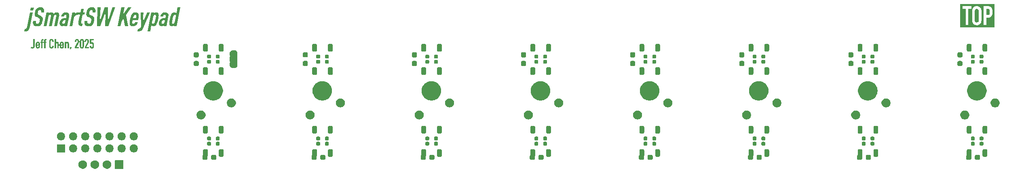
<source format=gbr>
%TF.GenerationSoftware,KiCad,Pcbnew,9.0.0*%
%TF.CreationDate,2025-04-15T08:35:35-04:00*%
%TF.ProjectId,Keypad,4b657970-6164-42e6-9b69-6361645f7063,1.0*%
%TF.SameCoordinates,Original*%
%TF.FileFunction,Soldermask,Top*%
%TF.FilePolarity,Negative*%
%FSLAX46Y46*%
G04 Gerber Fmt 4.6, Leading zero omitted, Abs format (unit mm)*
G04 Created by KiCad (PCBNEW 9.0.0) date 2025-04-15 08:35:35*
%MOMM*%
%LPD*%
G01*
G04 APERTURE LIST*
G04 APERTURE END LIST*
G36*
X66069134Y-118463806D02*
G01*
X66085355Y-118474645D01*
X66096194Y-118490866D01*
X66100000Y-118510000D01*
X66100000Y-120210000D01*
X66096194Y-120229134D01*
X66085355Y-120245355D01*
X66069134Y-120256194D01*
X66050000Y-120260000D01*
X64350000Y-120260000D01*
X64330866Y-120256194D01*
X64314645Y-120245355D01*
X64303806Y-120229134D01*
X64300000Y-120210000D01*
X64300000Y-118510000D01*
X64303806Y-118490866D01*
X64314645Y-118474645D01*
X64330866Y-118463806D01*
X64350000Y-118460000D01*
X66050000Y-118460000D01*
X66069134Y-118463806D01*
G37*
G36*
X57841256Y-118498754D02*
G01*
X58004257Y-118566271D01*
X58150954Y-118664291D01*
X58275709Y-118789046D01*
X58373729Y-118935743D01*
X58441246Y-119098744D01*
X58475666Y-119271785D01*
X58475666Y-119448215D01*
X58441246Y-119621256D01*
X58373729Y-119784257D01*
X58275709Y-119930954D01*
X58150954Y-120055709D01*
X58004257Y-120153729D01*
X57841256Y-120221246D01*
X57668215Y-120255666D01*
X57491785Y-120255666D01*
X57318744Y-120221246D01*
X57155743Y-120153729D01*
X57009046Y-120055709D01*
X56884291Y-119930954D01*
X56786271Y-119784257D01*
X56718754Y-119621256D01*
X56684334Y-119448215D01*
X56684334Y-119271785D01*
X56718754Y-119098744D01*
X56786271Y-118935743D01*
X56884291Y-118789046D01*
X57009046Y-118664291D01*
X57155743Y-118566271D01*
X57318744Y-118498754D01*
X57491785Y-118464334D01*
X57668215Y-118464334D01*
X57841256Y-118498754D01*
G37*
G36*
X60381256Y-118498754D02*
G01*
X60544257Y-118566271D01*
X60690954Y-118664291D01*
X60815709Y-118789046D01*
X60913729Y-118935743D01*
X60981246Y-119098744D01*
X61015666Y-119271785D01*
X61015666Y-119448215D01*
X60981246Y-119621256D01*
X60913729Y-119784257D01*
X60815709Y-119930954D01*
X60690954Y-120055709D01*
X60544257Y-120153729D01*
X60381256Y-120221246D01*
X60208215Y-120255666D01*
X60031785Y-120255666D01*
X59858744Y-120221246D01*
X59695743Y-120153729D01*
X59549046Y-120055709D01*
X59424291Y-119930954D01*
X59326271Y-119784257D01*
X59258754Y-119621256D01*
X59224334Y-119448215D01*
X59224334Y-119271785D01*
X59258754Y-119098744D01*
X59326271Y-118935743D01*
X59424291Y-118789046D01*
X59549046Y-118664291D01*
X59695743Y-118566271D01*
X59858744Y-118498754D01*
X60031785Y-118464334D01*
X60208215Y-118464334D01*
X60381256Y-118498754D01*
G37*
G36*
X62921256Y-118498754D02*
G01*
X63084257Y-118566271D01*
X63230954Y-118664291D01*
X63355709Y-118789046D01*
X63453729Y-118935743D01*
X63521246Y-119098744D01*
X63555666Y-119271785D01*
X63555666Y-119448215D01*
X63521246Y-119621256D01*
X63453729Y-119784257D01*
X63355709Y-119930954D01*
X63230954Y-120055709D01*
X63084257Y-120153729D01*
X62921256Y-120221246D01*
X62748215Y-120255666D01*
X62571785Y-120255666D01*
X62398744Y-120221246D01*
X62235743Y-120153729D01*
X62089046Y-120055709D01*
X61964291Y-119930954D01*
X61866271Y-119784257D01*
X61798754Y-119621256D01*
X61764334Y-119448215D01*
X61764334Y-119271785D01*
X61798754Y-119098744D01*
X61866271Y-118935743D01*
X61964291Y-118789046D01*
X62089046Y-118664291D01*
X62235743Y-118566271D01*
X62398744Y-118498754D01*
X62571785Y-118464334D01*
X62748215Y-118464334D01*
X62921256Y-118498754D01*
G37*
G36*
X83524839Y-116113946D02*
G01*
X83582120Y-116122292D01*
X83592632Y-116127430D01*
X83610238Y-116130933D01*
X83638706Y-116149955D01*
X83663991Y-116162316D01*
X83677655Y-116175980D01*
X83699454Y-116190546D01*
X83714019Y-116212344D01*
X83727683Y-116226008D01*
X83740042Y-116251290D01*
X83759067Y-116279762D01*
X83762569Y-116297369D01*
X83767707Y-116307879D01*
X83776050Y-116365144D01*
X83780000Y-116385000D01*
X83780000Y-117435000D01*
X83776050Y-117454853D01*
X83767708Y-117512119D01*
X83762569Y-117522630D01*
X83759067Y-117540238D01*
X83740041Y-117568710D01*
X83730146Y-117588953D01*
X83725000Y-117611194D01*
X83725000Y-118057500D01*
X83717363Y-118123323D01*
X83711068Y-118137577D01*
X83709742Y-118145956D01*
X83691964Y-118180846D01*
X83674687Y-118219977D01*
X83669262Y-118225401D01*
X83669082Y-118225756D01*
X83605756Y-118289082D01*
X83605401Y-118289262D01*
X83599977Y-118294687D01*
X83560846Y-118311964D01*
X83525956Y-118329742D01*
X83517577Y-118331068D01*
X83503323Y-118337363D01*
X83437500Y-118345000D01*
X82937500Y-118345000D01*
X82871677Y-118337363D01*
X82857422Y-118331069D01*
X82849043Y-118329742D01*
X82814145Y-118311960D01*
X82775023Y-118294687D01*
X82769599Y-118289263D01*
X82769243Y-118289082D01*
X82705917Y-118225756D01*
X82705735Y-118225399D01*
X82700313Y-118219977D01*
X82683042Y-118180861D01*
X82665257Y-118145956D01*
X82663929Y-118137574D01*
X82657637Y-118123323D01*
X82650000Y-118057500D01*
X82650000Y-117582500D01*
X82657637Y-117516677D01*
X82663929Y-117502426D01*
X82665257Y-117494043D01*
X82683045Y-117459130D01*
X82700313Y-117420023D01*
X82705734Y-117414601D01*
X82705917Y-117414243D01*
X82764776Y-117355383D01*
X82780000Y-117318630D01*
X82780000Y-116392245D01*
X82780000Y-116385000D01*
X82783945Y-116365162D01*
X82792292Y-116307879D01*
X82797431Y-116297366D01*
X82800933Y-116279762D01*
X82819953Y-116251296D01*
X82832316Y-116226008D01*
X82845982Y-116212341D01*
X82860546Y-116190546D01*
X82882341Y-116175982D01*
X82896008Y-116162316D01*
X82921296Y-116149953D01*
X82949762Y-116130933D01*
X82967366Y-116127431D01*
X82977879Y-116122292D01*
X83035162Y-116113945D01*
X83055000Y-116110000D01*
X83505000Y-116110000D01*
X83524839Y-116113946D01*
G37*
G36*
X85328323Y-117302637D02*
G01*
X85342574Y-117308929D01*
X85350956Y-117310257D01*
X85385861Y-117328042D01*
X85424977Y-117345313D01*
X85430399Y-117350735D01*
X85430756Y-117350917D01*
X85494082Y-117414243D01*
X85494263Y-117414599D01*
X85499687Y-117420023D01*
X85516960Y-117459145D01*
X85534742Y-117494043D01*
X85536069Y-117502422D01*
X85542363Y-117516677D01*
X85550000Y-117582500D01*
X85550000Y-118057500D01*
X85542363Y-118123323D01*
X85536068Y-118137577D01*
X85534742Y-118145956D01*
X85516964Y-118180846D01*
X85499687Y-118219977D01*
X85494262Y-118225401D01*
X85494082Y-118225756D01*
X85430756Y-118289082D01*
X85430401Y-118289262D01*
X85424977Y-118294687D01*
X85385846Y-118311964D01*
X85350956Y-118329742D01*
X85342577Y-118331068D01*
X85328323Y-118337363D01*
X85262500Y-118345000D01*
X84762500Y-118345000D01*
X84696677Y-118337363D01*
X84682422Y-118331069D01*
X84674043Y-118329742D01*
X84639145Y-118311960D01*
X84600023Y-118294687D01*
X84594599Y-118289263D01*
X84594243Y-118289082D01*
X84530917Y-118225756D01*
X84530735Y-118225399D01*
X84525313Y-118219977D01*
X84508042Y-118180861D01*
X84490257Y-118145956D01*
X84488929Y-118137574D01*
X84482637Y-118123323D01*
X84475000Y-118057500D01*
X84475000Y-117582500D01*
X84482637Y-117516677D01*
X84488929Y-117502426D01*
X84490257Y-117494043D01*
X84508045Y-117459130D01*
X84525313Y-117420023D01*
X84530734Y-117414601D01*
X84530917Y-117414243D01*
X84594243Y-117350917D01*
X84594601Y-117350734D01*
X84600023Y-117345313D01*
X84639130Y-117328045D01*
X84674043Y-117310257D01*
X84682426Y-117308929D01*
X84696677Y-117302637D01*
X84762500Y-117295000D01*
X85262500Y-117295000D01*
X85328323Y-117302637D01*
G37*
G36*
X106374839Y-116113946D02*
G01*
X106432120Y-116122292D01*
X106442632Y-116127430D01*
X106460238Y-116130933D01*
X106488706Y-116149955D01*
X106513991Y-116162316D01*
X106527655Y-116175980D01*
X106549454Y-116190546D01*
X106564019Y-116212344D01*
X106577683Y-116226008D01*
X106590042Y-116251290D01*
X106609067Y-116279762D01*
X106612569Y-116297369D01*
X106617707Y-116307879D01*
X106626050Y-116365144D01*
X106630000Y-116385000D01*
X106630000Y-117435000D01*
X106626050Y-117454853D01*
X106617708Y-117512119D01*
X106612569Y-117522630D01*
X106609067Y-117540238D01*
X106590041Y-117568710D01*
X106580146Y-117588953D01*
X106575000Y-117611194D01*
X106575000Y-118057500D01*
X106567363Y-118123323D01*
X106561068Y-118137577D01*
X106559742Y-118145956D01*
X106541964Y-118180846D01*
X106524687Y-118219977D01*
X106519262Y-118225401D01*
X106519082Y-118225756D01*
X106455756Y-118289082D01*
X106455401Y-118289262D01*
X106449977Y-118294687D01*
X106410846Y-118311964D01*
X106375956Y-118329742D01*
X106367577Y-118331068D01*
X106353323Y-118337363D01*
X106287500Y-118345000D01*
X105787500Y-118345000D01*
X105721677Y-118337363D01*
X105707422Y-118331069D01*
X105699043Y-118329742D01*
X105664145Y-118311960D01*
X105625023Y-118294687D01*
X105619599Y-118289263D01*
X105619243Y-118289082D01*
X105555917Y-118225756D01*
X105555735Y-118225399D01*
X105550313Y-118219977D01*
X105533042Y-118180861D01*
X105515257Y-118145956D01*
X105513929Y-118137574D01*
X105507637Y-118123323D01*
X105500000Y-118057500D01*
X105500000Y-117582500D01*
X105507637Y-117516677D01*
X105513929Y-117502426D01*
X105515257Y-117494043D01*
X105533045Y-117459130D01*
X105550313Y-117420023D01*
X105555734Y-117414601D01*
X105555917Y-117414243D01*
X105614776Y-117355383D01*
X105630000Y-117318630D01*
X105630000Y-116392245D01*
X105630000Y-116385000D01*
X105633945Y-116365162D01*
X105642292Y-116307879D01*
X105647431Y-116297366D01*
X105650933Y-116279762D01*
X105669953Y-116251296D01*
X105682316Y-116226008D01*
X105695982Y-116212341D01*
X105710546Y-116190546D01*
X105732341Y-116175982D01*
X105746008Y-116162316D01*
X105771296Y-116149953D01*
X105799762Y-116130933D01*
X105817366Y-116127431D01*
X105827879Y-116122292D01*
X105885162Y-116113945D01*
X105905000Y-116110000D01*
X106355000Y-116110000D01*
X106374839Y-116113946D01*
G37*
G36*
X108178323Y-117302637D02*
G01*
X108192574Y-117308929D01*
X108200956Y-117310257D01*
X108235861Y-117328042D01*
X108274977Y-117345313D01*
X108280399Y-117350735D01*
X108280756Y-117350917D01*
X108344082Y-117414243D01*
X108344263Y-117414599D01*
X108349687Y-117420023D01*
X108366960Y-117459145D01*
X108384742Y-117494043D01*
X108386069Y-117502422D01*
X108392363Y-117516677D01*
X108400000Y-117582500D01*
X108400000Y-118057500D01*
X108392363Y-118123323D01*
X108386068Y-118137577D01*
X108384742Y-118145956D01*
X108366964Y-118180846D01*
X108349687Y-118219977D01*
X108344262Y-118225401D01*
X108344082Y-118225756D01*
X108280756Y-118289082D01*
X108280401Y-118289262D01*
X108274977Y-118294687D01*
X108235846Y-118311964D01*
X108200956Y-118329742D01*
X108192577Y-118331068D01*
X108178323Y-118337363D01*
X108112500Y-118345000D01*
X107612500Y-118345000D01*
X107546677Y-118337363D01*
X107532422Y-118331069D01*
X107524043Y-118329742D01*
X107489145Y-118311960D01*
X107450023Y-118294687D01*
X107444599Y-118289263D01*
X107444243Y-118289082D01*
X107380917Y-118225756D01*
X107380735Y-118225399D01*
X107375313Y-118219977D01*
X107358042Y-118180861D01*
X107340257Y-118145956D01*
X107338929Y-118137574D01*
X107332637Y-118123323D01*
X107325000Y-118057500D01*
X107325000Y-117582500D01*
X107332637Y-117516677D01*
X107338929Y-117502426D01*
X107340257Y-117494043D01*
X107358045Y-117459130D01*
X107375313Y-117420023D01*
X107380734Y-117414601D01*
X107380917Y-117414243D01*
X107444243Y-117350917D01*
X107444601Y-117350734D01*
X107450023Y-117345313D01*
X107489130Y-117328045D01*
X107524043Y-117310257D01*
X107532426Y-117308929D01*
X107546677Y-117302637D01*
X107612500Y-117295000D01*
X108112500Y-117295000D01*
X108178323Y-117302637D01*
G37*
G36*
X129224839Y-116113946D02*
G01*
X129282120Y-116122292D01*
X129292632Y-116127430D01*
X129310238Y-116130933D01*
X129338706Y-116149955D01*
X129363991Y-116162316D01*
X129377655Y-116175980D01*
X129399454Y-116190546D01*
X129414019Y-116212344D01*
X129427683Y-116226008D01*
X129440042Y-116251290D01*
X129459067Y-116279762D01*
X129462569Y-116297369D01*
X129467707Y-116307879D01*
X129476050Y-116365144D01*
X129480000Y-116385000D01*
X129480000Y-117435000D01*
X129476050Y-117454853D01*
X129467708Y-117512119D01*
X129462569Y-117522630D01*
X129459067Y-117540238D01*
X129440041Y-117568710D01*
X129430146Y-117588953D01*
X129425000Y-117611194D01*
X129425000Y-118057500D01*
X129417363Y-118123323D01*
X129411068Y-118137577D01*
X129409742Y-118145956D01*
X129391964Y-118180846D01*
X129374687Y-118219977D01*
X129369262Y-118225401D01*
X129369082Y-118225756D01*
X129305756Y-118289082D01*
X129305401Y-118289262D01*
X129299977Y-118294687D01*
X129260846Y-118311964D01*
X129225956Y-118329742D01*
X129217577Y-118331068D01*
X129203323Y-118337363D01*
X129137500Y-118345000D01*
X128637500Y-118345000D01*
X128571677Y-118337363D01*
X128557422Y-118331069D01*
X128549043Y-118329742D01*
X128514145Y-118311960D01*
X128475023Y-118294687D01*
X128469599Y-118289263D01*
X128469243Y-118289082D01*
X128405917Y-118225756D01*
X128405735Y-118225399D01*
X128400313Y-118219977D01*
X128383042Y-118180861D01*
X128365257Y-118145956D01*
X128363929Y-118137574D01*
X128357637Y-118123323D01*
X128350000Y-118057500D01*
X128350000Y-117582500D01*
X128357637Y-117516677D01*
X128363929Y-117502426D01*
X128365257Y-117494043D01*
X128383045Y-117459130D01*
X128400313Y-117420023D01*
X128405734Y-117414601D01*
X128405917Y-117414243D01*
X128464776Y-117355383D01*
X128480000Y-117318630D01*
X128480000Y-116392245D01*
X128480000Y-116385000D01*
X128483945Y-116365162D01*
X128492292Y-116307879D01*
X128497431Y-116297366D01*
X128500933Y-116279762D01*
X128519953Y-116251296D01*
X128532316Y-116226008D01*
X128545982Y-116212341D01*
X128560546Y-116190546D01*
X128582341Y-116175982D01*
X128596008Y-116162316D01*
X128621296Y-116149953D01*
X128649762Y-116130933D01*
X128667366Y-116127431D01*
X128677879Y-116122292D01*
X128735162Y-116113945D01*
X128755000Y-116110000D01*
X129205000Y-116110000D01*
X129224839Y-116113946D01*
G37*
G36*
X131028323Y-117302637D02*
G01*
X131042574Y-117308929D01*
X131050956Y-117310257D01*
X131085861Y-117328042D01*
X131124977Y-117345313D01*
X131130399Y-117350735D01*
X131130756Y-117350917D01*
X131194082Y-117414243D01*
X131194263Y-117414599D01*
X131199687Y-117420023D01*
X131216960Y-117459145D01*
X131234742Y-117494043D01*
X131236069Y-117502422D01*
X131242363Y-117516677D01*
X131250000Y-117582500D01*
X131250000Y-118057500D01*
X131242363Y-118123323D01*
X131236068Y-118137577D01*
X131234742Y-118145956D01*
X131216964Y-118180846D01*
X131199687Y-118219977D01*
X131194262Y-118225401D01*
X131194082Y-118225756D01*
X131130756Y-118289082D01*
X131130401Y-118289262D01*
X131124977Y-118294687D01*
X131085846Y-118311964D01*
X131050956Y-118329742D01*
X131042577Y-118331068D01*
X131028323Y-118337363D01*
X130962500Y-118345000D01*
X130462500Y-118345000D01*
X130396677Y-118337363D01*
X130382422Y-118331069D01*
X130374043Y-118329742D01*
X130339145Y-118311960D01*
X130300023Y-118294687D01*
X130294599Y-118289263D01*
X130294243Y-118289082D01*
X130230917Y-118225756D01*
X130230735Y-118225399D01*
X130225313Y-118219977D01*
X130208042Y-118180861D01*
X130190257Y-118145956D01*
X130188929Y-118137574D01*
X130182637Y-118123323D01*
X130175000Y-118057500D01*
X130175000Y-117582500D01*
X130182637Y-117516677D01*
X130188929Y-117502426D01*
X130190257Y-117494043D01*
X130208045Y-117459130D01*
X130225313Y-117420023D01*
X130230734Y-117414601D01*
X130230917Y-117414243D01*
X130294243Y-117350917D01*
X130294601Y-117350734D01*
X130300023Y-117345313D01*
X130339130Y-117328045D01*
X130374043Y-117310257D01*
X130382426Y-117308929D01*
X130396677Y-117302637D01*
X130462500Y-117295000D01*
X130962500Y-117295000D01*
X131028323Y-117302637D01*
G37*
G36*
X152074839Y-116113946D02*
G01*
X152132120Y-116122292D01*
X152142632Y-116127430D01*
X152160238Y-116130933D01*
X152188706Y-116149955D01*
X152213991Y-116162316D01*
X152227655Y-116175980D01*
X152249454Y-116190546D01*
X152264019Y-116212344D01*
X152277683Y-116226008D01*
X152290042Y-116251290D01*
X152309067Y-116279762D01*
X152312569Y-116297369D01*
X152317707Y-116307879D01*
X152326050Y-116365144D01*
X152330000Y-116385000D01*
X152330000Y-117435000D01*
X152326050Y-117454853D01*
X152317708Y-117512119D01*
X152312569Y-117522630D01*
X152309067Y-117540238D01*
X152290041Y-117568710D01*
X152280146Y-117588953D01*
X152275000Y-117611194D01*
X152275000Y-118057500D01*
X152267363Y-118123323D01*
X152261068Y-118137577D01*
X152259742Y-118145956D01*
X152241964Y-118180846D01*
X152224687Y-118219977D01*
X152219262Y-118225401D01*
X152219082Y-118225756D01*
X152155756Y-118289082D01*
X152155401Y-118289262D01*
X152149977Y-118294687D01*
X152110846Y-118311964D01*
X152075956Y-118329742D01*
X152067577Y-118331068D01*
X152053323Y-118337363D01*
X151987500Y-118345000D01*
X151487500Y-118345000D01*
X151421677Y-118337363D01*
X151407422Y-118331069D01*
X151399043Y-118329742D01*
X151364145Y-118311960D01*
X151325023Y-118294687D01*
X151319599Y-118289263D01*
X151319243Y-118289082D01*
X151255917Y-118225756D01*
X151255735Y-118225399D01*
X151250313Y-118219977D01*
X151233042Y-118180861D01*
X151215257Y-118145956D01*
X151213929Y-118137574D01*
X151207637Y-118123323D01*
X151200000Y-118057500D01*
X151200000Y-117582500D01*
X151207637Y-117516677D01*
X151213929Y-117502426D01*
X151215257Y-117494043D01*
X151233045Y-117459130D01*
X151250313Y-117420023D01*
X151255734Y-117414601D01*
X151255917Y-117414243D01*
X151314776Y-117355383D01*
X151330000Y-117318630D01*
X151330000Y-116392245D01*
X151330000Y-116385000D01*
X151333945Y-116365162D01*
X151342292Y-116307879D01*
X151347431Y-116297366D01*
X151350933Y-116279762D01*
X151369953Y-116251296D01*
X151382316Y-116226008D01*
X151395982Y-116212341D01*
X151410546Y-116190546D01*
X151432341Y-116175982D01*
X151446008Y-116162316D01*
X151471296Y-116149953D01*
X151499762Y-116130933D01*
X151517366Y-116127431D01*
X151527879Y-116122292D01*
X151585162Y-116113945D01*
X151605000Y-116110000D01*
X152055000Y-116110000D01*
X152074839Y-116113946D01*
G37*
G36*
X153878323Y-117302637D02*
G01*
X153892574Y-117308929D01*
X153900956Y-117310257D01*
X153935861Y-117328042D01*
X153974977Y-117345313D01*
X153980399Y-117350735D01*
X153980756Y-117350917D01*
X154044082Y-117414243D01*
X154044263Y-117414599D01*
X154049687Y-117420023D01*
X154066960Y-117459145D01*
X154084742Y-117494043D01*
X154086069Y-117502422D01*
X154092363Y-117516677D01*
X154100000Y-117582500D01*
X154100000Y-118057500D01*
X154092363Y-118123323D01*
X154086068Y-118137577D01*
X154084742Y-118145956D01*
X154066964Y-118180846D01*
X154049687Y-118219977D01*
X154044262Y-118225401D01*
X154044082Y-118225756D01*
X153980756Y-118289082D01*
X153980401Y-118289262D01*
X153974977Y-118294687D01*
X153935846Y-118311964D01*
X153900956Y-118329742D01*
X153892577Y-118331068D01*
X153878323Y-118337363D01*
X153812500Y-118345000D01*
X153312500Y-118345000D01*
X153246677Y-118337363D01*
X153232422Y-118331069D01*
X153224043Y-118329742D01*
X153189145Y-118311960D01*
X153150023Y-118294687D01*
X153144599Y-118289263D01*
X153144243Y-118289082D01*
X153080917Y-118225756D01*
X153080735Y-118225399D01*
X153075313Y-118219977D01*
X153058042Y-118180861D01*
X153040257Y-118145956D01*
X153038929Y-118137574D01*
X153032637Y-118123323D01*
X153025000Y-118057500D01*
X153025000Y-117582500D01*
X153032637Y-117516677D01*
X153038929Y-117502426D01*
X153040257Y-117494043D01*
X153058045Y-117459130D01*
X153075313Y-117420023D01*
X153080734Y-117414601D01*
X153080917Y-117414243D01*
X153144243Y-117350917D01*
X153144601Y-117350734D01*
X153150023Y-117345313D01*
X153189130Y-117328045D01*
X153224043Y-117310257D01*
X153232426Y-117308929D01*
X153246677Y-117302637D01*
X153312500Y-117295000D01*
X153812500Y-117295000D01*
X153878323Y-117302637D01*
G37*
G36*
X174924839Y-116113946D02*
G01*
X174982120Y-116122292D01*
X174992632Y-116127430D01*
X175010238Y-116130933D01*
X175038706Y-116149955D01*
X175063991Y-116162316D01*
X175077655Y-116175980D01*
X175099454Y-116190546D01*
X175114019Y-116212344D01*
X175127683Y-116226008D01*
X175140042Y-116251290D01*
X175159067Y-116279762D01*
X175162569Y-116297369D01*
X175167707Y-116307879D01*
X175176050Y-116365144D01*
X175180000Y-116385000D01*
X175180000Y-117435000D01*
X175176050Y-117454853D01*
X175167708Y-117512119D01*
X175162569Y-117522630D01*
X175159067Y-117540238D01*
X175140041Y-117568710D01*
X175130146Y-117588953D01*
X175125000Y-117611194D01*
X175125000Y-118057500D01*
X175117363Y-118123323D01*
X175111068Y-118137577D01*
X175109742Y-118145956D01*
X175091964Y-118180846D01*
X175074687Y-118219977D01*
X175069262Y-118225401D01*
X175069082Y-118225756D01*
X175005756Y-118289082D01*
X175005401Y-118289262D01*
X174999977Y-118294687D01*
X174960846Y-118311964D01*
X174925956Y-118329742D01*
X174917577Y-118331068D01*
X174903323Y-118337363D01*
X174837500Y-118345000D01*
X174337500Y-118345000D01*
X174271677Y-118337363D01*
X174257422Y-118331069D01*
X174249043Y-118329742D01*
X174214145Y-118311960D01*
X174175023Y-118294687D01*
X174169599Y-118289263D01*
X174169243Y-118289082D01*
X174105917Y-118225756D01*
X174105735Y-118225399D01*
X174100313Y-118219977D01*
X174083042Y-118180861D01*
X174065257Y-118145956D01*
X174063929Y-118137574D01*
X174057637Y-118123323D01*
X174050000Y-118057500D01*
X174050000Y-117582500D01*
X174057637Y-117516677D01*
X174063929Y-117502426D01*
X174065257Y-117494043D01*
X174083045Y-117459130D01*
X174100313Y-117420023D01*
X174105734Y-117414601D01*
X174105917Y-117414243D01*
X174164776Y-117355383D01*
X174180000Y-117318630D01*
X174180000Y-116392245D01*
X174180000Y-116385000D01*
X174183945Y-116365162D01*
X174192292Y-116307879D01*
X174197431Y-116297366D01*
X174200933Y-116279762D01*
X174219953Y-116251296D01*
X174232316Y-116226008D01*
X174245982Y-116212341D01*
X174260546Y-116190546D01*
X174282341Y-116175982D01*
X174296008Y-116162316D01*
X174321296Y-116149953D01*
X174349762Y-116130933D01*
X174367366Y-116127431D01*
X174377879Y-116122292D01*
X174435162Y-116113945D01*
X174455000Y-116110000D01*
X174905000Y-116110000D01*
X174924839Y-116113946D01*
G37*
G36*
X176728323Y-117302637D02*
G01*
X176742574Y-117308929D01*
X176750956Y-117310257D01*
X176785861Y-117328042D01*
X176824977Y-117345313D01*
X176830399Y-117350735D01*
X176830756Y-117350917D01*
X176894082Y-117414243D01*
X176894263Y-117414599D01*
X176899687Y-117420023D01*
X176916960Y-117459145D01*
X176934742Y-117494043D01*
X176936069Y-117502422D01*
X176942363Y-117516677D01*
X176950000Y-117582500D01*
X176950000Y-118057500D01*
X176942363Y-118123323D01*
X176936068Y-118137577D01*
X176934742Y-118145956D01*
X176916964Y-118180846D01*
X176899687Y-118219977D01*
X176894262Y-118225401D01*
X176894082Y-118225756D01*
X176830756Y-118289082D01*
X176830401Y-118289262D01*
X176824977Y-118294687D01*
X176785846Y-118311964D01*
X176750956Y-118329742D01*
X176742577Y-118331068D01*
X176728323Y-118337363D01*
X176662500Y-118345000D01*
X176162500Y-118345000D01*
X176096677Y-118337363D01*
X176082422Y-118331069D01*
X176074043Y-118329742D01*
X176039145Y-118311960D01*
X176000023Y-118294687D01*
X175994599Y-118289263D01*
X175994243Y-118289082D01*
X175930917Y-118225756D01*
X175930735Y-118225399D01*
X175925313Y-118219977D01*
X175908042Y-118180861D01*
X175890257Y-118145956D01*
X175888929Y-118137574D01*
X175882637Y-118123323D01*
X175875000Y-118057500D01*
X175875000Y-117582500D01*
X175882637Y-117516677D01*
X175888929Y-117502426D01*
X175890257Y-117494043D01*
X175908045Y-117459130D01*
X175925313Y-117420023D01*
X175930734Y-117414601D01*
X175930917Y-117414243D01*
X175994243Y-117350917D01*
X175994601Y-117350734D01*
X176000023Y-117345313D01*
X176039130Y-117328045D01*
X176074043Y-117310257D01*
X176082426Y-117308929D01*
X176096677Y-117302637D01*
X176162500Y-117295000D01*
X176662500Y-117295000D01*
X176728323Y-117302637D01*
G37*
G36*
X197774839Y-116113946D02*
G01*
X197832120Y-116122292D01*
X197842632Y-116127430D01*
X197860238Y-116130933D01*
X197888706Y-116149955D01*
X197913991Y-116162316D01*
X197927655Y-116175980D01*
X197949454Y-116190546D01*
X197964019Y-116212344D01*
X197977683Y-116226008D01*
X197990042Y-116251290D01*
X198009067Y-116279762D01*
X198012569Y-116297369D01*
X198017707Y-116307879D01*
X198026050Y-116365144D01*
X198030000Y-116385000D01*
X198030000Y-117435000D01*
X198026050Y-117454853D01*
X198017708Y-117512119D01*
X198012569Y-117522630D01*
X198009067Y-117540238D01*
X197990041Y-117568710D01*
X197980146Y-117588953D01*
X197975000Y-117611194D01*
X197975000Y-118057500D01*
X197967363Y-118123323D01*
X197961068Y-118137577D01*
X197959742Y-118145956D01*
X197941964Y-118180846D01*
X197924687Y-118219977D01*
X197919262Y-118225401D01*
X197919082Y-118225756D01*
X197855756Y-118289082D01*
X197855401Y-118289262D01*
X197849977Y-118294687D01*
X197810846Y-118311964D01*
X197775956Y-118329742D01*
X197767577Y-118331068D01*
X197753323Y-118337363D01*
X197687500Y-118345000D01*
X197187500Y-118345000D01*
X197121677Y-118337363D01*
X197107422Y-118331069D01*
X197099043Y-118329742D01*
X197064145Y-118311960D01*
X197025023Y-118294687D01*
X197019599Y-118289263D01*
X197019243Y-118289082D01*
X196955917Y-118225756D01*
X196955735Y-118225399D01*
X196950313Y-118219977D01*
X196933042Y-118180861D01*
X196915257Y-118145956D01*
X196913929Y-118137574D01*
X196907637Y-118123323D01*
X196900000Y-118057500D01*
X196900000Y-117582500D01*
X196907637Y-117516677D01*
X196913929Y-117502426D01*
X196915257Y-117494043D01*
X196933045Y-117459130D01*
X196950313Y-117420023D01*
X196955734Y-117414601D01*
X196955917Y-117414243D01*
X197014776Y-117355383D01*
X197030000Y-117318630D01*
X197030000Y-116392245D01*
X197030000Y-116385000D01*
X197033945Y-116365162D01*
X197042292Y-116307879D01*
X197047431Y-116297366D01*
X197050933Y-116279762D01*
X197069953Y-116251296D01*
X197082316Y-116226008D01*
X197095982Y-116212341D01*
X197110546Y-116190546D01*
X197132341Y-116175982D01*
X197146008Y-116162316D01*
X197171296Y-116149953D01*
X197199762Y-116130933D01*
X197217366Y-116127431D01*
X197227879Y-116122292D01*
X197285162Y-116113945D01*
X197305000Y-116110000D01*
X197755000Y-116110000D01*
X197774839Y-116113946D01*
G37*
G36*
X199578323Y-117302637D02*
G01*
X199592574Y-117308929D01*
X199600956Y-117310257D01*
X199635861Y-117328042D01*
X199674977Y-117345313D01*
X199680399Y-117350735D01*
X199680756Y-117350917D01*
X199744082Y-117414243D01*
X199744263Y-117414599D01*
X199749687Y-117420023D01*
X199766960Y-117459145D01*
X199784742Y-117494043D01*
X199786069Y-117502422D01*
X199792363Y-117516677D01*
X199800000Y-117582500D01*
X199800000Y-118057500D01*
X199792363Y-118123323D01*
X199786068Y-118137577D01*
X199784742Y-118145956D01*
X199766964Y-118180846D01*
X199749687Y-118219977D01*
X199744262Y-118225401D01*
X199744082Y-118225756D01*
X199680756Y-118289082D01*
X199680401Y-118289262D01*
X199674977Y-118294687D01*
X199635846Y-118311964D01*
X199600956Y-118329742D01*
X199592577Y-118331068D01*
X199578323Y-118337363D01*
X199512500Y-118345000D01*
X199012500Y-118345000D01*
X198946677Y-118337363D01*
X198932422Y-118331069D01*
X198924043Y-118329742D01*
X198889145Y-118311960D01*
X198850023Y-118294687D01*
X198844599Y-118289263D01*
X198844243Y-118289082D01*
X198780917Y-118225756D01*
X198780735Y-118225399D01*
X198775313Y-118219977D01*
X198758042Y-118180861D01*
X198740257Y-118145956D01*
X198738929Y-118137574D01*
X198732637Y-118123323D01*
X198725000Y-118057500D01*
X198725000Y-117582500D01*
X198732637Y-117516677D01*
X198738929Y-117502426D01*
X198740257Y-117494043D01*
X198758045Y-117459130D01*
X198775313Y-117420023D01*
X198780734Y-117414601D01*
X198780917Y-117414243D01*
X198844243Y-117350917D01*
X198844601Y-117350734D01*
X198850023Y-117345313D01*
X198889130Y-117328045D01*
X198924043Y-117310257D01*
X198932426Y-117308929D01*
X198946677Y-117302637D01*
X199012500Y-117295000D01*
X199512500Y-117295000D01*
X199578323Y-117302637D01*
G37*
G36*
X220624839Y-116113946D02*
G01*
X220682120Y-116122292D01*
X220692632Y-116127430D01*
X220710238Y-116130933D01*
X220738706Y-116149955D01*
X220763991Y-116162316D01*
X220777655Y-116175980D01*
X220799454Y-116190546D01*
X220814019Y-116212344D01*
X220827683Y-116226008D01*
X220840042Y-116251290D01*
X220859067Y-116279762D01*
X220862569Y-116297369D01*
X220867707Y-116307879D01*
X220876050Y-116365144D01*
X220880000Y-116385000D01*
X220880000Y-117435000D01*
X220876050Y-117454853D01*
X220867708Y-117512119D01*
X220862569Y-117522630D01*
X220859067Y-117540238D01*
X220840041Y-117568710D01*
X220830146Y-117588953D01*
X220825000Y-117611194D01*
X220825000Y-118057500D01*
X220817363Y-118123323D01*
X220811068Y-118137577D01*
X220809742Y-118145956D01*
X220791964Y-118180846D01*
X220774687Y-118219977D01*
X220769262Y-118225401D01*
X220769082Y-118225756D01*
X220705756Y-118289082D01*
X220705401Y-118289262D01*
X220699977Y-118294687D01*
X220660846Y-118311964D01*
X220625956Y-118329742D01*
X220617577Y-118331068D01*
X220603323Y-118337363D01*
X220537500Y-118345000D01*
X220037500Y-118345000D01*
X219971677Y-118337363D01*
X219957422Y-118331069D01*
X219949043Y-118329742D01*
X219914145Y-118311960D01*
X219875023Y-118294687D01*
X219869599Y-118289263D01*
X219869243Y-118289082D01*
X219805917Y-118225756D01*
X219805735Y-118225399D01*
X219800313Y-118219977D01*
X219783042Y-118180861D01*
X219765257Y-118145956D01*
X219763929Y-118137574D01*
X219757637Y-118123323D01*
X219750000Y-118057500D01*
X219750000Y-117582500D01*
X219757637Y-117516677D01*
X219763929Y-117502426D01*
X219765257Y-117494043D01*
X219783045Y-117459130D01*
X219800313Y-117420023D01*
X219805734Y-117414601D01*
X219805917Y-117414243D01*
X219864776Y-117355383D01*
X219880000Y-117318630D01*
X219880000Y-116392245D01*
X219880000Y-116385000D01*
X219883945Y-116365162D01*
X219892292Y-116307879D01*
X219897431Y-116297366D01*
X219900933Y-116279762D01*
X219919953Y-116251296D01*
X219932316Y-116226008D01*
X219945982Y-116212341D01*
X219960546Y-116190546D01*
X219982341Y-116175982D01*
X219996008Y-116162316D01*
X220021296Y-116149953D01*
X220049762Y-116130933D01*
X220067366Y-116127431D01*
X220077879Y-116122292D01*
X220135162Y-116113945D01*
X220155000Y-116110000D01*
X220605000Y-116110000D01*
X220624839Y-116113946D01*
G37*
G36*
X222428323Y-117302637D02*
G01*
X222442574Y-117308929D01*
X222450956Y-117310257D01*
X222485861Y-117328042D01*
X222524977Y-117345313D01*
X222530399Y-117350735D01*
X222530756Y-117350917D01*
X222594082Y-117414243D01*
X222594263Y-117414599D01*
X222599687Y-117420023D01*
X222616960Y-117459145D01*
X222634742Y-117494043D01*
X222636069Y-117502422D01*
X222642363Y-117516677D01*
X222650000Y-117582500D01*
X222650000Y-118057500D01*
X222642363Y-118123323D01*
X222636068Y-118137577D01*
X222634742Y-118145956D01*
X222616964Y-118180846D01*
X222599687Y-118219977D01*
X222594262Y-118225401D01*
X222594082Y-118225756D01*
X222530756Y-118289082D01*
X222530401Y-118289262D01*
X222524977Y-118294687D01*
X222485846Y-118311964D01*
X222450956Y-118329742D01*
X222442577Y-118331068D01*
X222428323Y-118337363D01*
X222362500Y-118345000D01*
X221862500Y-118345000D01*
X221796677Y-118337363D01*
X221782422Y-118331069D01*
X221774043Y-118329742D01*
X221739145Y-118311960D01*
X221700023Y-118294687D01*
X221694599Y-118289263D01*
X221694243Y-118289082D01*
X221630917Y-118225756D01*
X221630735Y-118225399D01*
X221625313Y-118219977D01*
X221608042Y-118180861D01*
X221590257Y-118145956D01*
X221588929Y-118137574D01*
X221582637Y-118123323D01*
X221575000Y-118057500D01*
X221575000Y-117582500D01*
X221582637Y-117516677D01*
X221588929Y-117502426D01*
X221590257Y-117494043D01*
X221608045Y-117459130D01*
X221625313Y-117420023D01*
X221630734Y-117414601D01*
X221630917Y-117414243D01*
X221694243Y-117350917D01*
X221694601Y-117350734D01*
X221700023Y-117345313D01*
X221739130Y-117328045D01*
X221774043Y-117310257D01*
X221782426Y-117308929D01*
X221796677Y-117302637D01*
X221862500Y-117295000D01*
X222362500Y-117295000D01*
X222428323Y-117302637D01*
G37*
G36*
X243474839Y-116113946D02*
G01*
X243532120Y-116122292D01*
X243542632Y-116127430D01*
X243560238Y-116130933D01*
X243588706Y-116149955D01*
X243613991Y-116162316D01*
X243627655Y-116175980D01*
X243649454Y-116190546D01*
X243664019Y-116212344D01*
X243677683Y-116226008D01*
X243690042Y-116251290D01*
X243709067Y-116279762D01*
X243712569Y-116297369D01*
X243717707Y-116307879D01*
X243726050Y-116365144D01*
X243730000Y-116385000D01*
X243730000Y-117435000D01*
X243726050Y-117454853D01*
X243717708Y-117512119D01*
X243712569Y-117522630D01*
X243709067Y-117540238D01*
X243690041Y-117568710D01*
X243680146Y-117588953D01*
X243675000Y-117611194D01*
X243675000Y-118057500D01*
X243667363Y-118123323D01*
X243661068Y-118137577D01*
X243659742Y-118145956D01*
X243641964Y-118180846D01*
X243624687Y-118219977D01*
X243619262Y-118225401D01*
X243619082Y-118225756D01*
X243555756Y-118289082D01*
X243555401Y-118289262D01*
X243549977Y-118294687D01*
X243510846Y-118311964D01*
X243475956Y-118329742D01*
X243467577Y-118331068D01*
X243453323Y-118337363D01*
X243387500Y-118345000D01*
X242887500Y-118345000D01*
X242821677Y-118337363D01*
X242807422Y-118331069D01*
X242799043Y-118329742D01*
X242764145Y-118311960D01*
X242725023Y-118294687D01*
X242719599Y-118289263D01*
X242719243Y-118289082D01*
X242655917Y-118225756D01*
X242655735Y-118225399D01*
X242650313Y-118219977D01*
X242633042Y-118180861D01*
X242615257Y-118145956D01*
X242613929Y-118137574D01*
X242607637Y-118123323D01*
X242600000Y-118057500D01*
X242600000Y-117582500D01*
X242607637Y-117516677D01*
X242613929Y-117502426D01*
X242615257Y-117494043D01*
X242633045Y-117459130D01*
X242650313Y-117420023D01*
X242655734Y-117414601D01*
X242655917Y-117414243D01*
X242714776Y-117355383D01*
X242730000Y-117318630D01*
X242730000Y-116392245D01*
X242730000Y-116385000D01*
X242733945Y-116365162D01*
X242742292Y-116307879D01*
X242747431Y-116297366D01*
X242750933Y-116279762D01*
X242769953Y-116251296D01*
X242782316Y-116226008D01*
X242795982Y-116212341D01*
X242810546Y-116190546D01*
X242832341Y-116175982D01*
X242846008Y-116162316D01*
X242871296Y-116149953D01*
X242899762Y-116130933D01*
X242917366Y-116127431D01*
X242927879Y-116122292D01*
X242985162Y-116113945D01*
X243005000Y-116110000D01*
X243455000Y-116110000D01*
X243474839Y-116113946D01*
G37*
G36*
X245278323Y-117302637D02*
G01*
X245292574Y-117308929D01*
X245300956Y-117310257D01*
X245335861Y-117328042D01*
X245374977Y-117345313D01*
X245380399Y-117350735D01*
X245380756Y-117350917D01*
X245444082Y-117414243D01*
X245444263Y-117414599D01*
X245449687Y-117420023D01*
X245466960Y-117459145D01*
X245484742Y-117494043D01*
X245486069Y-117502422D01*
X245492363Y-117516677D01*
X245500000Y-117582500D01*
X245500000Y-118057500D01*
X245492363Y-118123323D01*
X245486068Y-118137577D01*
X245484742Y-118145956D01*
X245466964Y-118180846D01*
X245449687Y-118219977D01*
X245444262Y-118225401D01*
X245444082Y-118225756D01*
X245380756Y-118289082D01*
X245380401Y-118289262D01*
X245374977Y-118294687D01*
X245335846Y-118311964D01*
X245300956Y-118329742D01*
X245292577Y-118331068D01*
X245278323Y-118337363D01*
X245212500Y-118345000D01*
X244712500Y-118345000D01*
X244646677Y-118337363D01*
X244632422Y-118331069D01*
X244624043Y-118329742D01*
X244589145Y-118311960D01*
X244550023Y-118294687D01*
X244544599Y-118289263D01*
X244544243Y-118289082D01*
X244480917Y-118225756D01*
X244480735Y-118225399D01*
X244475313Y-118219977D01*
X244458042Y-118180861D01*
X244440257Y-118145956D01*
X244438929Y-118137574D01*
X244432637Y-118123323D01*
X244425000Y-118057500D01*
X244425000Y-117582500D01*
X244432637Y-117516677D01*
X244438929Y-117502426D01*
X244440257Y-117494043D01*
X244458045Y-117459130D01*
X244475313Y-117420023D01*
X244480734Y-117414601D01*
X244480917Y-117414243D01*
X244544243Y-117350917D01*
X244544601Y-117350734D01*
X244550023Y-117345313D01*
X244589130Y-117328045D01*
X244624043Y-117310257D01*
X244632426Y-117308929D01*
X244646677Y-117302637D01*
X244712500Y-117295000D01*
X245212500Y-117295000D01*
X245278323Y-117302637D01*
G37*
G36*
X86824839Y-116113946D02*
G01*
X86882120Y-116122292D01*
X86892632Y-116127430D01*
X86910238Y-116130933D01*
X86938706Y-116149955D01*
X86963991Y-116162316D01*
X86977655Y-116175980D01*
X86999454Y-116190546D01*
X87014019Y-116212344D01*
X87027683Y-116226008D01*
X87040042Y-116251290D01*
X87059067Y-116279762D01*
X87062569Y-116297369D01*
X87067707Y-116307879D01*
X87076050Y-116365144D01*
X87080000Y-116385000D01*
X87080000Y-117435000D01*
X87076049Y-117454858D01*
X87067707Y-117512120D01*
X87062569Y-117522628D01*
X87059067Y-117540238D01*
X87040041Y-117568711D01*
X87027683Y-117593991D01*
X87014021Y-117607652D01*
X86999454Y-117629454D01*
X86977652Y-117644021D01*
X86963991Y-117657683D01*
X86938711Y-117670041D01*
X86910238Y-117689067D01*
X86892628Y-117692569D01*
X86882120Y-117697707D01*
X86824858Y-117706049D01*
X86805000Y-117710000D01*
X86355000Y-117710000D01*
X86335144Y-117706050D01*
X86277879Y-117697707D01*
X86267369Y-117692569D01*
X86249762Y-117689067D01*
X86221290Y-117670042D01*
X86196008Y-117657683D01*
X86182344Y-117644019D01*
X86160546Y-117629454D01*
X86145980Y-117607655D01*
X86132316Y-117593991D01*
X86119955Y-117568706D01*
X86100933Y-117540238D01*
X86097430Y-117522632D01*
X86092292Y-117512120D01*
X86083946Y-117454839D01*
X86080000Y-117435000D01*
X86080000Y-116385000D01*
X86083945Y-116365162D01*
X86092292Y-116307879D01*
X86097431Y-116297366D01*
X86100933Y-116279762D01*
X86119953Y-116251296D01*
X86132316Y-116226008D01*
X86145982Y-116212341D01*
X86160546Y-116190546D01*
X86182341Y-116175982D01*
X86196008Y-116162316D01*
X86221296Y-116149953D01*
X86249762Y-116130933D01*
X86267366Y-116127431D01*
X86277879Y-116122292D01*
X86335162Y-116113945D01*
X86355000Y-116110000D01*
X86805000Y-116110000D01*
X86824839Y-116113946D01*
G37*
G36*
X109674839Y-116113946D02*
G01*
X109732120Y-116122292D01*
X109742632Y-116127430D01*
X109760238Y-116130933D01*
X109788706Y-116149955D01*
X109813991Y-116162316D01*
X109827655Y-116175980D01*
X109849454Y-116190546D01*
X109864019Y-116212344D01*
X109877683Y-116226008D01*
X109890042Y-116251290D01*
X109909067Y-116279762D01*
X109912569Y-116297369D01*
X109917707Y-116307879D01*
X109926050Y-116365144D01*
X109930000Y-116385000D01*
X109930000Y-117435000D01*
X109926049Y-117454858D01*
X109917707Y-117512120D01*
X109912569Y-117522628D01*
X109909067Y-117540238D01*
X109890041Y-117568711D01*
X109877683Y-117593991D01*
X109864021Y-117607652D01*
X109849454Y-117629454D01*
X109827652Y-117644021D01*
X109813991Y-117657683D01*
X109788711Y-117670041D01*
X109760238Y-117689067D01*
X109742628Y-117692569D01*
X109732120Y-117697707D01*
X109674858Y-117706049D01*
X109655000Y-117710000D01*
X109205000Y-117710000D01*
X109185144Y-117706050D01*
X109127879Y-117697707D01*
X109117369Y-117692569D01*
X109099762Y-117689067D01*
X109071290Y-117670042D01*
X109046008Y-117657683D01*
X109032344Y-117644019D01*
X109010546Y-117629454D01*
X108995980Y-117607655D01*
X108982316Y-117593991D01*
X108969955Y-117568706D01*
X108950933Y-117540238D01*
X108947430Y-117522632D01*
X108942292Y-117512120D01*
X108933946Y-117454839D01*
X108930000Y-117435000D01*
X108930000Y-116385000D01*
X108933945Y-116365162D01*
X108942292Y-116307879D01*
X108947431Y-116297366D01*
X108950933Y-116279762D01*
X108969953Y-116251296D01*
X108982316Y-116226008D01*
X108995982Y-116212341D01*
X109010546Y-116190546D01*
X109032341Y-116175982D01*
X109046008Y-116162316D01*
X109071296Y-116149953D01*
X109099762Y-116130933D01*
X109117366Y-116127431D01*
X109127879Y-116122292D01*
X109185162Y-116113945D01*
X109205000Y-116110000D01*
X109655000Y-116110000D01*
X109674839Y-116113946D01*
G37*
G36*
X132524839Y-116113946D02*
G01*
X132582120Y-116122292D01*
X132592632Y-116127430D01*
X132610238Y-116130933D01*
X132638706Y-116149955D01*
X132663991Y-116162316D01*
X132677655Y-116175980D01*
X132699454Y-116190546D01*
X132714019Y-116212344D01*
X132727683Y-116226008D01*
X132740042Y-116251290D01*
X132759067Y-116279762D01*
X132762569Y-116297369D01*
X132767707Y-116307879D01*
X132776050Y-116365144D01*
X132780000Y-116385000D01*
X132780000Y-117435000D01*
X132776049Y-117454858D01*
X132767707Y-117512120D01*
X132762569Y-117522628D01*
X132759067Y-117540238D01*
X132740041Y-117568711D01*
X132727683Y-117593991D01*
X132714021Y-117607652D01*
X132699454Y-117629454D01*
X132677652Y-117644021D01*
X132663991Y-117657683D01*
X132638711Y-117670041D01*
X132610238Y-117689067D01*
X132592628Y-117692569D01*
X132582120Y-117697707D01*
X132524858Y-117706049D01*
X132505000Y-117710000D01*
X132055000Y-117710000D01*
X132035144Y-117706050D01*
X131977879Y-117697707D01*
X131967369Y-117692569D01*
X131949762Y-117689067D01*
X131921290Y-117670042D01*
X131896008Y-117657683D01*
X131882344Y-117644019D01*
X131860546Y-117629454D01*
X131845980Y-117607655D01*
X131832316Y-117593991D01*
X131819955Y-117568706D01*
X131800933Y-117540238D01*
X131797430Y-117522632D01*
X131792292Y-117512120D01*
X131783946Y-117454839D01*
X131780000Y-117435000D01*
X131780000Y-116385000D01*
X131783945Y-116365162D01*
X131792292Y-116307879D01*
X131797431Y-116297366D01*
X131800933Y-116279762D01*
X131819953Y-116251296D01*
X131832316Y-116226008D01*
X131845982Y-116212341D01*
X131860546Y-116190546D01*
X131882341Y-116175982D01*
X131896008Y-116162316D01*
X131921296Y-116149953D01*
X131949762Y-116130933D01*
X131967366Y-116127431D01*
X131977879Y-116122292D01*
X132035162Y-116113945D01*
X132055000Y-116110000D01*
X132505000Y-116110000D01*
X132524839Y-116113946D01*
G37*
G36*
X155374839Y-116113946D02*
G01*
X155432120Y-116122292D01*
X155442632Y-116127430D01*
X155460238Y-116130933D01*
X155488706Y-116149955D01*
X155513991Y-116162316D01*
X155527655Y-116175980D01*
X155549454Y-116190546D01*
X155564019Y-116212344D01*
X155577683Y-116226008D01*
X155590042Y-116251290D01*
X155609067Y-116279762D01*
X155612569Y-116297369D01*
X155617707Y-116307879D01*
X155626050Y-116365144D01*
X155630000Y-116385000D01*
X155630000Y-117435000D01*
X155626049Y-117454858D01*
X155617707Y-117512120D01*
X155612569Y-117522628D01*
X155609067Y-117540238D01*
X155590041Y-117568711D01*
X155577683Y-117593991D01*
X155564021Y-117607652D01*
X155549454Y-117629454D01*
X155527652Y-117644021D01*
X155513991Y-117657683D01*
X155488711Y-117670041D01*
X155460238Y-117689067D01*
X155442628Y-117692569D01*
X155432120Y-117697707D01*
X155374858Y-117706049D01*
X155355000Y-117710000D01*
X154905000Y-117710000D01*
X154885144Y-117706050D01*
X154827879Y-117697707D01*
X154817369Y-117692569D01*
X154799762Y-117689067D01*
X154771290Y-117670042D01*
X154746008Y-117657683D01*
X154732344Y-117644019D01*
X154710546Y-117629454D01*
X154695980Y-117607655D01*
X154682316Y-117593991D01*
X154669955Y-117568706D01*
X154650933Y-117540238D01*
X154647430Y-117522632D01*
X154642292Y-117512120D01*
X154633946Y-117454839D01*
X154630000Y-117435000D01*
X154630000Y-116385000D01*
X154633945Y-116365162D01*
X154642292Y-116307879D01*
X154647431Y-116297366D01*
X154650933Y-116279762D01*
X154669953Y-116251296D01*
X154682316Y-116226008D01*
X154695982Y-116212341D01*
X154710546Y-116190546D01*
X154732341Y-116175982D01*
X154746008Y-116162316D01*
X154771296Y-116149953D01*
X154799762Y-116130933D01*
X154817366Y-116127431D01*
X154827879Y-116122292D01*
X154885162Y-116113945D01*
X154905000Y-116110000D01*
X155355000Y-116110000D01*
X155374839Y-116113946D01*
G37*
G36*
X178224839Y-116113946D02*
G01*
X178282120Y-116122292D01*
X178292632Y-116127430D01*
X178310238Y-116130933D01*
X178338706Y-116149955D01*
X178363991Y-116162316D01*
X178377655Y-116175980D01*
X178399454Y-116190546D01*
X178414019Y-116212344D01*
X178427683Y-116226008D01*
X178440042Y-116251290D01*
X178459067Y-116279762D01*
X178462569Y-116297369D01*
X178467707Y-116307879D01*
X178476050Y-116365144D01*
X178480000Y-116385000D01*
X178480000Y-117435000D01*
X178476049Y-117454858D01*
X178467707Y-117512120D01*
X178462569Y-117522628D01*
X178459067Y-117540238D01*
X178440041Y-117568711D01*
X178427683Y-117593991D01*
X178414021Y-117607652D01*
X178399454Y-117629454D01*
X178377652Y-117644021D01*
X178363991Y-117657683D01*
X178338711Y-117670041D01*
X178310238Y-117689067D01*
X178292628Y-117692569D01*
X178282120Y-117697707D01*
X178224858Y-117706049D01*
X178205000Y-117710000D01*
X177755000Y-117710000D01*
X177735144Y-117706050D01*
X177677879Y-117697707D01*
X177667369Y-117692569D01*
X177649762Y-117689067D01*
X177621290Y-117670042D01*
X177596008Y-117657683D01*
X177582344Y-117644019D01*
X177560546Y-117629454D01*
X177545980Y-117607655D01*
X177532316Y-117593991D01*
X177519955Y-117568706D01*
X177500933Y-117540238D01*
X177497430Y-117522632D01*
X177492292Y-117512120D01*
X177483946Y-117454839D01*
X177480000Y-117435000D01*
X177480000Y-116385000D01*
X177483945Y-116365162D01*
X177492292Y-116307879D01*
X177497431Y-116297366D01*
X177500933Y-116279762D01*
X177519953Y-116251296D01*
X177532316Y-116226008D01*
X177545982Y-116212341D01*
X177560546Y-116190546D01*
X177582341Y-116175982D01*
X177596008Y-116162316D01*
X177621296Y-116149953D01*
X177649762Y-116130933D01*
X177667366Y-116127431D01*
X177677879Y-116122292D01*
X177735162Y-116113945D01*
X177755000Y-116110000D01*
X178205000Y-116110000D01*
X178224839Y-116113946D01*
G37*
G36*
X201074839Y-116113946D02*
G01*
X201132120Y-116122292D01*
X201142632Y-116127430D01*
X201160238Y-116130933D01*
X201188706Y-116149955D01*
X201213991Y-116162316D01*
X201227655Y-116175980D01*
X201249454Y-116190546D01*
X201264019Y-116212344D01*
X201277683Y-116226008D01*
X201290042Y-116251290D01*
X201309067Y-116279762D01*
X201312569Y-116297369D01*
X201317707Y-116307879D01*
X201326050Y-116365144D01*
X201330000Y-116385000D01*
X201330000Y-117435000D01*
X201326049Y-117454858D01*
X201317707Y-117512120D01*
X201312569Y-117522628D01*
X201309067Y-117540238D01*
X201290041Y-117568711D01*
X201277683Y-117593991D01*
X201264021Y-117607652D01*
X201249454Y-117629454D01*
X201227652Y-117644021D01*
X201213991Y-117657683D01*
X201188711Y-117670041D01*
X201160238Y-117689067D01*
X201142628Y-117692569D01*
X201132120Y-117697707D01*
X201074858Y-117706049D01*
X201055000Y-117710000D01*
X200605000Y-117710000D01*
X200585144Y-117706050D01*
X200527879Y-117697707D01*
X200517369Y-117692569D01*
X200499762Y-117689067D01*
X200471290Y-117670042D01*
X200446008Y-117657683D01*
X200432344Y-117644019D01*
X200410546Y-117629454D01*
X200395980Y-117607655D01*
X200382316Y-117593991D01*
X200369955Y-117568706D01*
X200350933Y-117540238D01*
X200347430Y-117522632D01*
X200342292Y-117512120D01*
X200333946Y-117454839D01*
X200330000Y-117435000D01*
X200330000Y-116385000D01*
X200333945Y-116365162D01*
X200342292Y-116307879D01*
X200347431Y-116297366D01*
X200350933Y-116279762D01*
X200369953Y-116251296D01*
X200382316Y-116226008D01*
X200395982Y-116212341D01*
X200410546Y-116190546D01*
X200432341Y-116175982D01*
X200446008Y-116162316D01*
X200471296Y-116149953D01*
X200499762Y-116130933D01*
X200517366Y-116127431D01*
X200527879Y-116122292D01*
X200585162Y-116113945D01*
X200605000Y-116110000D01*
X201055000Y-116110000D01*
X201074839Y-116113946D01*
G37*
G36*
X223924839Y-116113946D02*
G01*
X223982120Y-116122292D01*
X223992632Y-116127430D01*
X224010238Y-116130933D01*
X224038706Y-116149955D01*
X224063991Y-116162316D01*
X224077655Y-116175980D01*
X224099454Y-116190546D01*
X224114019Y-116212344D01*
X224127683Y-116226008D01*
X224140042Y-116251290D01*
X224159067Y-116279762D01*
X224162569Y-116297369D01*
X224167707Y-116307879D01*
X224176050Y-116365144D01*
X224180000Y-116385000D01*
X224180000Y-117435000D01*
X224176049Y-117454858D01*
X224167707Y-117512120D01*
X224162569Y-117522628D01*
X224159067Y-117540238D01*
X224140041Y-117568711D01*
X224127683Y-117593991D01*
X224114021Y-117607652D01*
X224099454Y-117629454D01*
X224077652Y-117644021D01*
X224063991Y-117657683D01*
X224038711Y-117670041D01*
X224010238Y-117689067D01*
X223992628Y-117692569D01*
X223982120Y-117697707D01*
X223924858Y-117706049D01*
X223905000Y-117710000D01*
X223455000Y-117710000D01*
X223435144Y-117706050D01*
X223377879Y-117697707D01*
X223367369Y-117692569D01*
X223349762Y-117689067D01*
X223321290Y-117670042D01*
X223296008Y-117657683D01*
X223282344Y-117644019D01*
X223260546Y-117629454D01*
X223245980Y-117607655D01*
X223232316Y-117593991D01*
X223219955Y-117568706D01*
X223200933Y-117540238D01*
X223197430Y-117522632D01*
X223192292Y-117512120D01*
X223183946Y-117454839D01*
X223180000Y-117435000D01*
X223180000Y-116385000D01*
X223183945Y-116365162D01*
X223192292Y-116307879D01*
X223197431Y-116297366D01*
X223200933Y-116279762D01*
X223219953Y-116251296D01*
X223232316Y-116226008D01*
X223245982Y-116212341D01*
X223260546Y-116190546D01*
X223282341Y-116175982D01*
X223296008Y-116162316D01*
X223321296Y-116149953D01*
X223349762Y-116130933D01*
X223367366Y-116127431D01*
X223377879Y-116122292D01*
X223435162Y-116113945D01*
X223455000Y-116110000D01*
X223905000Y-116110000D01*
X223924839Y-116113946D01*
G37*
G36*
X246774839Y-116113946D02*
G01*
X246832120Y-116122292D01*
X246842632Y-116127430D01*
X246860238Y-116130933D01*
X246888706Y-116149955D01*
X246913991Y-116162316D01*
X246927655Y-116175980D01*
X246949454Y-116190546D01*
X246964019Y-116212344D01*
X246977683Y-116226008D01*
X246990042Y-116251290D01*
X247009067Y-116279762D01*
X247012569Y-116297369D01*
X247017707Y-116307879D01*
X247026050Y-116365144D01*
X247030000Y-116385000D01*
X247030000Y-117435000D01*
X247026049Y-117454858D01*
X247017707Y-117512120D01*
X247012569Y-117522628D01*
X247009067Y-117540238D01*
X246990041Y-117568711D01*
X246977683Y-117593991D01*
X246964021Y-117607652D01*
X246949454Y-117629454D01*
X246927652Y-117644021D01*
X246913991Y-117657683D01*
X246888711Y-117670041D01*
X246860238Y-117689067D01*
X246842628Y-117692569D01*
X246832120Y-117697707D01*
X246774858Y-117706049D01*
X246755000Y-117710000D01*
X246305000Y-117710000D01*
X246285144Y-117706050D01*
X246227879Y-117697707D01*
X246217369Y-117692569D01*
X246199762Y-117689067D01*
X246171290Y-117670042D01*
X246146008Y-117657683D01*
X246132344Y-117644019D01*
X246110546Y-117629454D01*
X246095980Y-117607655D01*
X246082316Y-117593991D01*
X246069955Y-117568706D01*
X246050933Y-117540238D01*
X246047430Y-117522632D01*
X246042292Y-117512120D01*
X246033946Y-117454839D01*
X246030000Y-117435000D01*
X246030000Y-116385000D01*
X246033945Y-116365162D01*
X246042292Y-116307879D01*
X246047431Y-116297366D01*
X246050933Y-116279762D01*
X246069953Y-116251296D01*
X246082316Y-116226008D01*
X246095982Y-116212341D01*
X246110546Y-116190546D01*
X246132341Y-116175982D01*
X246146008Y-116162316D01*
X246171296Y-116149953D01*
X246199762Y-116130933D01*
X246217366Y-116127431D01*
X246227879Y-116122292D01*
X246285162Y-116113945D01*
X246305000Y-116110000D01*
X246755000Y-116110000D01*
X246774839Y-116113946D01*
G37*
G36*
X53813034Y-115091764D02*
G01*
X53846125Y-115113875D01*
X53868236Y-115146966D01*
X53876000Y-115186000D01*
X53876000Y-116694000D01*
X53868236Y-116733034D01*
X53846125Y-116766125D01*
X53813034Y-116788236D01*
X53774000Y-116796000D01*
X52266000Y-116796000D01*
X52226966Y-116788236D01*
X52193875Y-116766125D01*
X52171764Y-116733034D01*
X52164000Y-116694000D01*
X52164000Y-115186000D01*
X52171764Y-115146966D01*
X52193875Y-115113875D01*
X52226966Y-115091764D01*
X52266000Y-115084000D01*
X53774000Y-115084000D01*
X53813034Y-115091764D01*
G37*
G36*
X55808484Y-115120859D02*
G01*
X55963516Y-115185075D01*
X56103041Y-115278303D01*
X56221697Y-115396959D01*
X56314925Y-115536484D01*
X56379141Y-115691516D01*
X56411878Y-115856097D01*
X56411878Y-116023903D01*
X56379141Y-116188484D01*
X56314925Y-116343516D01*
X56221697Y-116483041D01*
X56103041Y-116601697D01*
X55963516Y-116694925D01*
X55808484Y-116759141D01*
X55643903Y-116791878D01*
X55476097Y-116791878D01*
X55311516Y-116759141D01*
X55156484Y-116694925D01*
X55016959Y-116601697D01*
X54898303Y-116483041D01*
X54805075Y-116343516D01*
X54740859Y-116188484D01*
X54708122Y-116023903D01*
X54708122Y-115856097D01*
X54740859Y-115691516D01*
X54805075Y-115536484D01*
X54898303Y-115396959D01*
X55016959Y-115278303D01*
X55156484Y-115185075D01*
X55311516Y-115120859D01*
X55476097Y-115088122D01*
X55643903Y-115088122D01*
X55808484Y-115120859D01*
G37*
G36*
X58348484Y-115120859D02*
G01*
X58503516Y-115185075D01*
X58643041Y-115278303D01*
X58761697Y-115396959D01*
X58854925Y-115536484D01*
X58919141Y-115691516D01*
X58951878Y-115856097D01*
X58951878Y-116023903D01*
X58919141Y-116188484D01*
X58854925Y-116343516D01*
X58761697Y-116483041D01*
X58643041Y-116601697D01*
X58503516Y-116694925D01*
X58348484Y-116759141D01*
X58183903Y-116791878D01*
X58016097Y-116791878D01*
X57851516Y-116759141D01*
X57696484Y-116694925D01*
X57556959Y-116601697D01*
X57438303Y-116483041D01*
X57345075Y-116343516D01*
X57280859Y-116188484D01*
X57248122Y-116023903D01*
X57248122Y-115856097D01*
X57280859Y-115691516D01*
X57345075Y-115536484D01*
X57438303Y-115396959D01*
X57556959Y-115278303D01*
X57696484Y-115185075D01*
X57851516Y-115120859D01*
X58016097Y-115088122D01*
X58183903Y-115088122D01*
X58348484Y-115120859D01*
G37*
G36*
X60888484Y-115120859D02*
G01*
X61043516Y-115185075D01*
X61183041Y-115278303D01*
X61301697Y-115396959D01*
X61394925Y-115536484D01*
X61459141Y-115691516D01*
X61491878Y-115856097D01*
X61491878Y-116023903D01*
X61459141Y-116188484D01*
X61394925Y-116343516D01*
X61301697Y-116483041D01*
X61183041Y-116601697D01*
X61043516Y-116694925D01*
X60888484Y-116759141D01*
X60723903Y-116791878D01*
X60556097Y-116791878D01*
X60391516Y-116759141D01*
X60236484Y-116694925D01*
X60096959Y-116601697D01*
X59978303Y-116483041D01*
X59885075Y-116343516D01*
X59820859Y-116188484D01*
X59788122Y-116023903D01*
X59788122Y-115856097D01*
X59820859Y-115691516D01*
X59885075Y-115536484D01*
X59978303Y-115396959D01*
X60096959Y-115278303D01*
X60236484Y-115185075D01*
X60391516Y-115120859D01*
X60556097Y-115088122D01*
X60723903Y-115088122D01*
X60888484Y-115120859D01*
G37*
G36*
X63428484Y-115120859D02*
G01*
X63583516Y-115185075D01*
X63723041Y-115278303D01*
X63841697Y-115396959D01*
X63934925Y-115536484D01*
X63999141Y-115691516D01*
X64031878Y-115856097D01*
X64031878Y-116023903D01*
X63999141Y-116188484D01*
X63934925Y-116343516D01*
X63841697Y-116483041D01*
X63723041Y-116601697D01*
X63583516Y-116694925D01*
X63428484Y-116759141D01*
X63263903Y-116791878D01*
X63096097Y-116791878D01*
X62931516Y-116759141D01*
X62776484Y-116694925D01*
X62636959Y-116601697D01*
X62518303Y-116483041D01*
X62425075Y-116343516D01*
X62360859Y-116188484D01*
X62328122Y-116023903D01*
X62328122Y-115856097D01*
X62360859Y-115691516D01*
X62425075Y-115536484D01*
X62518303Y-115396959D01*
X62636959Y-115278303D01*
X62776484Y-115185075D01*
X62931516Y-115120859D01*
X63096097Y-115088122D01*
X63263903Y-115088122D01*
X63428484Y-115120859D01*
G37*
G36*
X65968484Y-115120859D02*
G01*
X66123516Y-115185075D01*
X66263041Y-115278303D01*
X66381697Y-115396959D01*
X66474925Y-115536484D01*
X66539141Y-115691516D01*
X66571878Y-115856097D01*
X66571878Y-116023903D01*
X66539141Y-116188484D01*
X66474925Y-116343516D01*
X66381697Y-116483041D01*
X66263041Y-116601697D01*
X66123516Y-116694925D01*
X65968484Y-116759141D01*
X65803903Y-116791878D01*
X65636097Y-116791878D01*
X65471516Y-116759141D01*
X65316484Y-116694925D01*
X65176959Y-116601697D01*
X65058303Y-116483041D01*
X64965075Y-116343516D01*
X64900859Y-116188484D01*
X64868122Y-116023903D01*
X64868122Y-115856097D01*
X64900859Y-115691516D01*
X64965075Y-115536484D01*
X65058303Y-115396959D01*
X65176959Y-115278303D01*
X65316484Y-115185075D01*
X65471516Y-115120859D01*
X65636097Y-115088122D01*
X65803903Y-115088122D01*
X65968484Y-115120859D01*
G37*
G36*
X68508484Y-115120859D02*
G01*
X68663516Y-115185075D01*
X68803041Y-115278303D01*
X68921697Y-115396959D01*
X69014925Y-115536484D01*
X69079141Y-115691516D01*
X69111878Y-115856097D01*
X69111878Y-116023903D01*
X69079141Y-116188484D01*
X69014925Y-116343516D01*
X68921697Y-116483041D01*
X68803041Y-116601697D01*
X68663516Y-116694925D01*
X68508484Y-116759141D01*
X68343903Y-116791878D01*
X68176097Y-116791878D01*
X68011516Y-116759141D01*
X67856484Y-116694925D01*
X67716959Y-116601697D01*
X67598303Y-116483041D01*
X67505075Y-116343516D01*
X67440859Y-116188484D01*
X67408122Y-116023903D01*
X67408122Y-115856097D01*
X67440859Y-115691516D01*
X67505075Y-115536484D01*
X67598303Y-115396959D01*
X67716959Y-115278303D01*
X67856484Y-115185075D01*
X68011516Y-115120859D01*
X68176097Y-115088122D01*
X68343903Y-115088122D01*
X68508484Y-115120859D01*
G37*
G36*
X221322835Y-114562554D02*
G01*
X221365805Y-114568211D01*
X221376613Y-114573251D01*
X221396104Y-114577128D01*
X221421918Y-114594377D01*
X221438170Y-114601955D01*
X221448057Y-114611842D01*
X221469099Y-114625902D01*
X221483158Y-114646943D01*
X221493045Y-114656830D01*
X221500622Y-114673079D01*
X221517873Y-114698897D01*
X221521750Y-114718389D01*
X221526789Y-114729195D01*
X221532444Y-114772152D01*
X221535000Y-114785001D01*
X221535000Y-115135001D01*
X221532443Y-115147851D01*
X221526789Y-115190806D01*
X221521750Y-115201611D01*
X221517873Y-115221105D01*
X221500620Y-115246924D01*
X221493045Y-115263171D01*
X221483160Y-115273055D01*
X221469099Y-115294100D01*
X221448054Y-115308161D01*
X221438170Y-115318046D01*
X221421923Y-115325621D01*
X221396104Y-115342874D01*
X221376610Y-115346751D01*
X221365805Y-115351790D01*
X221322850Y-115357444D01*
X221310000Y-115360001D01*
X220960000Y-115360001D01*
X220947151Y-115357445D01*
X220904194Y-115351790D01*
X220893388Y-115346751D01*
X220873896Y-115342874D01*
X220848078Y-115325623D01*
X220831829Y-115318046D01*
X220821942Y-115308159D01*
X220800901Y-115294100D01*
X220786841Y-115273058D01*
X220776954Y-115263171D01*
X220769376Y-115246919D01*
X220752127Y-115221105D01*
X220748250Y-115201614D01*
X220743210Y-115190806D01*
X220737553Y-115147836D01*
X220735000Y-115135001D01*
X220735000Y-114785001D01*
X220737552Y-114772167D01*
X220743210Y-114729195D01*
X220748250Y-114718385D01*
X220752127Y-114698897D01*
X220769374Y-114673084D01*
X220776954Y-114656830D01*
X220786843Y-114646940D01*
X220800901Y-114625902D01*
X220821939Y-114611844D01*
X220831829Y-114601955D01*
X220848083Y-114594375D01*
X220873896Y-114577128D01*
X220893384Y-114573251D01*
X220904194Y-114568211D01*
X220947166Y-114562553D01*
X220960000Y-114560001D01*
X221310000Y-114560001D01*
X221322835Y-114562554D01*
G37*
G36*
X223152835Y-114562554D02*
G01*
X223195805Y-114568211D01*
X223206613Y-114573251D01*
X223226104Y-114577128D01*
X223251918Y-114594377D01*
X223268170Y-114601955D01*
X223278057Y-114611842D01*
X223299099Y-114625902D01*
X223313158Y-114646943D01*
X223323045Y-114656830D01*
X223330622Y-114673079D01*
X223347873Y-114698897D01*
X223351750Y-114718389D01*
X223356789Y-114729195D01*
X223362444Y-114772152D01*
X223365000Y-114785001D01*
X223365000Y-115135001D01*
X223362443Y-115147851D01*
X223356789Y-115190806D01*
X223351750Y-115201611D01*
X223347873Y-115221105D01*
X223330620Y-115246924D01*
X223323045Y-115263171D01*
X223313160Y-115273055D01*
X223299099Y-115294100D01*
X223278054Y-115308161D01*
X223268170Y-115318046D01*
X223251923Y-115325621D01*
X223226104Y-115342874D01*
X223206610Y-115346751D01*
X223195805Y-115351790D01*
X223152850Y-115357444D01*
X223140000Y-115360001D01*
X222790000Y-115360001D01*
X222777151Y-115357445D01*
X222734194Y-115351790D01*
X222723388Y-115346751D01*
X222703896Y-115342874D01*
X222678078Y-115325623D01*
X222661829Y-115318046D01*
X222651942Y-115308159D01*
X222630901Y-115294100D01*
X222616841Y-115273058D01*
X222606954Y-115263171D01*
X222599376Y-115246919D01*
X222582127Y-115221105D01*
X222578250Y-115201614D01*
X222573210Y-115190806D01*
X222567553Y-115147836D01*
X222565000Y-115135001D01*
X222565000Y-114785001D01*
X222567552Y-114772167D01*
X222573210Y-114729195D01*
X222578250Y-114718385D01*
X222582127Y-114698897D01*
X222599374Y-114673084D01*
X222606954Y-114656830D01*
X222616843Y-114646940D01*
X222630901Y-114625902D01*
X222651939Y-114611844D01*
X222661829Y-114601955D01*
X222678083Y-114594375D01*
X222703896Y-114577128D01*
X222723384Y-114573251D01*
X222734194Y-114568211D01*
X222777166Y-114562553D01*
X222790000Y-114560001D01*
X223140000Y-114560001D01*
X223152835Y-114562554D01*
G37*
G36*
X244172835Y-114562554D02*
G01*
X244215805Y-114568211D01*
X244226613Y-114573251D01*
X244246104Y-114577128D01*
X244271918Y-114594377D01*
X244288170Y-114601955D01*
X244298057Y-114611842D01*
X244319099Y-114625902D01*
X244333158Y-114646943D01*
X244343045Y-114656830D01*
X244350622Y-114673079D01*
X244367873Y-114698897D01*
X244371750Y-114718389D01*
X244376789Y-114729195D01*
X244382444Y-114772152D01*
X244385000Y-114785001D01*
X244385000Y-115135001D01*
X244382443Y-115147851D01*
X244376789Y-115190806D01*
X244371750Y-115201611D01*
X244367873Y-115221105D01*
X244350620Y-115246924D01*
X244343045Y-115263171D01*
X244333160Y-115273055D01*
X244319099Y-115294100D01*
X244298054Y-115308161D01*
X244288170Y-115318046D01*
X244271923Y-115325621D01*
X244246104Y-115342874D01*
X244226610Y-115346751D01*
X244215805Y-115351790D01*
X244172850Y-115357444D01*
X244160000Y-115360001D01*
X243810000Y-115360001D01*
X243797151Y-115357445D01*
X243754194Y-115351790D01*
X243743388Y-115346751D01*
X243723896Y-115342874D01*
X243698078Y-115325623D01*
X243681829Y-115318046D01*
X243671942Y-115308159D01*
X243650901Y-115294100D01*
X243636841Y-115273058D01*
X243626954Y-115263171D01*
X243619376Y-115246919D01*
X243602127Y-115221105D01*
X243598250Y-115201614D01*
X243593210Y-115190806D01*
X243587553Y-115147836D01*
X243585000Y-115135001D01*
X243585000Y-114785001D01*
X243587552Y-114772167D01*
X243593210Y-114729195D01*
X243598250Y-114718385D01*
X243602127Y-114698897D01*
X243619374Y-114673084D01*
X243626954Y-114656830D01*
X243636843Y-114646940D01*
X243650901Y-114625902D01*
X243671939Y-114611844D01*
X243681829Y-114601955D01*
X243698083Y-114594375D01*
X243723896Y-114577128D01*
X243743384Y-114573251D01*
X243754194Y-114568211D01*
X243797166Y-114562553D01*
X243810000Y-114560001D01*
X244160000Y-114560001D01*
X244172835Y-114562554D01*
G37*
G36*
X246002835Y-114562554D02*
G01*
X246045805Y-114568211D01*
X246056613Y-114573251D01*
X246076104Y-114577128D01*
X246101918Y-114594377D01*
X246118170Y-114601955D01*
X246128057Y-114611842D01*
X246149099Y-114625902D01*
X246163158Y-114646943D01*
X246173045Y-114656830D01*
X246180622Y-114673079D01*
X246197873Y-114698897D01*
X246201750Y-114718389D01*
X246206789Y-114729195D01*
X246212444Y-114772152D01*
X246215000Y-114785001D01*
X246215000Y-115135001D01*
X246212443Y-115147851D01*
X246206789Y-115190806D01*
X246201750Y-115201611D01*
X246197873Y-115221105D01*
X246180620Y-115246924D01*
X246173045Y-115263171D01*
X246163160Y-115273055D01*
X246149099Y-115294100D01*
X246128054Y-115308161D01*
X246118170Y-115318046D01*
X246101923Y-115325621D01*
X246076104Y-115342874D01*
X246056610Y-115346751D01*
X246045805Y-115351790D01*
X246002850Y-115357444D01*
X245990000Y-115360001D01*
X245640000Y-115360001D01*
X245627151Y-115357445D01*
X245584194Y-115351790D01*
X245573388Y-115346751D01*
X245553896Y-115342874D01*
X245528078Y-115325623D01*
X245511829Y-115318046D01*
X245501942Y-115308159D01*
X245480901Y-115294100D01*
X245466841Y-115273058D01*
X245456954Y-115263171D01*
X245449376Y-115246919D01*
X245432127Y-115221105D01*
X245428250Y-115201614D01*
X245423210Y-115190806D01*
X245417553Y-115147836D01*
X245415000Y-115135001D01*
X245415000Y-114785001D01*
X245417552Y-114772167D01*
X245423210Y-114729195D01*
X245428250Y-114718385D01*
X245432127Y-114698897D01*
X245449374Y-114673084D01*
X245456954Y-114656830D01*
X245466843Y-114646940D01*
X245480901Y-114625902D01*
X245501939Y-114611844D01*
X245511829Y-114601955D01*
X245528083Y-114594375D01*
X245553896Y-114577128D01*
X245573384Y-114573251D01*
X245584194Y-114568211D01*
X245627166Y-114562553D01*
X245640000Y-114560001D01*
X245990000Y-114560001D01*
X246002835Y-114562554D01*
G37*
G36*
X84222835Y-114562553D02*
G01*
X84265805Y-114568210D01*
X84276613Y-114573250D01*
X84296104Y-114577127D01*
X84321918Y-114594376D01*
X84338170Y-114601954D01*
X84348057Y-114611841D01*
X84369099Y-114625901D01*
X84383158Y-114646942D01*
X84393045Y-114656829D01*
X84400622Y-114673078D01*
X84417873Y-114698896D01*
X84421750Y-114718388D01*
X84426789Y-114729194D01*
X84432444Y-114772151D01*
X84435000Y-114785000D01*
X84435000Y-115135000D01*
X84432443Y-115147850D01*
X84426789Y-115190805D01*
X84421750Y-115201610D01*
X84417873Y-115221104D01*
X84400620Y-115246923D01*
X84393045Y-115263170D01*
X84383160Y-115273054D01*
X84369099Y-115294099D01*
X84348054Y-115308160D01*
X84338170Y-115318045D01*
X84321923Y-115325620D01*
X84296104Y-115342873D01*
X84276610Y-115346750D01*
X84265805Y-115351789D01*
X84222850Y-115357443D01*
X84210000Y-115360000D01*
X83860000Y-115360000D01*
X83847151Y-115357444D01*
X83804194Y-115351789D01*
X83793388Y-115346750D01*
X83773896Y-115342873D01*
X83748078Y-115325622D01*
X83731829Y-115318045D01*
X83721942Y-115308158D01*
X83700901Y-115294099D01*
X83686841Y-115273057D01*
X83676954Y-115263170D01*
X83669376Y-115246918D01*
X83652127Y-115221104D01*
X83648250Y-115201613D01*
X83643210Y-115190805D01*
X83637553Y-115147835D01*
X83635000Y-115135000D01*
X83635000Y-114785000D01*
X83637552Y-114772166D01*
X83643210Y-114729194D01*
X83648250Y-114718384D01*
X83652127Y-114698896D01*
X83669374Y-114673083D01*
X83676954Y-114656829D01*
X83686843Y-114646939D01*
X83700901Y-114625901D01*
X83721939Y-114611843D01*
X83731829Y-114601954D01*
X83748083Y-114594374D01*
X83773896Y-114577127D01*
X83793384Y-114573250D01*
X83804194Y-114568210D01*
X83847166Y-114562552D01*
X83860000Y-114560000D01*
X84210000Y-114560000D01*
X84222835Y-114562553D01*
G37*
G36*
X86052835Y-114562553D02*
G01*
X86095805Y-114568210D01*
X86106613Y-114573250D01*
X86126104Y-114577127D01*
X86151918Y-114594376D01*
X86168170Y-114601954D01*
X86178057Y-114611841D01*
X86199099Y-114625901D01*
X86213158Y-114646942D01*
X86223045Y-114656829D01*
X86230622Y-114673078D01*
X86247873Y-114698896D01*
X86251750Y-114718388D01*
X86256789Y-114729194D01*
X86262444Y-114772151D01*
X86265000Y-114785000D01*
X86265000Y-115135000D01*
X86262443Y-115147850D01*
X86256789Y-115190805D01*
X86251750Y-115201610D01*
X86247873Y-115221104D01*
X86230620Y-115246923D01*
X86223045Y-115263170D01*
X86213160Y-115273054D01*
X86199099Y-115294099D01*
X86178054Y-115308160D01*
X86168170Y-115318045D01*
X86151923Y-115325620D01*
X86126104Y-115342873D01*
X86106610Y-115346750D01*
X86095805Y-115351789D01*
X86052850Y-115357443D01*
X86040000Y-115360000D01*
X85690000Y-115360000D01*
X85677151Y-115357444D01*
X85634194Y-115351789D01*
X85623388Y-115346750D01*
X85603896Y-115342873D01*
X85578078Y-115325622D01*
X85561829Y-115318045D01*
X85551942Y-115308158D01*
X85530901Y-115294099D01*
X85516841Y-115273057D01*
X85506954Y-115263170D01*
X85499376Y-115246918D01*
X85482127Y-115221104D01*
X85478250Y-115201613D01*
X85473210Y-115190805D01*
X85467553Y-115147835D01*
X85465000Y-115135000D01*
X85465000Y-114785000D01*
X85467552Y-114772166D01*
X85473210Y-114729194D01*
X85478250Y-114718384D01*
X85482127Y-114698896D01*
X85499374Y-114673083D01*
X85506954Y-114656829D01*
X85516843Y-114646939D01*
X85530901Y-114625901D01*
X85551939Y-114611843D01*
X85561829Y-114601954D01*
X85578083Y-114594374D01*
X85603896Y-114577127D01*
X85623384Y-114573250D01*
X85634194Y-114568210D01*
X85677166Y-114562552D01*
X85690000Y-114560000D01*
X86040000Y-114560000D01*
X86052835Y-114562553D01*
G37*
G36*
X107072835Y-114562553D02*
G01*
X107115805Y-114568210D01*
X107126613Y-114573250D01*
X107146104Y-114577127D01*
X107171918Y-114594376D01*
X107188170Y-114601954D01*
X107198057Y-114611841D01*
X107219099Y-114625901D01*
X107233158Y-114646942D01*
X107243045Y-114656829D01*
X107250622Y-114673078D01*
X107267873Y-114698896D01*
X107271750Y-114718388D01*
X107276789Y-114729194D01*
X107282444Y-114772151D01*
X107285000Y-114785000D01*
X107285000Y-115135000D01*
X107282443Y-115147850D01*
X107276789Y-115190805D01*
X107271750Y-115201610D01*
X107267873Y-115221104D01*
X107250620Y-115246923D01*
X107243045Y-115263170D01*
X107233160Y-115273054D01*
X107219099Y-115294099D01*
X107198054Y-115308160D01*
X107188170Y-115318045D01*
X107171923Y-115325620D01*
X107146104Y-115342873D01*
X107126610Y-115346750D01*
X107115805Y-115351789D01*
X107072850Y-115357443D01*
X107060000Y-115360000D01*
X106710000Y-115360000D01*
X106697151Y-115357444D01*
X106654194Y-115351789D01*
X106643388Y-115346750D01*
X106623896Y-115342873D01*
X106598078Y-115325622D01*
X106581829Y-115318045D01*
X106571942Y-115308158D01*
X106550901Y-115294099D01*
X106536841Y-115273057D01*
X106526954Y-115263170D01*
X106519376Y-115246918D01*
X106502127Y-115221104D01*
X106498250Y-115201613D01*
X106493210Y-115190805D01*
X106487553Y-115147835D01*
X106485000Y-115135000D01*
X106485000Y-114785000D01*
X106487552Y-114772166D01*
X106493210Y-114729194D01*
X106498250Y-114718384D01*
X106502127Y-114698896D01*
X106519374Y-114673083D01*
X106526954Y-114656829D01*
X106536843Y-114646939D01*
X106550901Y-114625901D01*
X106571939Y-114611843D01*
X106581829Y-114601954D01*
X106598083Y-114594374D01*
X106623896Y-114577127D01*
X106643384Y-114573250D01*
X106654194Y-114568210D01*
X106697166Y-114562552D01*
X106710000Y-114560000D01*
X107060000Y-114560000D01*
X107072835Y-114562553D01*
G37*
G36*
X108902835Y-114562553D02*
G01*
X108945805Y-114568210D01*
X108956613Y-114573250D01*
X108976104Y-114577127D01*
X109001918Y-114594376D01*
X109018170Y-114601954D01*
X109028057Y-114611841D01*
X109049099Y-114625901D01*
X109063158Y-114646942D01*
X109073045Y-114656829D01*
X109080622Y-114673078D01*
X109097873Y-114698896D01*
X109101750Y-114718388D01*
X109106789Y-114729194D01*
X109112444Y-114772151D01*
X109115000Y-114785000D01*
X109115000Y-115135000D01*
X109112443Y-115147850D01*
X109106789Y-115190805D01*
X109101750Y-115201610D01*
X109097873Y-115221104D01*
X109080620Y-115246923D01*
X109073045Y-115263170D01*
X109063160Y-115273054D01*
X109049099Y-115294099D01*
X109028054Y-115308160D01*
X109018170Y-115318045D01*
X109001923Y-115325620D01*
X108976104Y-115342873D01*
X108956610Y-115346750D01*
X108945805Y-115351789D01*
X108902850Y-115357443D01*
X108890000Y-115360000D01*
X108540000Y-115360000D01*
X108527151Y-115357444D01*
X108484194Y-115351789D01*
X108473388Y-115346750D01*
X108453896Y-115342873D01*
X108428078Y-115325622D01*
X108411829Y-115318045D01*
X108401942Y-115308158D01*
X108380901Y-115294099D01*
X108366841Y-115273057D01*
X108356954Y-115263170D01*
X108349376Y-115246918D01*
X108332127Y-115221104D01*
X108328250Y-115201613D01*
X108323210Y-115190805D01*
X108317553Y-115147835D01*
X108315000Y-115135000D01*
X108315000Y-114785000D01*
X108317552Y-114772166D01*
X108323210Y-114729194D01*
X108328250Y-114718384D01*
X108332127Y-114698896D01*
X108349374Y-114673083D01*
X108356954Y-114656829D01*
X108366843Y-114646939D01*
X108380901Y-114625901D01*
X108401939Y-114611843D01*
X108411829Y-114601954D01*
X108428083Y-114594374D01*
X108453896Y-114577127D01*
X108473384Y-114573250D01*
X108484194Y-114568210D01*
X108527166Y-114562552D01*
X108540000Y-114560000D01*
X108890000Y-114560000D01*
X108902835Y-114562553D01*
G37*
G36*
X129922835Y-114562553D02*
G01*
X129965805Y-114568210D01*
X129976613Y-114573250D01*
X129996104Y-114577127D01*
X130021918Y-114594376D01*
X130038170Y-114601954D01*
X130048057Y-114611841D01*
X130069099Y-114625901D01*
X130083158Y-114646942D01*
X130093045Y-114656829D01*
X130100622Y-114673078D01*
X130117873Y-114698896D01*
X130121750Y-114718388D01*
X130126789Y-114729194D01*
X130132444Y-114772151D01*
X130135000Y-114785000D01*
X130135000Y-115135000D01*
X130132443Y-115147850D01*
X130126789Y-115190805D01*
X130121750Y-115201610D01*
X130117873Y-115221104D01*
X130100620Y-115246923D01*
X130093045Y-115263170D01*
X130083160Y-115273054D01*
X130069099Y-115294099D01*
X130048054Y-115308160D01*
X130038170Y-115318045D01*
X130021923Y-115325620D01*
X129996104Y-115342873D01*
X129976610Y-115346750D01*
X129965805Y-115351789D01*
X129922850Y-115357443D01*
X129910000Y-115360000D01*
X129560000Y-115360000D01*
X129547151Y-115357444D01*
X129504194Y-115351789D01*
X129493388Y-115346750D01*
X129473896Y-115342873D01*
X129448078Y-115325622D01*
X129431829Y-115318045D01*
X129421942Y-115308158D01*
X129400901Y-115294099D01*
X129386841Y-115273057D01*
X129376954Y-115263170D01*
X129369376Y-115246918D01*
X129352127Y-115221104D01*
X129348250Y-115201613D01*
X129343210Y-115190805D01*
X129337553Y-115147835D01*
X129335000Y-115135000D01*
X129335000Y-114785000D01*
X129337552Y-114772166D01*
X129343210Y-114729194D01*
X129348250Y-114718384D01*
X129352127Y-114698896D01*
X129369374Y-114673083D01*
X129376954Y-114656829D01*
X129386843Y-114646939D01*
X129400901Y-114625901D01*
X129421939Y-114611843D01*
X129431829Y-114601954D01*
X129448083Y-114594374D01*
X129473896Y-114577127D01*
X129493384Y-114573250D01*
X129504194Y-114568210D01*
X129547166Y-114562552D01*
X129560000Y-114560000D01*
X129910000Y-114560000D01*
X129922835Y-114562553D01*
G37*
G36*
X131752835Y-114562553D02*
G01*
X131795805Y-114568210D01*
X131806613Y-114573250D01*
X131826104Y-114577127D01*
X131851918Y-114594376D01*
X131868170Y-114601954D01*
X131878057Y-114611841D01*
X131899099Y-114625901D01*
X131913158Y-114646942D01*
X131923045Y-114656829D01*
X131930622Y-114673078D01*
X131947873Y-114698896D01*
X131951750Y-114718388D01*
X131956789Y-114729194D01*
X131962444Y-114772151D01*
X131965000Y-114785000D01*
X131965000Y-115135000D01*
X131962443Y-115147850D01*
X131956789Y-115190805D01*
X131951750Y-115201610D01*
X131947873Y-115221104D01*
X131930620Y-115246923D01*
X131923045Y-115263170D01*
X131913160Y-115273054D01*
X131899099Y-115294099D01*
X131878054Y-115308160D01*
X131868170Y-115318045D01*
X131851923Y-115325620D01*
X131826104Y-115342873D01*
X131806610Y-115346750D01*
X131795805Y-115351789D01*
X131752850Y-115357443D01*
X131740000Y-115360000D01*
X131390000Y-115360000D01*
X131377151Y-115357444D01*
X131334194Y-115351789D01*
X131323388Y-115346750D01*
X131303896Y-115342873D01*
X131278078Y-115325622D01*
X131261829Y-115318045D01*
X131251942Y-115308158D01*
X131230901Y-115294099D01*
X131216841Y-115273057D01*
X131206954Y-115263170D01*
X131199376Y-115246918D01*
X131182127Y-115221104D01*
X131178250Y-115201613D01*
X131173210Y-115190805D01*
X131167553Y-115147835D01*
X131165000Y-115135000D01*
X131165000Y-114785000D01*
X131167552Y-114772166D01*
X131173210Y-114729194D01*
X131178250Y-114718384D01*
X131182127Y-114698896D01*
X131199374Y-114673083D01*
X131206954Y-114656829D01*
X131216843Y-114646939D01*
X131230901Y-114625901D01*
X131251939Y-114611843D01*
X131261829Y-114601954D01*
X131278083Y-114594374D01*
X131303896Y-114577127D01*
X131323384Y-114573250D01*
X131334194Y-114568210D01*
X131377166Y-114562552D01*
X131390000Y-114560000D01*
X131740000Y-114560000D01*
X131752835Y-114562553D01*
G37*
G36*
X152772835Y-114562553D02*
G01*
X152815805Y-114568210D01*
X152826613Y-114573250D01*
X152846104Y-114577127D01*
X152871918Y-114594376D01*
X152888170Y-114601954D01*
X152898057Y-114611841D01*
X152919099Y-114625901D01*
X152933158Y-114646942D01*
X152943045Y-114656829D01*
X152950622Y-114673078D01*
X152967873Y-114698896D01*
X152971750Y-114718388D01*
X152976789Y-114729194D01*
X152982444Y-114772151D01*
X152985000Y-114785000D01*
X152985000Y-115135000D01*
X152982443Y-115147850D01*
X152976789Y-115190805D01*
X152971750Y-115201610D01*
X152967873Y-115221104D01*
X152950620Y-115246923D01*
X152943045Y-115263170D01*
X152933160Y-115273054D01*
X152919099Y-115294099D01*
X152898054Y-115308160D01*
X152888170Y-115318045D01*
X152871923Y-115325620D01*
X152846104Y-115342873D01*
X152826610Y-115346750D01*
X152815805Y-115351789D01*
X152772850Y-115357443D01*
X152760000Y-115360000D01*
X152410000Y-115360000D01*
X152397151Y-115357444D01*
X152354194Y-115351789D01*
X152343388Y-115346750D01*
X152323896Y-115342873D01*
X152298078Y-115325622D01*
X152281829Y-115318045D01*
X152271942Y-115308158D01*
X152250901Y-115294099D01*
X152236841Y-115273057D01*
X152226954Y-115263170D01*
X152219376Y-115246918D01*
X152202127Y-115221104D01*
X152198250Y-115201613D01*
X152193210Y-115190805D01*
X152187553Y-115147835D01*
X152185000Y-115135000D01*
X152185000Y-114785000D01*
X152187552Y-114772166D01*
X152193210Y-114729194D01*
X152198250Y-114718384D01*
X152202127Y-114698896D01*
X152219374Y-114673083D01*
X152226954Y-114656829D01*
X152236843Y-114646939D01*
X152250901Y-114625901D01*
X152271939Y-114611843D01*
X152281829Y-114601954D01*
X152298083Y-114594374D01*
X152323896Y-114577127D01*
X152343384Y-114573250D01*
X152354194Y-114568210D01*
X152397166Y-114562552D01*
X152410000Y-114560000D01*
X152760000Y-114560000D01*
X152772835Y-114562553D01*
G37*
G36*
X154602835Y-114562553D02*
G01*
X154645805Y-114568210D01*
X154656613Y-114573250D01*
X154676104Y-114577127D01*
X154701918Y-114594376D01*
X154718170Y-114601954D01*
X154728057Y-114611841D01*
X154749099Y-114625901D01*
X154763158Y-114646942D01*
X154773045Y-114656829D01*
X154780622Y-114673078D01*
X154797873Y-114698896D01*
X154801750Y-114718388D01*
X154806789Y-114729194D01*
X154812444Y-114772151D01*
X154815000Y-114785000D01*
X154815000Y-115135000D01*
X154812443Y-115147850D01*
X154806789Y-115190805D01*
X154801750Y-115201610D01*
X154797873Y-115221104D01*
X154780620Y-115246923D01*
X154773045Y-115263170D01*
X154763160Y-115273054D01*
X154749099Y-115294099D01*
X154728054Y-115308160D01*
X154718170Y-115318045D01*
X154701923Y-115325620D01*
X154676104Y-115342873D01*
X154656610Y-115346750D01*
X154645805Y-115351789D01*
X154602850Y-115357443D01*
X154590000Y-115360000D01*
X154240000Y-115360000D01*
X154227151Y-115357444D01*
X154184194Y-115351789D01*
X154173388Y-115346750D01*
X154153896Y-115342873D01*
X154128078Y-115325622D01*
X154111829Y-115318045D01*
X154101942Y-115308158D01*
X154080901Y-115294099D01*
X154066841Y-115273057D01*
X154056954Y-115263170D01*
X154049376Y-115246918D01*
X154032127Y-115221104D01*
X154028250Y-115201613D01*
X154023210Y-115190805D01*
X154017553Y-115147835D01*
X154015000Y-115135000D01*
X154015000Y-114785000D01*
X154017552Y-114772166D01*
X154023210Y-114729194D01*
X154028250Y-114718384D01*
X154032127Y-114698896D01*
X154049374Y-114673083D01*
X154056954Y-114656829D01*
X154066843Y-114646939D01*
X154080901Y-114625901D01*
X154101939Y-114611843D01*
X154111829Y-114601954D01*
X154128083Y-114594374D01*
X154153896Y-114577127D01*
X154173384Y-114573250D01*
X154184194Y-114568210D01*
X154227166Y-114562552D01*
X154240000Y-114560000D01*
X154590000Y-114560000D01*
X154602835Y-114562553D01*
G37*
G36*
X175622835Y-114562553D02*
G01*
X175665805Y-114568210D01*
X175676613Y-114573250D01*
X175696104Y-114577127D01*
X175721918Y-114594376D01*
X175738170Y-114601954D01*
X175748057Y-114611841D01*
X175769099Y-114625901D01*
X175783158Y-114646942D01*
X175793045Y-114656829D01*
X175800622Y-114673078D01*
X175817873Y-114698896D01*
X175821750Y-114718388D01*
X175826789Y-114729194D01*
X175832444Y-114772151D01*
X175835000Y-114785000D01*
X175835000Y-115135000D01*
X175832443Y-115147850D01*
X175826789Y-115190805D01*
X175821750Y-115201610D01*
X175817873Y-115221104D01*
X175800620Y-115246923D01*
X175793045Y-115263170D01*
X175783160Y-115273054D01*
X175769099Y-115294099D01*
X175748054Y-115308160D01*
X175738170Y-115318045D01*
X175721923Y-115325620D01*
X175696104Y-115342873D01*
X175676610Y-115346750D01*
X175665805Y-115351789D01*
X175622850Y-115357443D01*
X175610000Y-115360000D01*
X175260000Y-115360000D01*
X175247151Y-115357444D01*
X175204194Y-115351789D01*
X175193388Y-115346750D01*
X175173896Y-115342873D01*
X175148078Y-115325622D01*
X175131829Y-115318045D01*
X175121942Y-115308158D01*
X175100901Y-115294099D01*
X175086841Y-115273057D01*
X175076954Y-115263170D01*
X175069376Y-115246918D01*
X175052127Y-115221104D01*
X175048250Y-115201613D01*
X175043210Y-115190805D01*
X175037553Y-115147835D01*
X175035000Y-115135000D01*
X175035000Y-114785000D01*
X175037552Y-114772166D01*
X175043210Y-114729194D01*
X175048250Y-114718384D01*
X175052127Y-114698896D01*
X175069374Y-114673083D01*
X175076954Y-114656829D01*
X175086843Y-114646939D01*
X175100901Y-114625901D01*
X175121939Y-114611843D01*
X175131829Y-114601954D01*
X175148083Y-114594374D01*
X175173896Y-114577127D01*
X175193384Y-114573250D01*
X175204194Y-114568210D01*
X175247166Y-114562552D01*
X175260000Y-114560000D01*
X175610000Y-114560000D01*
X175622835Y-114562553D01*
G37*
G36*
X177452835Y-114562553D02*
G01*
X177495805Y-114568210D01*
X177506613Y-114573250D01*
X177526104Y-114577127D01*
X177551918Y-114594376D01*
X177568170Y-114601954D01*
X177578057Y-114611841D01*
X177599099Y-114625901D01*
X177613158Y-114646942D01*
X177623045Y-114656829D01*
X177630622Y-114673078D01*
X177647873Y-114698896D01*
X177651750Y-114718388D01*
X177656789Y-114729194D01*
X177662444Y-114772151D01*
X177665000Y-114785000D01*
X177665000Y-115135000D01*
X177662443Y-115147850D01*
X177656789Y-115190805D01*
X177651750Y-115201610D01*
X177647873Y-115221104D01*
X177630620Y-115246923D01*
X177623045Y-115263170D01*
X177613160Y-115273054D01*
X177599099Y-115294099D01*
X177578054Y-115308160D01*
X177568170Y-115318045D01*
X177551923Y-115325620D01*
X177526104Y-115342873D01*
X177506610Y-115346750D01*
X177495805Y-115351789D01*
X177452850Y-115357443D01*
X177440000Y-115360000D01*
X177090000Y-115360000D01*
X177077151Y-115357444D01*
X177034194Y-115351789D01*
X177023388Y-115346750D01*
X177003896Y-115342873D01*
X176978078Y-115325622D01*
X176961829Y-115318045D01*
X176951942Y-115308158D01*
X176930901Y-115294099D01*
X176916841Y-115273057D01*
X176906954Y-115263170D01*
X176899376Y-115246918D01*
X176882127Y-115221104D01*
X176878250Y-115201613D01*
X176873210Y-115190805D01*
X176867553Y-115147835D01*
X176865000Y-115135000D01*
X176865000Y-114785000D01*
X176867552Y-114772166D01*
X176873210Y-114729194D01*
X176878250Y-114718384D01*
X176882127Y-114698896D01*
X176899374Y-114673083D01*
X176906954Y-114656829D01*
X176916843Y-114646939D01*
X176930901Y-114625901D01*
X176951939Y-114611843D01*
X176961829Y-114601954D01*
X176978083Y-114594374D01*
X177003896Y-114577127D01*
X177023384Y-114573250D01*
X177034194Y-114568210D01*
X177077166Y-114562552D01*
X177090000Y-114560000D01*
X177440000Y-114560000D01*
X177452835Y-114562553D01*
G37*
G36*
X198472835Y-114562553D02*
G01*
X198515805Y-114568210D01*
X198526613Y-114573250D01*
X198546104Y-114577127D01*
X198571918Y-114594376D01*
X198588170Y-114601954D01*
X198598057Y-114611841D01*
X198619099Y-114625901D01*
X198633158Y-114646942D01*
X198643045Y-114656829D01*
X198650622Y-114673078D01*
X198667873Y-114698896D01*
X198671750Y-114718388D01*
X198676789Y-114729194D01*
X198682444Y-114772151D01*
X198685000Y-114785000D01*
X198685000Y-115135000D01*
X198682443Y-115147850D01*
X198676789Y-115190805D01*
X198671750Y-115201610D01*
X198667873Y-115221104D01*
X198650620Y-115246923D01*
X198643045Y-115263170D01*
X198633160Y-115273054D01*
X198619099Y-115294099D01*
X198598054Y-115308160D01*
X198588170Y-115318045D01*
X198571923Y-115325620D01*
X198546104Y-115342873D01*
X198526610Y-115346750D01*
X198515805Y-115351789D01*
X198472850Y-115357443D01*
X198460000Y-115360000D01*
X198110000Y-115360000D01*
X198097151Y-115357444D01*
X198054194Y-115351789D01*
X198043388Y-115346750D01*
X198023896Y-115342873D01*
X197998078Y-115325622D01*
X197981829Y-115318045D01*
X197971942Y-115308158D01*
X197950901Y-115294099D01*
X197936841Y-115273057D01*
X197926954Y-115263170D01*
X197919376Y-115246918D01*
X197902127Y-115221104D01*
X197898250Y-115201613D01*
X197893210Y-115190805D01*
X197887553Y-115147835D01*
X197885000Y-115135000D01*
X197885000Y-114785000D01*
X197887552Y-114772166D01*
X197893210Y-114729194D01*
X197898250Y-114718384D01*
X197902127Y-114698896D01*
X197919374Y-114673083D01*
X197926954Y-114656829D01*
X197936843Y-114646939D01*
X197950901Y-114625901D01*
X197971939Y-114611843D01*
X197981829Y-114601954D01*
X197998083Y-114594374D01*
X198023896Y-114577127D01*
X198043384Y-114573250D01*
X198054194Y-114568210D01*
X198097166Y-114562552D01*
X198110000Y-114560000D01*
X198460000Y-114560000D01*
X198472835Y-114562553D01*
G37*
G36*
X200302835Y-114562553D02*
G01*
X200345805Y-114568210D01*
X200356613Y-114573250D01*
X200376104Y-114577127D01*
X200401918Y-114594376D01*
X200418170Y-114601954D01*
X200428057Y-114611841D01*
X200449099Y-114625901D01*
X200463158Y-114646942D01*
X200473045Y-114656829D01*
X200480622Y-114673078D01*
X200497873Y-114698896D01*
X200501750Y-114718388D01*
X200506789Y-114729194D01*
X200512444Y-114772151D01*
X200515000Y-114785000D01*
X200515000Y-115135000D01*
X200512443Y-115147850D01*
X200506789Y-115190805D01*
X200501750Y-115201610D01*
X200497873Y-115221104D01*
X200480620Y-115246923D01*
X200473045Y-115263170D01*
X200463160Y-115273054D01*
X200449099Y-115294099D01*
X200428054Y-115308160D01*
X200418170Y-115318045D01*
X200401923Y-115325620D01*
X200376104Y-115342873D01*
X200356610Y-115346750D01*
X200345805Y-115351789D01*
X200302850Y-115357443D01*
X200290000Y-115360000D01*
X199940000Y-115360000D01*
X199927151Y-115357444D01*
X199884194Y-115351789D01*
X199873388Y-115346750D01*
X199853896Y-115342873D01*
X199828078Y-115325622D01*
X199811829Y-115318045D01*
X199801942Y-115308158D01*
X199780901Y-115294099D01*
X199766841Y-115273057D01*
X199756954Y-115263170D01*
X199749376Y-115246918D01*
X199732127Y-115221104D01*
X199728250Y-115201613D01*
X199723210Y-115190805D01*
X199717553Y-115147835D01*
X199715000Y-115135000D01*
X199715000Y-114785000D01*
X199717552Y-114772166D01*
X199723210Y-114729194D01*
X199728250Y-114718384D01*
X199732127Y-114698896D01*
X199749374Y-114673083D01*
X199756954Y-114656829D01*
X199766843Y-114646939D01*
X199780901Y-114625901D01*
X199801939Y-114611843D01*
X199811829Y-114601954D01*
X199828083Y-114594374D01*
X199853896Y-114577127D01*
X199873384Y-114573250D01*
X199884194Y-114568210D01*
X199927166Y-114562552D01*
X199940000Y-114560000D01*
X200290000Y-114560000D01*
X200302835Y-114562553D01*
G37*
G36*
X221322835Y-113462554D02*
G01*
X221365805Y-113468211D01*
X221376613Y-113473251D01*
X221396104Y-113477128D01*
X221421918Y-113494377D01*
X221438170Y-113501955D01*
X221448057Y-113511842D01*
X221469099Y-113525902D01*
X221483158Y-113546943D01*
X221493045Y-113556830D01*
X221500622Y-113573079D01*
X221517873Y-113598897D01*
X221521750Y-113618389D01*
X221526789Y-113629195D01*
X221532444Y-113672152D01*
X221535000Y-113685001D01*
X221535000Y-114035001D01*
X221532443Y-114047851D01*
X221526789Y-114090806D01*
X221521750Y-114101611D01*
X221517873Y-114121105D01*
X221500620Y-114146924D01*
X221493045Y-114163171D01*
X221483160Y-114173055D01*
X221469099Y-114194100D01*
X221448054Y-114208161D01*
X221438170Y-114218046D01*
X221421923Y-114225621D01*
X221396104Y-114242874D01*
X221376610Y-114246751D01*
X221365805Y-114251790D01*
X221322850Y-114257444D01*
X221310000Y-114260001D01*
X220960000Y-114260001D01*
X220947151Y-114257445D01*
X220904194Y-114251790D01*
X220893388Y-114246751D01*
X220873896Y-114242874D01*
X220848078Y-114225623D01*
X220831829Y-114218046D01*
X220821942Y-114208159D01*
X220800901Y-114194100D01*
X220786841Y-114173058D01*
X220776954Y-114163171D01*
X220769376Y-114146919D01*
X220752127Y-114121105D01*
X220748250Y-114101614D01*
X220743210Y-114090806D01*
X220737553Y-114047836D01*
X220735000Y-114035001D01*
X220735000Y-113685001D01*
X220737552Y-113672167D01*
X220743210Y-113629195D01*
X220748250Y-113618385D01*
X220752127Y-113598897D01*
X220769374Y-113573084D01*
X220776954Y-113556830D01*
X220786843Y-113546940D01*
X220800901Y-113525902D01*
X220821939Y-113511844D01*
X220831829Y-113501955D01*
X220848083Y-113494375D01*
X220873896Y-113477128D01*
X220893384Y-113473251D01*
X220904194Y-113468211D01*
X220947166Y-113462553D01*
X220960000Y-113460001D01*
X221310000Y-113460001D01*
X221322835Y-113462554D01*
G37*
G36*
X223152835Y-113462554D02*
G01*
X223195805Y-113468211D01*
X223206613Y-113473251D01*
X223226104Y-113477128D01*
X223251918Y-113494377D01*
X223268170Y-113501955D01*
X223278057Y-113511842D01*
X223299099Y-113525902D01*
X223313158Y-113546943D01*
X223323045Y-113556830D01*
X223330622Y-113573079D01*
X223347873Y-113598897D01*
X223351750Y-113618389D01*
X223356789Y-113629195D01*
X223362444Y-113672152D01*
X223365000Y-113685001D01*
X223365000Y-114035001D01*
X223362443Y-114047851D01*
X223356789Y-114090806D01*
X223351750Y-114101611D01*
X223347873Y-114121105D01*
X223330620Y-114146924D01*
X223323045Y-114163171D01*
X223313160Y-114173055D01*
X223299099Y-114194100D01*
X223278054Y-114208161D01*
X223268170Y-114218046D01*
X223251923Y-114225621D01*
X223226104Y-114242874D01*
X223206610Y-114246751D01*
X223195805Y-114251790D01*
X223152850Y-114257444D01*
X223140000Y-114260001D01*
X222790000Y-114260001D01*
X222777151Y-114257445D01*
X222734194Y-114251790D01*
X222723388Y-114246751D01*
X222703896Y-114242874D01*
X222678078Y-114225623D01*
X222661829Y-114218046D01*
X222651942Y-114208159D01*
X222630901Y-114194100D01*
X222616841Y-114173058D01*
X222606954Y-114163171D01*
X222599376Y-114146919D01*
X222582127Y-114121105D01*
X222578250Y-114101614D01*
X222573210Y-114090806D01*
X222567553Y-114047836D01*
X222565000Y-114035001D01*
X222565000Y-113685001D01*
X222567552Y-113672167D01*
X222573210Y-113629195D01*
X222578250Y-113618385D01*
X222582127Y-113598897D01*
X222599374Y-113573084D01*
X222606954Y-113556830D01*
X222616843Y-113546940D01*
X222630901Y-113525902D01*
X222651939Y-113511844D01*
X222661829Y-113501955D01*
X222678083Y-113494375D01*
X222703896Y-113477128D01*
X222723384Y-113473251D01*
X222734194Y-113468211D01*
X222777166Y-113462553D01*
X222790000Y-113460001D01*
X223140000Y-113460001D01*
X223152835Y-113462554D01*
G37*
G36*
X244172835Y-113462554D02*
G01*
X244215805Y-113468211D01*
X244226613Y-113473251D01*
X244246104Y-113477128D01*
X244271918Y-113494377D01*
X244288170Y-113501955D01*
X244298057Y-113511842D01*
X244319099Y-113525902D01*
X244333158Y-113546943D01*
X244343045Y-113556830D01*
X244350622Y-113573079D01*
X244367873Y-113598897D01*
X244371750Y-113618389D01*
X244376789Y-113629195D01*
X244382444Y-113672152D01*
X244385000Y-113685001D01*
X244385000Y-114035001D01*
X244382443Y-114047851D01*
X244376789Y-114090806D01*
X244371750Y-114101611D01*
X244367873Y-114121105D01*
X244350620Y-114146924D01*
X244343045Y-114163171D01*
X244333160Y-114173055D01*
X244319099Y-114194100D01*
X244298054Y-114208161D01*
X244288170Y-114218046D01*
X244271923Y-114225621D01*
X244246104Y-114242874D01*
X244226610Y-114246751D01*
X244215805Y-114251790D01*
X244172850Y-114257444D01*
X244160000Y-114260001D01*
X243810000Y-114260001D01*
X243797151Y-114257445D01*
X243754194Y-114251790D01*
X243743388Y-114246751D01*
X243723896Y-114242874D01*
X243698078Y-114225623D01*
X243681829Y-114218046D01*
X243671942Y-114208159D01*
X243650901Y-114194100D01*
X243636841Y-114173058D01*
X243626954Y-114163171D01*
X243619376Y-114146919D01*
X243602127Y-114121105D01*
X243598250Y-114101614D01*
X243593210Y-114090806D01*
X243587553Y-114047836D01*
X243585000Y-114035001D01*
X243585000Y-113685001D01*
X243587552Y-113672167D01*
X243593210Y-113629195D01*
X243598250Y-113618385D01*
X243602127Y-113598897D01*
X243619374Y-113573084D01*
X243626954Y-113556830D01*
X243636843Y-113546940D01*
X243650901Y-113525902D01*
X243671939Y-113511844D01*
X243681829Y-113501955D01*
X243698083Y-113494375D01*
X243723896Y-113477128D01*
X243743384Y-113473251D01*
X243754194Y-113468211D01*
X243797166Y-113462553D01*
X243810000Y-113460001D01*
X244160000Y-113460001D01*
X244172835Y-113462554D01*
G37*
G36*
X246002835Y-113462554D02*
G01*
X246045805Y-113468211D01*
X246056613Y-113473251D01*
X246076104Y-113477128D01*
X246101918Y-113494377D01*
X246118170Y-113501955D01*
X246128057Y-113511842D01*
X246149099Y-113525902D01*
X246163158Y-113546943D01*
X246173045Y-113556830D01*
X246180622Y-113573079D01*
X246197873Y-113598897D01*
X246201750Y-113618389D01*
X246206789Y-113629195D01*
X246212444Y-113672152D01*
X246215000Y-113685001D01*
X246215000Y-114035001D01*
X246212443Y-114047851D01*
X246206789Y-114090806D01*
X246201750Y-114101611D01*
X246197873Y-114121105D01*
X246180620Y-114146924D01*
X246173045Y-114163171D01*
X246163160Y-114173055D01*
X246149099Y-114194100D01*
X246128054Y-114208161D01*
X246118170Y-114218046D01*
X246101923Y-114225621D01*
X246076104Y-114242874D01*
X246056610Y-114246751D01*
X246045805Y-114251790D01*
X246002850Y-114257444D01*
X245990000Y-114260001D01*
X245640000Y-114260001D01*
X245627151Y-114257445D01*
X245584194Y-114251790D01*
X245573388Y-114246751D01*
X245553896Y-114242874D01*
X245528078Y-114225623D01*
X245511829Y-114218046D01*
X245501942Y-114208159D01*
X245480901Y-114194100D01*
X245466841Y-114173058D01*
X245456954Y-114163171D01*
X245449376Y-114146919D01*
X245432127Y-114121105D01*
X245428250Y-114101614D01*
X245423210Y-114090806D01*
X245417553Y-114047836D01*
X245415000Y-114035001D01*
X245415000Y-113685001D01*
X245417552Y-113672167D01*
X245423210Y-113629195D01*
X245428250Y-113618385D01*
X245432127Y-113598897D01*
X245449374Y-113573084D01*
X245456954Y-113556830D01*
X245466843Y-113546940D01*
X245480901Y-113525902D01*
X245501939Y-113511844D01*
X245511829Y-113501955D01*
X245528083Y-113494375D01*
X245553896Y-113477128D01*
X245573384Y-113473251D01*
X245584194Y-113468211D01*
X245627166Y-113462553D01*
X245640000Y-113460001D01*
X245990000Y-113460001D01*
X246002835Y-113462554D01*
G37*
G36*
X84222835Y-113462553D02*
G01*
X84265805Y-113468210D01*
X84276613Y-113473250D01*
X84296104Y-113477127D01*
X84321918Y-113494376D01*
X84338170Y-113501954D01*
X84348057Y-113511841D01*
X84369099Y-113525901D01*
X84383158Y-113546942D01*
X84393045Y-113556829D01*
X84400622Y-113573078D01*
X84417873Y-113598896D01*
X84421750Y-113618388D01*
X84426789Y-113629194D01*
X84432444Y-113672151D01*
X84435000Y-113685000D01*
X84435000Y-114035000D01*
X84432443Y-114047850D01*
X84426789Y-114090805D01*
X84421750Y-114101610D01*
X84417873Y-114121104D01*
X84400620Y-114146923D01*
X84393045Y-114163170D01*
X84383160Y-114173054D01*
X84369099Y-114194099D01*
X84348054Y-114208160D01*
X84338170Y-114218045D01*
X84321923Y-114225620D01*
X84296104Y-114242873D01*
X84276610Y-114246750D01*
X84265805Y-114251789D01*
X84222850Y-114257443D01*
X84210000Y-114260000D01*
X83860000Y-114260000D01*
X83847151Y-114257444D01*
X83804194Y-114251789D01*
X83793388Y-114246750D01*
X83773896Y-114242873D01*
X83748078Y-114225622D01*
X83731829Y-114218045D01*
X83721942Y-114208158D01*
X83700901Y-114194099D01*
X83686841Y-114173057D01*
X83676954Y-114163170D01*
X83669376Y-114146918D01*
X83652127Y-114121104D01*
X83648250Y-114101613D01*
X83643210Y-114090805D01*
X83637553Y-114047835D01*
X83635000Y-114035000D01*
X83635000Y-113685000D01*
X83637552Y-113672166D01*
X83643210Y-113629194D01*
X83648250Y-113618384D01*
X83652127Y-113598896D01*
X83669374Y-113573083D01*
X83676954Y-113556829D01*
X83686843Y-113546939D01*
X83700901Y-113525901D01*
X83721939Y-113511843D01*
X83731829Y-113501954D01*
X83748083Y-113494374D01*
X83773896Y-113477127D01*
X83793384Y-113473250D01*
X83804194Y-113468210D01*
X83847166Y-113462552D01*
X83860000Y-113460000D01*
X84210000Y-113460000D01*
X84222835Y-113462553D01*
G37*
G36*
X86052835Y-113462553D02*
G01*
X86095805Y-113468210D01*
X86106613Y-113473250D01*
X86126104Y-113477127D01*
X86151918Y-113494376D01*
X86168170Y-113501954D01*
X86178057Y-113511841D01*
X86199099Y-113525901D01*
X86213158Y-113546942D01*
X86223045Y-113556829D01*
X86230622Y-113573078D01*
X86247873Y-113598896D01*
X86251750Y-113618388D01*
X86256789Y-113629194D01*
X86262444Y-113672151D01*
X86265000Y-113685000D01*
X86265000Y-114035000D01*
X86262443Y-114047850D01*
X86256789Y-114090805D01*
X86251750Y-114101610D01*
X86247873Y-114121104D01*
X86230620Y-114146923D01*
X86223045Y-114163170D01*
X86213160Y-114173054D01*
X86199099Y-114194099D01*
X86178054Y-114208160D01*
X86168170Y-114218045D01*
X86151923Y-114225620D01*
X86126104Y-114242873D01*
X86106610Y-114246750D01*
X86095805Y-114251789D01*
X86052850Y-114257443D01*
X86040000Y-114260000D01*
X85690000Y-114260000D01*
X85677151Y-114257444D01*
X85634194Y-114251789D01*
X85623388Y-114246750D01*
X85603896Y-114242873D01*
X85578078Y-114225622D01*
X85561829Y-114218045D01*
X85551942Y-114208158D01*
X85530901Y-114194099D01*
X85516841Y-114173057D01*
X85506954Y-114163170D01*
X85499376Y-114146918D01*
X85482127Y-114121104D01*
X85478250Y-114101613D01*
X85473210Y-114090805D01*
X85467553Y-114047835D01*
X85465000Y-114035000D01*
X85465000Y-113685000D01*
X85467552Y-113672166D01*
X85473210Y-113629194D01*
X85478250Y-113618384D01*
X85482127Y-113598896D01*
X85499374Y-113573083D01*
X85506954Y-113556829D01*
X85516843Y-113546939D01*
X85530901Y-113525901D01*
X85551939Y-113511843D01*
X85561829Y-113501954D01*
X85578083Y-113494374D01*
X85603896Y-113477127D01*
X85623384Y-113473250D01*
X85634194Y-113468210D01*
X85677166Y-113462552D01*
X85690000Y-113460000D01*
X86040000Y-113460000D01*
X86052835Y-113462553D01*
G37*
G36*
X107072835Y-113462553D02*
G01*
X107115805Y-113468210D01*
X107126613Y-113473250D01*
X107146104Y-113477127D01*
X107171918Y-113494376D01*
X107188170Y-113501954D01*
X107198057Y-113511841D01*
X107219099Y-113525901D01*
X107233158Y-113546942D01*
X107243045Y-113556829D01*
X107250622Y-113573078D01*
X107267873Y-113598896D01*
X107271750Y-113618388D01*
X107276789Y-113629194D01*
X107282444Y-113672151D01*
X107285000Y-113685000D01*
X107285000Y-114035000D01*
X107282443Y-114047850D01*
X107276789Y-114090805D01*
X107271750Y-114101610D01*
X107267873Y-114121104D01*
X107250620Y-114146923D01*
X107243045Y-114163170D01*
X107233160Y-114173054D01*
X107219099Y-114194099D01*
X107198054Y-114208160D01*
X107188170Y-114218045D01*
X107171923Y-114225620D01*
X107146104Y-114242873D01*
X107126610Y-114246750D01*
X107115805Y-114251789D01*
X107072850Y-114257443D01*
X107060000Y-114260000D01*
X106710000Y-114260000D01*
X106697151Y-114257444D01*
X106654194Y-114251789D01*
X106643388Y-114246750D01*
X106623896Y-114242873D01*
X106598078Y-114225622D01*
X106581829Y-114218045D01*
X106571942Y-114208158D01*
X106550901Y-114194099D01*
X106536841Y-114173057D01*
X106526954Y-114163170D01*
X106519376Y-114146918D01*
X106502127Y-114121104D01*
X106498250Y-114101613D01*
X106493210Y-114090805D01*
X106487553Y-114047835D01*
X106485000Y-114035000D01*
X106485000Y-113685000D01*
X106487552Y-113672166D01*
X106493210Y-113629194D01*
X106498250Y-113618384D01*
X106502127Y-113598896D01*
X106519374Y-113573083D01*
X106526954Y-113556829D01*
X106536843Y-113546939D01*
X106550901Y-113525901D01*
X106571939Y-113511843D01*
X106581829Y-113501954D01*
X106598083Y-113494374D01*
X106623896Y-113477127D01*
X106643384Y-113473250D01*
X106654194Y-113468210D01*
X106697166Y-113462552D01*
X106710000Y-113460000D01*
X107060000Y-113460000D01*
X107072835Y-113462553D01*
G37*
G36*
X108902835Y-113462553D02*
G01*
X108945805Y-113468210D01*
X108956613Y-113473250D01*
X108976104Y-113477127D01*
X109001918Y-113494376D01*
X109018170Y-113501954D01*
X109028057Y-113511841D01*
X109049099Y-113525901D01*
X109063158Y-113546942D01*
X109073045Y-113556829D01*
X109080622Y-113573078D01*
X109097873Y-113598896D01*
X109101750Y-113618388D01*
X109106789Y-113629194D01*
X109112444Y-113672151D01*
X109115000Y-113685000D01*
X109115000Y-114035000D01*
X109112443Y-114047850D01*
X109106789Y-114090805D01*
X109101750Y-114101610D01*
X109097873Y-114121104D01*
X109080620Y-114146923D01*
X109073045Y-114163170D01*
X109063160Y-114173054D01*
X109049099Y-114194099D01*
X109028054Y-114208160D01*
X109018170Y-114218045D01*
X109001923Y-114225620D01*
X108976104Y-114242873D01*
X108956610Y-114246750D01*
X108945805Y-114251789D01*
X108902850Y-114257443D01*
X108890000Y-114260000D01*
X108540000Y-114260000D01*
X108527151Y-114257444D01*
X108484194Y-114251789D01*
X108473388Y-114246750D01*
X108453896Y-114242873D01*
X108428078Y-114225622D01*
X108411829Y-114218045D01*
X108401942Y-114208158D01*
X108380901Y-114194099D01*
X108366841Y-114173057D01*
X108356954Y-114163170D01*
X108349376Y-114146918D01*
X108332127Y-114121104D01*
X108328250Y-114101613D01*
X108323210Y-114090805D01*
X108317553Y-114047835D01*
X108315000Y-114035000D01*
X108315000Y-113685000D01*
X108317552Y-113672166D01*
X108323210Y-113629194D01*
X108328250Y-113618384D01*
X108332127Y-113598896D01*
X108349374Y-113573083D01*
X108356954Y-113556829D01*
X108366843Y-113546939D01*
X108380901Y-113525901D01*
X108401939Y-113511843D01*
X108411829Y-113501954D01*
X108428083Y-113494374D01*
X108453896Y-113477127D01*
X108473384Y-113473250D01*
X108484194Y-113468210D01*
X108527166Y-113462552D01*
X108540000Y-113460000D01*
X108890000Y-113460000D01*
X108902835Y-113462553D01*
G37*
G36*
X129922835Y-113462553D02*
G01*
X129965805Y-113468210D01*
X129976613Y-113473250D01*
X129996104Y-113477127D01*
X130021918Y-113494376D01*
X130038170Y-113501954D01*
X130048057Y-113511841D01*
X130069099Y-113525901D01*
X130083158Y-113546942D01*
X130093045Y-113556829D01*
X130100622Y-113573078D01*
X130117873Y-113598896D01*
X130121750Y-113618388D01*
X130126789Y-113629194D01*
X130132444Y-113672151D01*
X130135000Y-113685000D01*
X130135000Y-114035000D01*
X130132443Y-114047850D01*
X130126789Y-114090805D01*
X130121750Y-114101610D01*
X130117873Y-114121104D01*
X130100620Y-114146923D01*
X130093045Y-114163170D01*
X130083160Y-114173054D01*
X130069099Y-114194099D01*
X130048054Y-114208160D01*
X130038170Y-114218045D01*
X130021923Y-114225620D01*
X129996104Y-114242873D01*
X129976610Y-114246750D01*
X129965805Y-114251789D01*
X129922850Y-114257443D01*
X129910000Y-114260000D01*
X129560000Y-114260000D01*
X129547151Y-114257444D01*
X129504194Y-114251789D01*
X129493388Y-114246750D01*
X129473896Y-114242873D01*
X129448078Y-114225622D01*
X129431829Y-114218045D01*
X129421942Y-114208158D01*
X129400901Y-114194099D01*
X129386841Y-114173057D01*
X129376954Y-114163170D01*
X129369376Y-114146918D01*
X129352127Y-114121104D01*
X129348250Y-114101613D01*
X129343210Y-114090805D01*
X129337553Y-114047835D01*
X129335000Y-114035000D01*
X129335000Y-113685000D01*
X129337552Y-113672166D01*
X129343210Y-113629194D01*
X129348250Y-113618384D01*
X129352127Y-113598896D01*
X129369374Y-113573083D01*
X129376954Y-113556829D01*
X129386843Y-113546939D01*
X129400901Y-113525901D01*
X129421939Y-113511843D01*
X129431829Y-113501954D01*
X129448083Y-113494374D01*
X129473896Y-113477127D01*
X129493384Y-113473250D01*
X129504194Y-113468210D01*
X129547166Y-113462552D01*
X129560000Y-113460000D01*
X129910000Y-113460000D01*
X129922835Y-113462553D01*
G37*
G36*
X131752835Y-113462553D02*
G01*
X131795805Y-113468210D01*
X131806613Y-113473250D01*
X131826104Y-113477127D01*
X131851918Y-113494376D01*
X131868170Y-113501954D01*
X131878057Y-113511841D01*
X131899099Y-113525901D01*
X131913158Y-113546942D01*
X131923045Y-113556829D01*
X131930622Y-113573078D01*
X131947873Y-113598896D01*
X131951750Y-113618388D01*
X131956789Y-113629194D01*
X131962444Y-113672151D01*
X131965000Y-113685000D01*
X131965000Y-114035000D01*
X131962443Y-114047850D01*
X131956789Y-114090805D01*
X131951750Y-114101610D01*
X131947873Y-114121104D01*
X131930620Y-114146923D01*
X131923045Y-114163170D01*
X131913160Y-114173054D01*
X131899099Y-114194099D01*
X131878054Y-114208160D01*
X131868170Y-114218045D01*
X131851923Y-114225620D01*
X131826104Y-114242873D01*
X131806610Y-114246750D01*
X131795805Y-114251789D01*
X131752850Y-114257443D01*
X131740000Y-114260000D01*
X131390000Y-114260000D01*
X131377151Y-114257444D01*
X131334194Y-114251789D01*
X131323388Y-114246750D01*
X131303896Y-114242873D01*
X131278078Y-114225622D01*
X131261829Y-114218045D01*
X131251942Y-114208158D01*
X131230901Y-114194099D01*
X131216841Y-114173057D01*
X131206954Y-114163170D01*
X131199376Y-114146918D01*
X131182127Y-114121104D01*
X131178250Y-114101613D01*
X131173210Y-114090805D01*
X131167553Y-114047835D01*
X131165000Y-114035000D01*
X131165000Y-113685000D01*
X131167552Y-113672166D01*
X131173210Y-113629194D01*
X131178250Y-113618384D01*
X131182127Y-113598896D01*
X131199374Y-113573083D01*
X131206954Y-113556829D01*
X131216843Y-113546939D01*
X131230901Y-113525901D01*
X131251939Y-113511843D01*
X131261829Y-113501954D01*
X131278083Y-113494374D01*
X131303896Y-113477127D01*
X131323384Y-113473250D01*
X131334194Y-113468210D01*
X131377166Y-113462552D01*
X131390000Y-113460000D01*
X131740000Y-113460000D01*
X131752835Y-113462553D01*
G37*
G36*
X152772835Y-113462553D02*
G01*
X152815805Y-113468210D01*
X152826613Y-113473250D01*
X152846104Y-113477127D01*
X152871918Y-113494376D01*
X152888170Y-113501954D01*
X152898057Y-113511841D01*
X152919099Y-113525901D01*
X152933158Y-113546942D01*
X152943045Y-113556829D01*
X152950622Y-113573078D01*
X152967873Y-113598896D01*
X152971750Y-113618388D01*
X152976789Y-113629194D01*
X152982444Y-113672151D01*
X152985000Y-113685000D01*
X152985000Y-114035000D01*
X152982443Y-114047850D01*
X152976789Y-114090805D01*
X152971750Y-114101610D01*
X152967873Y-114121104D01*
X152950620Y-114146923D01*
X152943045Y-114163170D01*
X152933160Y-114173054D01*
X152919099Y-114194099D01*
X152898054Y-114208160D01*
X152888170Y-114218045D01*
X152871923Y-114225620D01*
X152846104Y-114242873D01*
X152826610Y-114246750D01*
X152815805Y-114251789D01*
X152772850Y-114257443D01*
X152760000Y-114260000D01*
X152410000Y-114260000D01*
X152397151Y-114257444D01*
X152354194Y-114251789D01*
X152343388Y-114246750D01*
X152323896Y-114242873D01*
X152298078Y-114225622D01*
X152281829Y-114218045D01*
X152271942Y-114208158D01*
X152250901Y-114194099D01*
X152236841Y-114173057D01*
X152226954Y-114163170D01*
X152219376Y-114146918D01*
X152202127Y-114121104D01*
X152198250Y-114101613D01*
X152193210Y-114090805D01*
X152187553Y-114047835D01*
X152185000Y-114035000D01*
X152185000Y-113685000D01*
X152187552Y-113672166D01*
X152193210Y-113629194D01*
X152198250Y-113618384D01*
X152202127Y-113598896D01*
X152219374Y-113573083D01*
X152226954Y-113556829D01*
X152236843Y-113546939D01*
X152250901Y-113525901D01*
X152271939Y-113511843D01*
X152281829Y-113501954D01*
X152298083Y-113494374D01*
X152323896Y-113477127D01*
X152343384Y-113473250D01*
X152354194Y-113468210D01*
X152397166Y-113462552D01*
X152410000Y-113460000D01*
X152760000Y-113460000D01*
X152772835Y-113462553D01*
G37*
G36*
X154602835Y-113462553D02*
G01*
X154645805Y-113468210D01*
X154656613Y-113473250D01*
X154676104Y-113477127D01*
X154701918Y-113494376D01*
X154718170Y-113501954D01*
X154728057Y-113511841D01*
X154749099Y-113525901D01*
X154763158Y-113546942D01*
X154773045Y-113556829D01*
X154780622Y-113573078D01*
X154797873Y-113598896D01*
X154801750Y-113618388D01*
X154806789Y-113629194D01*
X154812444Y-113672151D01*
X154815000Y-113685000D01*
X154815000Y-114035000D01*
X154812443Y-114047850D01*
X154806789Y-114090805D01*
X154801750Y-114101610D01*
X154797873Y-114121104D01*
X154780620Y-114146923D01*
X154773045Y-114163170D01*
X154763160Y-114173054D01*
X154749099Y-114194099D01*
X154728054Y-114208160D01*
X154718170Y-114218045D01*
X154701923Y-114225620D01*
X154676104Y-114242873D01*
X154656610Y-114246750D01*
X154645805Y-114251789D01*
X154602850Y-114257443D01*
X154590000Y-114260000D01*
X154240000Y-114260000D01*
X154227151Y-114257444D01*
X154184194Y-114251789D01*
X154173388Y-114246750D01*
X154153896Y-114242873D01*
X154128078Y-114225622D01*
X154111829Y-114218045D01*
X154101942Y-114208158D01*
X154080901Y-114194099D01*
X154066841Y-114173057D01*
X154056954Y-114163170D01*
X154049376Y-114146918D01*
X154032127Y-114121104D01*
X154028250Y-114101613D01*
X154023210Y-114090805D01*
X154017553Y-114047835D01*
X154015000Y-114035000D01*
X154015000Y-113685000D01*
X154017552Y-113672166D01*
X154023210Y-113629194D01*
X154028250Y-113618384D01*
X154032127Y-113598896D01*
X154049374Y-113573083D01*
X154056954Y-113556829D01*
X154066843Y-113546939D01*
X154080901Y-113525901D01*
X154101939Y-113511843D01*
X154111829Y-113501954D01*
X154128083Y-113494374D01*
X154153896Y-113477127D01*
X154173384Y-113473250D01*
X154184194Y-113468210D01*
X154227166Y-113462552D01*
X154240000Y-113460000D01*
X154590000Y-113460000D01*
X154602835Y-113462553D01*
G37*
G36*
X175622835Y-113462553D02*
G01*
X175665805Y-113468210D01*
X175676613Y-113473250D01*
X175696104Y-113477127D01*
X175721918Y-113494376D01*
X175738170Y-113501954D01*
X175748057Y-113511841D01*
X175769099Y-113525901D01*
X175783158Y-113546942D01*
X175793045Y-113556829D01*
X175800622Y-113573078D01*
X175817873Y-113598896D01*
X175821750Y-113618388D01*
X175826789Y-113629194D01*
X175832444Y-113672151D01*
X175835000Y-113685000D01*
X175835000Y-114035000D01*
X175832443Y-114047850D01*
X175826789Y-114090805D01*
X175821750Y-114101610D01*
X175817873Y-114121104D01*
X175800620Y-114146923D01*
X175793045Y-114163170D01*
X175783160Y-114173054D01*
X175769099Y-114194099D01*
X175748054Y-114208160D01*
X175738170Y-114218045D01*
X175721923Y-114225620D01*
X175696104Y-114242873D01*
X175676610Y-114246750D01*
X175665805Y-114251789D01*
X175622850Y-114257443D01*
X175610000Y-114260000D01*
X175260000Y-114260000D01*
X175247151Y-114257444D01*
X175204194Y-114251789D01*
X175193388Y-114246750D01*
X175173896Y-114242873D01*
X175148078Y-114225622D01*
X175131829Y-114218045D01*
X175121942Y-114208158D01*
X175100901Y-114194099D01*
X175086841Y-114173057D01*
X175076954Y-114163170D01*
X175069376Y-114146918D01*
X175052127Y-114121104D01*
X175048250Y-114101613D01*
X175043210Y-114090805D01*
X175037553Y-114047835D01*
X175035000Y-114035000D01*
X175035000Y-113685000D01*
X175037552Y-113672166D01*
X175043210Y-113629194D01*
X175048250Y-113618384D01*
X175052127Y-113598896D01*
X175069374Y-113573083D01*
X175076954Y-113556829D01*
X175086843Y-113546939D01*
X175100901Y-113525901D01*
X175121939Y-113511843D01*
X175131829Y-113501954D01*
X175148083Y-113494374D01*
X175173896Y-113477127D01*
X175193384Y-113473250D01*
X175204194Y-113468210D01*
X175247166Y-113462552D01*
X175260000Y-113460000D01*
X175610000Y-113460000D01*
X175622835Y-113462553D01*
G37*
G36*
X177452835Y-113462553D02*
G01*
X177495805Y-113468210D01*
X177506613Y-113473250D01*
X177526104Y-113477127D01*
X177551918Y-113494376D01*
X177568170Y-113501954D01*
X177578057Y-113511841D01*
X177599099Y-113525901D01*
X177613158Y-113546942D01*
X177623045Y-113556829D01*
X177630622Y-113573078D01*
X177647873Y-113598896D01*
X177651750Y-113618388D01*
X177656789Y-113629194D01*
X177662444Y-113672151D01*
X177665000Y-113685000D01*
X177665000Y-114035000D01*
X177662443Y-114047850D01*
X177656789Y-114090805D01*
X177651750Y-114101610D01*
X177647873Y-114121104D01*
X177630620Y-114146923D01*
X177623045Y-114163170D01*
X177613160Y-114173054D01*
X177599099Y-114194099D01*
X177578054Y-114208160D01*
X177568170Y-114218045D01*
X177551923Y-114225620D01*
X177526104Y-114242873D01*
X177506610Y-114246750D01*
X177495805Y-114251789D01*
X177452850Y-114257443D01*
X177440000Y-114260000D01*
X177090000Y-114260000D01*
X177077151Y-114257444D01*
X177034194Y-114251789D01*
X177023388Y-114246750D01*
X177003896Y-114242873D01*
X176978078Y-114225622D01*
X176961829Y-114218045D01*
X176951942Y-114208158D01*
X176930901Y-114194099D01*
X176916841Y-114173057D01*
X176906954Y-114163170D01*
X176899376Y-114146918D01*
X176882127Y-114121104D01*
X176878250Y-114101613D01*
X176873210Y-114090805D01*
X176867553Y-114047835D01*
X176865000Y-114035000D01*
X176865000Y-113685000D01*
X176867552Y-113672166D01*
X176873210Y-113629194D01*
X176878250Y-113618384D01*
X176882127Y-113598896D01*
X176899374Y-113573083D01*
X176906954Y-113556829D01*
X176916843Y-113546939D01*
X176930901Y-113525901D01*
X176951939Y-113511843D01*
X176961829Y-113501954D01*
X176978083Y-113494374D01*
X177003896Y-113477127D01*
X177023384Y-113473250D01*
X177034194Y-113468210D01*
X177077166Y-113462552D01*
X177090000Y-113460000D01*
X177440000Y-113460000D01*
X177452835Y-113462553D01*
G37*
G36*
X198472835Y-113462553D02*
G01*
X198515805Y-113468210D01*
X198526613Y-113473250D01*
X198546104Y-113477127D01*
X198571918Y-113494376D01*
X198588170Y-113501954D01*
X198598057Y-113511841D01*
X198619099Y-113525901D01*
X198633158Y-113546942D01*
X198643045Y-113556829D01*
X198650622Y-113573078D01*
X198667873Y-113598896D01*
X198671750Y-113618388D01*
X198676789Y-113629194D01*
X198682444Y-113672151D01*
X198685000Y-113685000D01*
X198685000Y-114035000D01*
X198682443Y-114047850D01*
X198676789Y-114090805D01*
X198671750Y-114101610D01*
X198667873Y-114121104D01*
X198650620Y-114146923D01*
X198643045Y-114163170D01*
X198633160Y-114173054D01*
X198619099Y-114194099D01*
X198598054Y-114208160D01*
X198588170Y-114218045D01*
X198571923Y-114225620D01*
X198546104Y-114242873D01*
X198526610Y-114246750D01*
X198515805Y-114251789D01*
X198472850Y-114257443D01*
X198460000Y-114260000D01*
X198110000Y-114260000D01*
X198097151Y-114257444D01*
X198054194Y-114251789D01*
X198043388Y-114246750D01*
X198023896Y-114242873D01*
X197998078Y-114225622D01*
X197981829Y-114218045D01*
X197971942Y-114208158D01*
X197950901Y-114194099D01*
X197936841Y-114173057D01*
X197926954Y-114163170D01*
X197919376Y-114146918D01*
X197902127Y-114121104D01*
X197898250Y-114101613D01*
X197893210Y-114090805D01*
X197887553Y-114047835D01*
X197885000Y-114035000D01*
X197885000Y-113685000D01*
X197887552Y-113672166D01*
X197893210Y-113629194D01*
X197898250Y-113618384D01*
X197902127Y-113598896D01*
X197919374Y-113573083D01*
X197926954Y-113556829D01*
X197936843Y-113546939D01*
X197950901Y-113525901D01*
X197971939Y-113511843D01*
X197981829Y-113501954D01*
X197998083Y-113494374D01*
X198023896Y-113477127D01*
X198043384Y-113473250D01*
X198054194Y-113468210D01*
X198097166Y-113462552D01*
X198110000Y-113460000D01*
X198460000Y-113460000D01*
X198472835Y-113462553D01*
G37*
G36*
X200302835Y-113462553D02*
G01*
X200345805Y-113468210D01*
X200356613Y-113473250D01*
X200376104Y-113477127D01*
X200401918Y-113494376D01*
X200418170Y-113501954D01*
X200428057Y-113511841D01*
X200449099Y-113525901D01*
X200463158Y-113546942D01*
X200473045Y-113556829D01*
X200480622Y-113573078D01*
X200497873Y-113598896D01*
X200501750Y-113618388D01*
X200506789Y-113629194D01*
X200512444Y-113672151D01*
X200515000Y-113685000D01*
X200515000Y-114035000D01*
X200512443Y-114047850D01*
X200506789Y-114090805D01*
X200501750Y-114101610D01*
X200497873Y-114121104D01*
X200480620Y-114146923D01*
X200473045Y-114163170D01*
X200463160Y-114173054D01*
X200449099Y-114194099D01*
X200428054Y-114208160D01*
X200418170Y-114218045D01*
X200401923Y-114225620D01*
X200376104Y-114242873D01*
X200356610Y-114246750D01*
X200345805Y-114251789D01*
X200302850Y-114257443D01*
X200290000Y-114260000D01*
X199940000Y-114260000D01*
X199927151Y-114257444D01*
X199884194Y-114251789D01*
X199873388Y-114246750D01*
X199853896Y-114242873D01*
X199828078Y-114225622D01*
X199811829Y-114218045D01*
X199801942Y-114208158D01*
X199780901Y-114194099D01*
X199766841Y-114173057D01*
X199756954Y-114163170D01*
X199749376Y-114146918D01*
X199732127Y-114121104D01*
X199728250Y-114101613D01*
X199723210Y-114090805D01*
X199717553Y-114047835D01*
X199715000Y-114035000D01*
X199715000Y-113685000D01*
X199717552Y-113672166D01*
X199723210Y-113629194D01*
X199728250Y-113618384D01*
X199732127Y-113598896D01*
X199749374Y-113573083D01*
X199756954Y-113556829D01*
X199766843Y-113546939D01*
X199780901Y-113525901D01*
X199801939Y-113511843D01*
X199811829Y-113501954D01*
X199828083Y-113494374D01*
X199853896Y-113477127D01*
X199873384Y-113473250D01*
X199884194Y-113468210D01*
X199927166Y-113462552D01*
X199940000Y-113460000D01*
X200290000Y-113460000D01*
X200302835Y-113462553D01*
G37*
G36*
X53268484Y-112580859D02*
G01*
X53423516Y-112645075D01*
X53563041Y-112738303D01*
X53681697Y-112856959D01*
X53774925Y-112996484D01*
X53839141Y-113151516D01*
X53871878Y-113316097D01*
X53871878Y-113483903D01*
X53839141Y-113648484D01*
X53774925Y-113803516D01*
X53681697Y-113943041D01*
X53563041Y-114061697D01*
X53423516Y-114154925D01*
X53268484Y-114219141D01*
X53103903Y-114251878D01*
X52936097Y-114251878D01*
X52771516Y-114219141D01*
X52616484Y-114154925D01*
X52476959Y-114061697D01*
X52358303Y-113943041D01*
X52265075Y-113803516D01*
X52200859Y-113648484D01*
X52168122Y-113483903D01*
X52168122Y-113316097D01*
X52200859Y-113151516D01*
X52265075Y-112996484D01*
X52358303Y-112856959D01*
X52476959Y-112738303D01*
X52616484Y-112645075D01*
X52771516Y-112580859D01*
X52936097Y-112548122D01*
X53103903Y-112548122D01*
X53268484Y-112580859D01*
G37*
G36*
X55808484Y-112580859D02*
G01*
X55963516Y-112645075D01*
X56103041Y-112738303D01*
X56221697Y-112856959D01*
X56314925Y-112996484D01*
X56379141Y-113151516D01*
X56411878Y-113316097D01*
X56411878Y-113483903D01*
X56379141Y-113648484D01*
X56314925Y-113803516D01*
X56221697Y-113943041D01*
X56103041Y-114061697D01*
X55963516Y-114154925D01*
X55808484Y-114219141D01*
X55643903Y-114251878D01*
X55476097Y-114251878D01*
X55311516Y-114219141D01*
X55156484Y-114154925D01*
X55016959Y-114061697D01*
X54898303Y-113943041D01*
X54805075Y-113803516D01*
X54740859Y-113648484D01*
X54708122Y-113483903D01*
X54708122Y-113316097D01*
X54740859Y-113151516D01*
X54805075Y-112996484D01*
X54898303Y-112856959D01*
X55016959Y-112738303D01*
X55156484Y-112645075D01*
X55311516Y-112580859D01*
X55476097Y-112548122D01*
X55643903Y-112548122D01*
X55808484Y-112580859D01*
G37*
G36*
X58348484Y-112580859D02*
G01*
X58503516Y-112645075D01*
X58643041Y-112738303D01*
X58761697Y-112856959D01*
X58854925Y-112996484D01*
X58919141Y-113151516D01*
X58951878Y-113316097D01*
X58951878Y-113483903D01*
X58919141Y-113648484D01*
X58854925Y-113803516D01*
X58761697Y-113943041D01*
X58643041Y-114061697D01*
X58503516Y-114154925D01*
X58348484Y-114219141D01*
X58183903Y-114251878D01*
X58016097Y-114251878D01*
X57851516Y-114219141D01*
X57696484Y-114154925D01*
X57556959Y-114061697D01*
X57438303Y-113943041D01*
X57345075Y-113803516D01*
X57280859Y-113648484D01*
X57248122Y-113483903D01*
X57248122Y-113316097D01*
X57280859Y-113151516D01*
X57345075Y-112996484D01*
X57438303Y-112856959D01*
X57556959Y-112738303D01*
X57696484Y-112645075D01*
X57851516Y-112580859D01*
X58016097Y-112548122D01*
X58183903Y-112548122D01*
X58348484Y-112580859D01*
G37*
G36*
X60888484Y-112580859D02*
G01*
X61043516Y-112645075D01*
X61183041Y-112738303D01*
X61301697Y-112856959D01*
X61394925Y-112996484D01*
X61459141Y-113151516D01*
X61491878Y-113316097D01*
X61491878Y-113483903D01*
X61459141Y-113648484D01*
X61394925Y-113803516D01*
X61301697Y-113943041D01*
X61183041Y-114061697D01*
X61043516Y-114154925D01*
X60888484Y-114219141D01*
X60723903Y-114251878D01*
X60556097Y-114251878D01*
X60391516Y-114219141D01*
X60236484Y-114154925D01*
X60096959Y-114061697D01*
X59978303Y-113943041D01*
X59885075Y-113803516D01*
X59820859Y-113648484D01*
X59788122Y-113483903D01*
X59788122Y-113316097D01*
X59820859Y-113151516D01*
X59885075Y-112996484D01*
X59978303Y-112856959D01*
X60096959Y-112738303D01*
X60236484Y-112645075D01*
X60391516Y-112580859D01*
X60556097Y-112548122D01*
X60723903Y-112548122D01*
X60888484Y-112580859D01*
G37*
G36*
X63428484Y-112580859D02*
G01*
X63583516Y-112645075D01*
X63723041Y-112738303D01*
X63841697Y-112856959D01*
X63934925Y-112996484D01*
X63999141Y-113151516D01*
X64031878Y-113316097D01*
X64031878Y-113483903D01*
X63999141Y-113648484D01*
X63934925Y-113803516D01*
X63841697Y-113943041D01*
X63723041Y-114061697D01*
X63583516Y-114154925D01*
X63428484Y-114219141D01*
X63263903Y-114251878D01*
X63096097Y-114251878D01*
X62931516Y-114219141D01*
X62776484Y-114154925D01*
X62636959Y-114061697D01*
X62518303Y-113943041D01*
X62425075Y-113803516D01*
X62360859Y-113648484D01*
X62328122Y-113483903D01*
X62328122Y-113316097D01*
X62360859Y-113151516D01*
X62425075Y-112996484D01*
X62518303Y-112856959D01*
X62636959Y-112738303D01*
X62776484Y-112645075D01*
X62931516Y-112580859D01*
X63096097Y-112548122D01*
X63263903Y-112548122D01*
X63428484Y-112580859D01*
G37*
G36*
X65968484Y-112580859D02*
G01*
X66123516Y-112645075D01*
X66263041Y-112738303D01*
X66381697Y-112856959D01*
X66474925Y-112996484D01*
X66539141Y-113151516D01*
X66571878Y-113316097D01*
X66571878Y-113483903D01*
X66539141Y-113648484D01*
X66474925Y-113803516D01*
X66381697Y-113943041D01*
X66263041Y-114061697D01*
X66123516Y-114154925D01*
X65968484Y-114219141D01*
X65803903Y-114251878D01*
X65636097Y-114251878D01*
X65471516Y-114219141D01*
X65316484Y-114154925D01*
X65176959Y-114061697D01*
X65058303Y-113943041D01*
X64965075Y-113803516D01*
X64900859Y-113648484D01*
X64868122Y-113483903D01*
X64868122Y-113316097D01*
X64900859Y-113151516D01*
X64965075Y-112996484D01*
X65058303Y-112856959D01*
X65176959Y-112738303D01*
X65316484Y-112645075D01*
X65471516Y-112580859D01*
X65636097Y-112548122D01*
X65803903Y-112548122D01*
X65968484Y-112580859D01*
G37*
G36*
X68508484Y-112580859D02*
G01*
X68663516Y-112645075D01*
X68803041Y-112738303D01*
X68921697Y-112856959D01*
X69014925Y-112996484D01*
X69079141Y-113151516D01*
X69111878Y-113316097D01*
X69111878Y-113483903D01*
X69079141Y-113648484D01*
X69014925Y-113803516D01*
X68921697Y-113943041D01*
X68803041Y-114061697D01*
X68663516Y-114154925D01*
X68508484Y-114219141D01*
X68343903Y-114251878D01*
X68176097Y-114251878D01*
X68011516Y-114219141D01*
X67856484Y-114154925D01*
X67716959Y-114061697D01*
X67598303Y-113943041D01*
X67505075Y-113803516D01*
X67440859Y-113648484D01*
X67408122Y-113483903D01*
X67408122Y-113316097D01*
X67440859Y-113151516D01*
X67505075Y-112996484D01*
X67598303Y-112856959D01*
X67716959Y-112738303D01*
X67856484Y-112645075D01*
X68011516Y-112580859D01*
X68176097Y-112548122D01*
X68343903Y-112548122D01*
X68508484Y-112580859D01*
G37*
G36*
X83524839Y-111213946D02*
G01*
X83582120Y-111222292D01*
X83592632Y-111227430D01*
X83610238Y-111230933D01*
X83638706Y-111249955D01*
X83663991Y-111262316D01*
X83677655Y-111275980D01*
X83699454Y-111290546D01*
X83714019Y-111312344D01*
X83727683Y-111326008D01*
X83740042Y-111351290D01*
X83759067Y-111379762D01*
X83762569Y-111397369D01*
X83767707Y-111407879D01*
X83776050Y-111465144D01*
X83780000Y-111485000D01*
X83780000Y-112535000D01*
X83776049Y-112554858D01*
X83767707Y-112612120D01*
X83762569Y-112622628D01*
X83759067Y-112640238D01*
X83740041Y-112668711D01*
X83727683Y-112693991D01*
X83714021Y-112707652D01*
X83699454Y-112729454D01*
X83677652Y-112744021D01*
X83663991Y-112757683D01*
X83638711Y-112770041D01*
X83610238Y-112789067D01*
X83592628Y-112792569D01*
X83582120Y-112797707D01*
X83524858Y-112806049D01*
X83505000Y-112810000D01*
X83055000Y-112810000D01*
X83035144Y-112806050D01*
X82977879Y-112797707D01*
X82967369Y-112792569D01*
X82949762Y-112789067D01*
X82921290Y-112770042D01*
X82896008Y-112757683D01*
X82882344Y-112744019D01*
X82860546Y-112729454D01*
X82845980Y-112707655D01*
X82832316Y-112693991D01*
X82819955Y-112668706D01*
X82800933Y-112640238D01*
X82797430Y-112622632D01*
X82792292Y-112612120D01*
X82783946Y-112554839D01*
X82780000Y-112535000D01*
X82780000Y-111485000D01*
X82783945Y-111465162D01*
X82792292Y-111407879D01*
X82797431Y-111397366D01*
X82800933Y-111379762D01*
X82819953Y-111351296D01*
X82832316Y-111326008D01*
X82845982Y-111312341D01*
X82860546Y-111290546D01*
X82882341Y-111275982D01*
X82896008Y-111262316D01*
X82921296Y-111249953D01*
X82949762Y-111230933D01*
X82967366Y-111227431D01*
X82977879Y-111222292D01*
X83035162Y-111213945D01*
X83055000Y-111210000D01*
X83505000Y-111210000D01*
X83524839Y-111213946D01*
G37*
G36*
X86824839Y-111213946D02*
G01*
X86882120Y-111222292D01*
X86892632Y-111227430D01*
X86910238Y-111230933D01*
X86938706Y-111249955D01*
X86963991Y-111262316D01*
X86977655Y-111275980D01*
X86999454Y-111290546D01*
X87014019Y-111312344D01*
X87027683Y-111326008D01*
X87040042Y-111351290D01*
X87059067Y-111379762D01*
X87062569Y-111397369D01*
X87067707Y-111407879D01*
X87076050Y-111465144D01*
X87080000Y-111485000D01*
X87080000Y-112535000D01*
X87076049Y-112554858D01*
X87067707Y-112612120D01*
X87062569Y-112622628D01*
X87059067Y-112640238D01*
X87040041Y-112668711D01*
X87027683Y-112693991D01*
X87014021Y-112707652D01*
X86999454Y-112729454D01*
X86977652Y-112744021D01*
X86963991Y-112757683D01*
X86938711Y-112770041D01*
X86910238Y-112789067D01*
X86892628Y-112792569D01*
X86882120Y-112797707D01*
X86824858Y-112806049D01*
X86805000Y-112810000D01*
X86355000Y-112810000D01*
X86335144Y-112806050D01*
X86277879Y-112797707D01*
X86267369Y-112792569D01*
X86249762Y-112789067D01*
X86221290Y-112770042D01*
X86196008Y-112757683D01*
X86182344Y-112744019D01*
X86160546Y-112729454D01*
X86145980Y-112707655D01*
X86132316Y-112693991D01*
X86119955Y-112668706D01*
X86100933Y-112640238D01*
X86097430Y-112622632D01*
X86092292Y-112612120D01*
X86083946Y-112554839D01*
X86080000Y-112535000D01*
X86080000Y-111485000D01*
X86083945Y-111465162D01*
X86092292Y-111407879D01*
X86097431Y-111397366D01*
X86100933Y-111379762D01*
X86119953Y-111351296D01*
X86132316Y-111326008D01*
X86145982Y-111312341D01*
X86160546Y-111290546D01*
X86182341Y-111275982D01*
X86196008Y-111262316D01*
X86221296Y-111249953D01*
X86249762Y-111230933D01*
X86267366Y-111227431D01*
X86277879Y-111222292D01*
X86335162Y-111213945D01*
X86355000Y-111210000D01*
X86805000Y-111210000D01*
X86824839Y-111213946D01*
G37*
G36*
X106374839Y-111213946D02*
G01*
X106432120Y-111222292D01*
X106442632Y-111227430D01*
X106460238Y-111230933D01*
X106488706Y-111249955D01*
X106513991Y-111262316D01*
X106527655Y-111275980D01*
X106549454Y-111290546D01*
X106564019Y-111312344D01*
X106577683Y-111326008D01*
X106590042Y-111351290D01*
X106609067Y-111379762D01*
X106612569Y-111397369D01*
X106617707Y-111407879D01*
X106626050Y-111465144D01*
X106630000Y-111485000D01*
X106630000Y-112535000D01*
X106626049Y-112554858D01*
X106617707Y-112612120D01*
X106612569Y-112622628D01*
X106609067Y-112640238D01*
X106590041Y-112668711D01*
X106577683Y-112693991D01*
X106564021Y-112707652D01*
X106549454Y-112729454D01*
X106527652Y-112744021D01*
X106513991Y-112757683D01*
X106488711Y-112770041D01*
X106460238Y-112789067D01*
X106442628Y-112792569D01*
X106432120Y-112797707D01*
X106374858Y-112806049D01*
X106355000Y-112810000D01*
X105905000Y-112810000D01*
X105885144Y-112806050D01*
X105827879Y-112797707D01*
X105817369Y-112792569D01*
X105799762Y-112789067D01*
X105771290Y-112770042D01*
X105746008Y-112757683D01*
X105732344Y-112744019D01*
X105710546Y-112729454D01*
X105695980Y-112707655D01*
X105682316Y-112693991D01*
X105669955Y-112668706D01*
X105650933Y-112640238D01*
X105647430Y-112622632D01*
X105642292Y-112612120D01*
X105633946Y-112554839D01*
X105630000Y-112535000D01*
X105630000Y-111485000D01*
X105633945Y-111465162D01*
X105642292Y-111407879D01*
X105647431Y-111397366D01*
X105650933Y-111379762D01*
X105669953Y-111351296D01*
X105682316Y-111326008D01*
X105695982Y-111312341D01*
X105710546Y-111290546D01*
X105732341Y-111275982D01*
X105746008Y-111262316D01*
X105771296Y-111249953D01*
X105799762Y-111230933D01*
X105817366Y-111227431D01*
X105827879Y-111222292D01*
X105885162Y-111213945D01*
X105905000Y-111210000D01*
X106355000Y-111210000D01*
X106374839Y-111213946D01*
G37*
G36*
X109674839Y-111213946D02*
G01*
X109732120Y-111222292D01*
X109742632Y-111227430D01*
X109760238Y-111230933D01*
X109788706Y-111249955D01*
X109813991Y-111262316D01*
X109827655Y-111275980D01*
X109849454Y-111290546D01*
X109864019Y-111312344D01*
X109877683Y-111326008D01*
X109890042Y-111351290D01*
X109909067Y-111379762D01*
X109912569Y-111397369D01*
X109917707Y-111407879D01*
X109926050Y-111465144D01*
X109930000Y-111485000D01*
X109930000Y-112535000D01*
X109926049Y-112554858D01*
X109917707Y-112612120D01*
X109912569Y-112622628D01*
X109909067Y-112640238D01*
X109890041Y-112668711D01*
X109877683Y-112693991D01*
X109864021Y-112707652D01*
X109849454Y-112729454D01*
X109827652Y-112744021D01*
X109813991Y-112757683D01*
X109788711Y-112770041D01*
X109760238Y-112789067D01*
X109742628Y-112792569D01*
X109732120Y-112797707D01*
X109674858Y-112806049D01*
X109655000Y-112810000D01*
X109205000Y-112810000D01*
X109185144Y-112806050D01*
X109127879Y-112797707D01*
X109117369Y-112792569D01*
X109099762Y-112789067D01*
X109071290Y-112770042D01*
X109046008Y-112757683D01*
X109032344Y-112744019D01*
X109010546Y-112729454D01*
X108995980Y-112707655D01*
X108982316Y-112693991D01*
X108969955Y-112668706D01*
X108950933Y-112640238D01*
X108947430Y-112622632D01*
X108942292Y-112612120D01*
X108933946Y-112554839D01*
X108930000Y-112535000D01*
X108930000Y-111485000D01*
X108933945Y-111465162D01*
X108942292Y-111407879D01*
X108947431Y-111397366D01*
X108950933Y-111379762D01*
X108969953Y-111351296D01*
X108982316Y-111326008D01*
X108995982Y-111312341D01*
X109010546Y-111290546D01*
X109032341Y-111275982D01*
X109046008Y-111262316D01*
X109071296Y-111249953D01*
X109099762Y-111230933D01*
X109117366Y-111227431D01*
X109127879Y-111222292D01*
X109185162Y-111213945D01*
X109205000Y-111210000D01*
X109655000Y-111210000D01*
X109674839Y-111213946D01*
G37*
G36*
X129224839Y-111213946D02*
G01*
X129282120Y-111222292D01*
X129292632Y-111227430D01*
X129310238Y-111230933D01*
X129338706Y-111249955D01*
X129363991Y-111262316D01*
X129377655Y-111275980D01*
X129399454Y-111290546D01*
X129414019Y-111312344D01*
X129427683Y-111326008D01*
X129440042Y-111351290D01*
X129459067Y-111379762D01*
X129462569Y-111397369D01*
X129467707Y-111407879D01*
X129476050Y-111465144D01*
X129480000Y-111485000D01*
X129480000Y-112535000D01*
X129476049Y-112554858D01*
X129467707Y-112612120D01*
X129462569Y-112622628D01*
X129459067Y-112640238D01*
X129440041Y-112668711D01*
X129427683Y-112693991D01*
X129414021Y-112707652D01*
X129399454Y-112729454D01*
X129377652Y-112744021D01*
X129363991Y-112757683D01*
X129338711Y-112770041D01*
X129310238Y-112789067D01*
X129292628Y-112792569D01*
X129282120Y-112797707D01*
X129224858Y-112806049D01*
X129205000Y-112810000D01*
X128755000Y-112810000D01*
X128735144Y-112806050D01*
X128677879Y-112797707D01*
X128667369Y-112792569D01*
X128649762Y-112789067D01*
X128621290Y-112770042D01*
X128596008Y-112757683D01*
X128582344Y-112744019D01*
X128560546Y-112729454D01*
X128545980Y-112707655D01*
X128532316Y-112693991D01*
X128519955Y-112668706D01*
X128500933Y-112640238D01*
X128497430Y-112622632D01*
X128492292Y-112612120D01*
X128483946Y-112554839D01*
X128480000Y-112535000D01*
X128480000Y-111485000D01*
X128483945Y-111465162D01*
X128492292Y-111407879D01*
X128497431Y-111397366D01*
X128500933Y-111379762D01*
X128519953Y-111351296D01*
X128532316Y-111326008D01*
X128545982Y-111312341D01*
X128560546Y-111290546D01*
X128582341Y-111275982D01*
X128596008Y-111262316D01*
X128621296Y-111249953D01*
X128649762Y-111230933D01*
X128667366Y-111227431D01*
X128677879Y-111222292D01*
X128735162Y-111213945D01*
X128755000Y-111210000D01*
X129205000Y-111210000D01*
X129224839Y-111213946D01*
G37*
G36*
X132524839Y-111213946D02*
G01*
X132582120Y-111222292D01*
X132592632Y-111227430D01*
X132610238Y-111230933D01*
X132638706Y-111249955D01*
X132663991Y-111262316D01*
X132677655Y-111275980D01*
X132699454Y-111290546D01*
X132714019Y-111312344D01*
X132727683Y-111326008D01*
X132740042Y-111351290D01*
X132759067Y-111379762D01*
X132762569Y-111397369D01*
X132767707Y-111407879D01*
X132776050Y-111465144D01*
X132780000Y-111485000D01*
X132780000Y-112535000D01*
X132776049Y-112554858D01*
X132767707Y-112612120D01*
X132762569Y-112622628D01*
X132759067Y-112640238D01*
X132740041Y-112668711D01*
X132727683Y-112693991D01*
X132714021Y-112707652D01*
X132699454Y-112729454D01*
X132677652Y-112744021D01*
X132663991Y-112757683D01*
X132638711Y-112770041D01*
X132610238Y-112789067D01*
X132592628Y-112792569D01*
X132582120Y-112797707D01*
X132524858Y-112806049D01*
X132505000Y-112810000D01*
X132055000Y-112810000D01*
X132035144Y-112806050D01*
X131977879Y-112797707D01*
X131967369Y-112792569D01*
X131949762Y-112789067D01*
X131921290Y-112770042D01*
X131896008Y-112757683D01*
X131882344Y-112744019D01*
X131860546Y-112729454D01*
X131845980Y-112707655D01*
X131832316Y-112693991D01*
X131819955Y-112668706D01*
X131800933Y-112640238D01*
X131797430Y-112622632D01*
X131792292Y-112612120D01*
X131783946Y-112554839D01*
X131780000Y-112535000D01*
X131780000Y-111485000D01*
X131783945Y-111465162D01*
X131792292Y-111407879D01*
X131797431Y-111397366D01*
X131800933Y-111379762D01*
X131819953Y-111351296D01*
X131832316Y-111326008D01*
X131845982Y-111312341D01*
X131860546Y-111290546D01*
X131882341Y-111275982D01*
X131896008Y-111262316D01*
X131921296Y-111249953D01*
X131949762Y-111230933D01*
X131967366Y-111227431D01*
X131977879Y-111222292D01*
X132035162Y-111213945D01*
X132055000Y-111210000D01*
X132505000Y-111210000D01*
X132524839Y-111213946D01*
G37*
G36*
X152074839Y-111213946D02*
G01*
X152132120Y-111222292D01*
X152142632Y-111227430D01*
X152160238Y-111230933D01*
X152188706Y-111249955D01*
X152213991Y-111262316D01*
X152227655Y-111275980D01*
X152249454Y-111290546D01*
X152264019Y-111312344D01*
X152277683Y-111326008D01*
X152290042Y-111351290D01*
X152309067Y-111379762D01*
X152312569Y-111397369D01*
X152317707Y-111407879D01*
X152326050Y-111465144D01*
X152330000Y-111485000D01*
X152330000Y-112535000D01*
X152326049Y-112554858D01*
X152317707Y-112612120D01*
X152312569Y-112622628D01*
X152309067Y-112640238D01*
X152290041Y-112668711D01*
X152277683Y-112693991D01*
X152264021Y-112707652D01*
X152249454Y-112729454D01*
X152227652Y-112744021D01*
X152213991Y-112757683D01*
X152188711Y-112770041D01*
X152160238Y-112789067D01*
X152142628Y-112792569D01*
X152132120Y-112797707D01*
X152074858Y-112806049D01*
X152055000Y-112810000D01*
X151605000Y-112810000D01*
X151585144Y-112806050D01*
X151527879Y-112797707D01*
X151517369Y-112792569D01*
X151499762Y-112789067D01*
X151471290Y-112770042D01*
X151446008Y-112757683D01*
X151432344Y-112744019D01*
X151410546Y-112729454D01*
X151395980Y-112707655D01*
X151382316Y-112693991D01*
X151369955Y-112668706D01*
X151350933Y-112640238D01*
X151347430Y-112622632D01*
X151342292Y-112612120D01*
X151333946Y-112554839D01*
X151330000Y-112535000D01*
X151330000Y-111485000D01*
X151333945Y-111465162D01*
X151342292Y-111407879D01*
X151347431Y-111397366D01*
X151350933Y-111379762D01*
X151369953Y-111351296D01*
X151382316Y-111326008D01*
X151395982Y-111312341D01*
X151410546Y-111290546D01*
X151432341Y-111275982D01*
X151446008Y-111262316D01*
X151471296Y-111249953D01*
X151499762Y-111230933D01*
X151517366Y-111227431D01*
X151527879Y-111222292D01*
X151585162Y-111213945D01*
X151605000Y-111210000D01*
X152055000Y-111210000D01*
X152074839Y-111213946D01*
G37*
G36*
X155374839Y-111213946D02*
G01*
X155432120Y-111222292D01*
X155442632Y-111227430D01*
X155460238Y-111230933D01*
X155488706Y-111249955D01*
X155513991Y-111262316D01*
X155527655Y-111275980D01*
X155549454Y-111290546D01*
X155564019Y-111312344D01*
X155577683Y-111326008D01*
X155590042Y-111351290D01*
X155609067Y-111379762D01*
X155612569Y-111397369D01*
X155617707Y-111407879D01*
X155626050Y-111465144D01*
X155630000Y-111485000D01*
X155630000Y-112535000D01*
X155626049Y-112554858D01*
X155617707Y-112612120D01*
X155612569Y-112622628D01*
X155609067Y-112640238D01*
X155590041Y-112668711D01*
X155577683Y-112693991D01*
X155564021Y-112707652D01*
X155549454Y-112729454D01*
X155527652Y-112744021D01*
X155513991Y-112757683D01*
X155488711Y-112770041D01*
X155460238Y-112789067D01*
X155442628Y-112792569D01*
X155432120Y-112797707D01*
X155374858Y-112806049D01*
X155355000Y-112810000D01*
X154905000Y-112810000D01*
X154885144Y-112806050D01*
X154827879Y-112797707D01*
X154817369Y-112792569D01*
X154799762Y-112789067D01*
X154771290Y-112770042D01*
X154746008Y-112757683D01*
X154732344Y-112744019D01*
X154710546Y-112729454D01*
X154695980Y-112707655D01*
X154682316Y-112693991D01*
X154669955Y-112668706D01*
X154650933Y-112640238D01*
X154647430Y-112622632D01*
X154642292Y-112612120D01*
X154633946Y-112554839D01*
X154630000Y-112535000D01*
X154630000Y-111485000D01*
X154633945Y-111465162D01*
X154642292Y-111407879D01*
X154647431Y-111397366D01*
X154650933Y-111379762D01*
X154669953Y-111351296D01*
X154682316Y-111326008D01*
X154695982Y-111312341D01*
X154710546Y-111290546D01*
X154732341Y-111275982D01*
X154746008Y-111262316D01*
X154771296Y-111249953D01*
X154799762Y-111230933D01*
X154817366Y-111227431D01*
X154827879Y-111222292D01*
X154885162Y-111213945D01*
X154905000Y-111210000D01*
X155355000Y-111210000D01*
X155374839Y-111213946D01*
G37*
G36*
X174924839Y-111213946D02*
G01*
X174982120Y-111222292D01*
X174992632Y-111227430D01*
X175010238Y-111230933D01*
X175038706Y-111249955D01*
X175063991Y-111262316D01*
X175077655Y-111275980D01*
X175099454Y-111290546D01*
X175114019Y-111312344D01*
X175127683Y-111326008D01*
X175140042Y-111351290D01*
X175159067Y-111379762D01*
X175162569Y-111397369D01*
X175167707Y-111407879D01*
X175176050Y-111465144D01*
X175180000Y-111485000D01*
X175180000Y-112535000D01*
X175176049Y-112554858D01*
X175167707Y-112612120D01*
X175162569Y-112622628D01*
X175159067Y-112640238D01*
X175140041Y-112668711D01*
X175127683Y-112693991D01*
X175114021Y-112707652D01*
X175099454Y-112729454D01*
X175077652Y-112744021D01*
X175063991Y-112757683D01*
X175038711Y-112770041D01*
X175010238Y-112789067D01*
X174992628Y-112792569D01*
X174982120Y-112797707D01*
X174924858Y-112806049D01*
X174905000Y-112810000D01*
X174455000Y-112810000D01*
X174435144Y-112806050D01*
X174377879Y-112797707D01*
X174367369Y-112792569D01*
X174349762Y-112789067D01*
X174321290Y-112770042D01*
X174296008Y-112757683D01*
X174282344Y-112744019D01*
X174260546Y-112729454D01*
X174245980Y-112707655D01*
X174232316Y-112693991D01*
X174219955Y-112668706D01*
X174200933Y-112640238D01*
X174197430Y-112622632D01*
X174192292Y-112612120D01*
X174183946Y-112554839D01*
X174180000Y-112535000D01*
X174180000Y-111485000D01*
X174183945Y-111465162D01*
X174192292Y-111407879D01*
X174197431Y-111397366D01*
X174200933Y-111379762D01*
X174219953Y-111351296D01*
X174232316Y-111326008D01*
X174245982Y-111312341D01*
X174260546Y-111290546D01*
X174282341Y-111275982D01*
X174296008Y-111262316D01*
X174321296Y-111249953D01*
X174349762Y-111230933D01*
X174367366Y-111227431D01*
X174377879Y-111222292D01*
X174435162Y-111213945D01*
X174455000Y-111210000D01*
X174905000Y-111210000D01*
X174924839Y-111213946D01*
G37*
G36*
X178224839Y-111213946D02*
G01*
X178282120Y-111222292D01*
X178292632Y-111227430D01*
X178310238Y-111230933D01*
X178338706Y-111249955D01*
X178363991Y-111262316D01*
X178377655Y-111275980D01*
X178399454Y-111290546D01*
X178414019Y-111312344D01*
X178427683Y-111326008D01*
X178440042Y-111351290D01*
X178459067Y-111379762D01*
X178462569Y-111397369D01*
X178467707Y-111407879D01*
X178476050Y-111465144D01*
X178480000Y-111485000D01*
X178480000Y-112535000D01*
X178476049Y-112554858D01*
X178467707Y-112612120D01*
X178462569Y-112622628D01*
X178459067Y-112640238D01*
X178440041Y-112668711D01*
X178427683Y-112693991D01*
X178414021Y-112707652D01*
X178399454Y-112729454D01*
X178377652Y-112744021D01*
X178363991Y-112757683D01*
X178338711Y-112770041D01*
X178310238Y-112789067D01*
X178292628Y-112792569D01*
X178282120Y-112797707D01*
X178224858Y-112806049D01*
X178205000Y-112810000D01*
X177755000Y-112810000D01*
X177735144Y-112806050D01*
X177677879Y-112797707D01*
X177667369Y-112792569D01*
X177649762Y-112789067D01*
X177621290Y-112770042D01*
X177596008Y-112757683D01*
X177582344Y-112744019D01*
X177560546Y-112729454D01*
X177545980Y-112707655D01*
X177532316Y-112693991D01*
X177519955Y-112668706D01*
X177500933Y-112640238D01*
X177497430Y-112622632D01*
X177492292Y-112612120D01*
X177483946Y-112554839D01*
X177480000Y-112535000D01*
X177480000Y-111485000D01*
X177483945Y-111465162D01*
X177492292Y-111407879D01*
X177497431Y-111397366D01*
X177500933Y-111379762D01*
X177519953Y-111351296D01*
X177532316Y-111326008D01*
X177545982Y-111312341D01*
X177560546Y-111290546D01*
X177582341Y-111275982D01*
X177596008Y-111262316D01*
X177621296Y-111249953D01*
X177649762Y-111230933D01*
X177667366Y-111227431D01*
X177677879Y-111222292D01*
X177735162Y-111213945D01*
X177755000Y-111210000D01*
X178205000Y-111210000D01*
X178224839Y-111213946D01*
G37*
G36*
X197774839Y-111213946D02*
G01*
X197832120Y-111222292D01*
X197842632Y-111227430D01*
X197860238Y-111230933D01*
X197888706Y-111249955D01*
X197913991Y-111262316D01*
X197927655Y-111275980D01*
X197949454Y-111290546D01*
X197964019Y-111312344D01*
X197977683Y-111326008D01*
X197990042Y-111351290D01*
X198009067Y-111379762D01*
X198012569Y-111397369D01*
X198017707Y-111407879D01*
X198026050Y-111465144D01*
X198030000Y-111485000D01*
X198030000Y-112535000D01*
X198026049Y-112554858D01*
X198017707Y-112612120D01*
X198012569Y-112622628D01*
X198009067Y-112640238D01*
X197990041Y-112668711D01*
X197977683Y-112693991D01*
X197964021Y-112707652D01*
X197949454Y-112729454D01*
X197927652Y-112744021D01*
X197913991Y-112757683D01*
X197888711Y-112770041D01*
X197860238Y-112789067D01*
X197842628Y-112792569D01*
X197832120Y-112797707D01*
X197774858Y-112806049D01*
X197755000Y-112810000D01*
X197305000Y-112810000D01*
X197285144Y-112806050D01*
X197227879Y-112797707D01*
X197217369Y-112792569D01*
X197199762Y-112789067D01*
X197171290Y-112770042D01*
X197146008Y-112757683D01*
X197132344Y-112744019D01*
X197110546Y-112729454D01*
X197095980Y-112707655D01*
X197082316Y-112693991D01*
X197069955Y-112668706D01*
X197050933Y-112640238D01*
X197047430Y-112622632D01*
X197042292Y-112612120D01*
X197033946Y-112554839D01*
X197030000Y-112535000D01*
X197030000Y-111485000D01*
X197033945Y-111465162D01*
X197042292Y-111407879D01*
X197047431Y-111397366D01*
X197050933Y-111379762D01*
X197069953Y-111351296D01*
X197082316Y-111326008D01*
X197095982Y-111312341D01*
X197110546Y-111290546D01*
X197132341Y-111275982D01*
X197146008Y-111262316D01*
X197171296Y-111249953D01*
X197199762Y-111230933D01*
X197217366Y-111227431D01*
X197227879Y-111222292D01*
X197285162Y-111213945D01*
X197305000Y-111210000D01*
X197755000Y-111210000D01*
X197774839Y-111213946D01*
G37*
G36*
X201074839Y-111213946D02*
G01*
X201132120Y-111222292D01*
X201142632Y-111227430D01*
X201160238Y-111230933D01*
X201188706Y-111249955D01*
X201213991Y-111262316D01*
X201227655Y-111275980D01*
X201249454Y-111290546D01*
X201264019Y-111312344D01*
X201277683Y-111326008D01*
X201290042Y-111351290D01*
X201309067Y-111379762D01*
X201312569Y-111397369D01*
X201317707Y-111407879D01*
X201326050Y-111465144D01*
X201330000Y-111485000D01*
X201330000Y-112535000D01*
X201326049Y-112554858D01*
X201317707Y-112612120D01*
X201312569Y-112622628D01*
X201309067Y-112640238D01*
X201290041Y-112668711D01*
X201277683Y-112693991D01*
X201264021Y-112707652D01*
X201249454Y-112729454D01*
X201227652Y-112744021D01*
X201213991Y-112757683D01*
X201188711Y-112770041D01*
X201160238Y-112789067D01*
X201142628Y-112792569D01*
X201132120Y-112797707D01*
X201074858Y-112806049D01*
X201055000Y-112810000D01*
X200605000Y-112810000D01*
X200585144Y-112806050D01*
X200527879Y-112797707D01*
X200517369Y-112792569D01*
X200499762Y-112789067D01*
X200471290Y-112770042D01*
X200446008Y-112757683D01*
X200432344Y-112744019D01*
X200410546Y-112729454D01*
X200395980Y-112707655D01*
X200382316Y-112693991D01*
X200369955Y-112668706D01*
X200350933Y-112640238D01*
X200347430Y-112622632D01*
X200342292Y-112612120D01*
X200333946Y-112554839D01*
X200330000Y-112535000D01*
X200330000Y-111485000D01*
X200333945Y-111465162D01*
X200342292Y-111407879D01*
X200347431Y-111397366D01*
X200350933Y-111379762D01*
X200369953Y-111351296D01*
X200382316Y-111326008D01*
X200395982Y-111312341D01*
X200410546Y-111290546D01*
X200432341Y-111275982D01*
X200446008Y-111262316D01*
X200471296Y-111249953D01*
X200499762Y-111230933D01*
X200517366Y-111227431D01*
X200527879Y-111222292D01*
X200585162Y-111213945D01*
X200605000Y-111210000D01*
X201055000Y-111210000D01*
X201074839Y-111213946D01*
G37*
G36*
X220624839Y-111213946D02*
G01*
X220682120Y-111222292D01*
X220692632Y-111227430D01*
X220710238Y-111230933D01*
X220738706Y-111249955D01*
X220763991Y-111262316D01*
X220777655Y-111275980D01*
X220799454Y-111290546D01*
X220814019Y-111312344D01*
X220827683Y-111326008D01*
X220840042Y-111351290D01*
X220859067Y-111379762D01*
X220862569Y-111397369D01*
X220867707Y-111407879D01*
X220876050Y-111465144D01*
X220880000Y-111485000D01*
X220880000Y-112535000D01*
X220876049Y-112554858D01*
X220867707Y-112612120D01*
X220862569Y-112622628D01*
X220859067Y-112640238D01*
X220840041Y-112668711D01*
X220827683Y-112693991D01*
X220814021Y-112707652D01*
X220799454Y-112729454D01*
X220777652Y-112744021D01*
X220763991Y-112757683D01*
X220738711Y-112770041D01*
X220710238Y-112789067D01*
X220692628Y-112792569D01*
X220682120Y-112797707D01*
X220624858Y-112806049D01*
X220605000Y-112810000D01*
X220155000Y-112810000D01*
X220135144Y-112806050D01*
X220077879Y-112797707D01*
X220067369Y-112792569D01*
X220049762Y-112789067D01*
X220021290Y-112770042D01*
X219996008Y-112757683D01*
X219982344Y-112744019D01*
X219960546Y-112729454D01*
X219945980Y-112707655D01*
X219932316Y-112693991D01*
X219919955Y-112668706D01*
X219900933Y-112640238D01*
X219897430Y-112622632D01*
X219892292Y-112612120D01*
X219883946Y-112554839D01*
X219880000Y-112535000D01*
X219880000Y-111485000D01*
X219883945Y-111465162D01*
X219892292Y-111407879D01*
X219897431Y-111397366D01*
X219900933Y-111379762D01*
X219919953Y-111351296D01*
X219932316Y-111326008D01*
X219945982Y-111312341D01*
X219960546Y-111290546D01*
X219982341Y-111275982D01*
X219996008Y-111262316D01*
X220021296Y-111249953D01*
X220049762Y-111230933D01*
X220067366Y-111227431D01*
X220077879Y-111222292D01*
X220135162Y-111213945D01*
X220155000Y-111210000D01*
X220605000Y-111210000D01*
X220624839Y-111213946D01*
G37*
G36*
X223924839Y-111213946D02*
G01*
X223982120Y-111222292D01*
X223992632Y-111227430D01*
X224010238Y-111230933D01*
X224038706Y-111249955D01*
X224063991Y-111262316D01*
X224077655Y-111275980D01*
X224099454Y-111290546D01*
X224114019Y-111312344D01*
X224127683Y-111326008D01*
X224140042Y-111351290D01*
X224159067Y-111379762D01*
X224162569Y-111397369D01*
X224167707Y-111407879D01*
X224176050Y-111465144D01*
X224180000Y-111485000D01*
X224180000Y-112535000D01*
X224176049Y-112554858D01*
X224167707Y-112612120D01*
X224162569Y-112622628D01*
X224159067Y-112640238D01*
X224140041Y-112668711D01*
X224127683Y-112693991D01*
X224114021Y-112707652D01*
X224099454Y-112729454D01*
X224077652Y-112744021D01*
X224063991Y-112757683D01*
X224038711Y-112770041D01*
X224010238Y-112789067D01*
X223992628Y-112792569D01*
X223982120Y-112797707D01*
X223924858Y-112806049D01*
X223905000Y-112810000D01*
X223455000Y-112810000D01*
X223435144Y-112806050D01*
X223377879Y-112797707D01*
X223367369Y-112792569D01*
X223349762Y-112789067D01*
X223321290Y-112770042D01*
X223296008Y-112757683D01*
X223282344Y-112744019D01*
X223260546Y-112729454D01*
X223245980Y-112707655D01*
X223232316Y-112693991D01*
X223219955Y-112668706D01*
X223200933Y-112640238D01*
X223197430Y-112622632D01*
X223192292Y-112612120D01*
X223183946Y-112554839D01*
X223180000Y-112535000D01*
X223180000Y-111485000D01*
X223183945Y-111465162D01*
X223192292Y-111407879D01*
X223197431Y-111397366D01*
X223200933Y-111379762D01*
X223219953Y-111351296D01*
X223232316Y-111326008D01*
X223245982Y-111312341D01*
X223260546Y-111290546D01*
X223282341Y-111275982D01*
X223296008Y-111262316D01*
X223321296Y-111249953D01*
X223349762Y-111230933D01*
X223367366Y-111227431D01*
X223377879Y-111222292D01*
X223435162Y-111213945D01*
X223455000Y-111210000D01*
X223905000Y-111210000D01*
X223924839Y-111213946D01*
G37*
G36*
X243474839Y-111213946D02*
G01*
X243532120Y-111222292D01*
X243542632Y-111227430D01*
X243560238Y-111230933D01*
X243588706Y-111249955D01*
X243613991Y-111262316D01*
X243627655Y-111275980D01*
X243649454Y-111290546D01*
X243664019Y-111312344D01*
X243677683Y-111326008D01*
X243690042Y-111351290D01*
X243709067Y-111379762D01*
X243712569Y-111397369D01*
X243717707Y-111407879D01*
X243726050Y-111465144D01*
X243730000Y-111485000D01*
X243730000Y-112535000D01*
X243726049Y-112554858D01*
X243717707Y-112612120D01*
X243712569Y-112622628D01*
X243709067Y-112640238D01*
X243690041Y-112668711D01*
X243677683Y-112693991D01*
X243664021Y-112707652D01*
X243649454Y-112729454D01*
X243627652Y-112744021D01*
X243613991Y-112757683D01*
X243588711Y-112770041D01*
X243560238Y-112789067D01*
X243542628Y-112792569D01*
X243532120Y-112797707D01*
X243474858Y-112806049D01*
X243455000Y-112810000D01*
X243005000Y-112810000D01*
X242985144Y-112806050D01*
X242927879Y-112797707D01*
X242917369Y-112792569D01*
X242899762Y-112789067D01*
X242871290Y-112770042D01*
X242846008Y-112757683D01*
X242832344Y-112744019D01*
X242810546Y-112729454D01*
X242795980Y-112707655D01*
X242782316Y-112693991D01*
X242769955Y-112668706D01*
X242750933Y-112640238D01*
X242747430Y-112622632D01*
X242742292Y-112612120D01*
X242733946Y-112554839D01*
X242730000Y-112535000D01*
X242730000Y-111485000D01*
X242733945Y-111465162D01*
X242742292Y-111407879D01*
X242747431Y-111397366D01*
X242750933Y-111379762D01*
X242769953Y-111351296D01*
X242782316Y-111326008D01*
X242795982Y-111312341D01*
X242810546Y-111290546D01*
X242832341Y-111275982D01*
X242846008Y-111262316D01*
X242871296Y-111249953D01*
X242899762Y-111230933D01*
X242917366Y-111227431D01*
X242927879Y-111222292D01*
X242985162Y-111213945D01*
X243005000Y-111210000D01*
X243455000Y-111210000D01*
X243474839Y-111213946D01*
G37*
G36*
X246774839Y-111213946D02*
G01*
X246832120Y-111222292D01*
X246842632Y-111227430D01*
X246860238Y-111230933D01*
X246888706Y-111249955D01*
X246913991Y-111262316D01*
X246927655Y-111275980D01*
X246949454Y-111290546D01*
X246964019Y-111312344D01*
X246977683Y-111326008D01*
X246990042Y-111351290D01*
X247009067Y-111379762D01*
X247012569Y-111397369D01*
X247017707Y-111407879D01*
X247026050Y-111465144D01*
X247030000Y-111485000D01*
X247030000Y-112535000D01*
X247026049Y-112554858D01*
X247017707Y-112612120D01*
X247012569Y-112622628D01*
X247009067Y-112640238D01*
X246990041Y-112668711D01*
X246977683Y-112693991D01*
X246964021Y-112707652D01*
X246949454Y-112729454D01*
X246927652Y-112744021D01*
X246913991Y-112757683D01*
X246888711Y-112770041D01*
X246860238Y-112789067D01*
X246842628Y-112792569D01*
X246832120Y-112797707D01*
X246774858Y-112806049D01*
X246755000Y-112810000D01*
X246305000Y-112810000D01*
X246285144Y-112806050D01*
X246227879Y-112797707D01*
X246217369Y-112792569D01*
X246199762Y-112789067D01*
X246171290Y-112770042D01*
X246146008Y-112757683D01*
X246132344Y-112744019D01*
X246110546Y-112729454D01*
X246095980Y-112707655D01*
X246082316Y-112693991D01*
X246069955Y-112668706D01*
X246050933Y-112640238D01*
X246047430Y-112622632D01*
X246042292Y-112612120D01*
X246033946Y-112554839D01*
X246030000Y-112535000D01*
X246030000Y-111485000D01*
X246033945Y-111465162D01*
X246042292Y-111407879D01*
X246047431Y-111397366D01*
X246050933Y-111379762D01*
X246069953Y-111351296D01*
X246082316Y-111326008D01*
X246095982Y-111312341D01*
X246110546Y-111290546D01*
X246132341Y-111275982D01*
X246146008Y-111262316D01*
X246171296Y-111249953D01*
X246199762Y-111230933D01*
X246217366Y-111227431D01*
X246227879Y-111222292D01*
X246285162Y-111213945D01*
X246305000Y-111210000D01*
X246755000Y-111210000D01*
X246774839Y-111213946D01*
G37*
G36*
X82635770Y-108000907D02*
G01*
X82807827Y-108072175D01*
X82962674Y-108175640D01*
X83094360Y-108307326D01*
X83197825Y-108462173D01*
X83269093Y-108634230D01*
X83305425Y-108816884D01*
X83305425Y-109003116D01*
X83269093Y-109185770D01*
X83197825Y-109357827D01*
X83094360Y-109512674D01*
X82962674Y-109644360D01*
X82807827Y-109747825D01*
X82635770Y-109819093D01*
X82453116Y-109855425D01*
X82266884Y-109855425D01*
X82084230Y-109819093D01*
X81912173Y-109747825D01*
X81757326Y-109644360D01*
X81625640Y-109512674D01*
X81522175Y-109357827D01*
X81450907Y-109185770D01*
X81414575Y-109003116D01*
X81414575Y-108816884D01*
X81450907Y-108634230D01*
X81522175Y-108462173D01*
X81625640Y-108307326D01*
X81757326Y-108175640D01*
X81912173Y-108072175D01*
X82084230Y-108000907D01*
X82266884Y-107964575D01*
X82453116Y-107964575D01*
X82635770Y-108000907D01*
G37*
G36*
X105485770Y-108000907D02*
G01*
X105657827Y-108072175D01*
X105812674Y-108175640D01*
X105944360Y-108307326D01*
X106047825Y-108462173D01*
X106119093Y-108634230D01*
X106155425Y-108816884D01*
X106155425Y-109003116D01*
X106119093Y-109185770D01*
X106047825Y-109357827D01*
X105944360Y-109512674D01*
X105812674Y-109644360D01*
X105657827Y-109747825D01*
X105485770Y-109819093D01*
X105303116Y-109855425D01*
X105116884Y-109855425D01*
X104934230Y-109819093D01*
X104762173Y-109747825D01*
X104607326Y-109644360D01*
X104475640Y-109512674D01*
X104372175Y-109357827D01*
X104300907Y-109185770D01*
X104264575Y-109003116D01*
X104264575Y-108816884D01*
X104300907Y-108634230D01*
X104372175Y-108462173D01*
X104475640Y-108307326D01*
X104607326Y-108175640D01*
X104762173Y-108072175D01*
X104934230Y-108000907D01*
X105116884Y-107964575D01*
X105303116Y-107964575D01*
X105485770Y-108000907D01*
G37*
G36*
X128335770Y-108000907D02*
G01*
X128507827Y-108072175D01*
X128662674Y-108175640D01*
X128794360Y-108307326D01*
X128897825Y-108462173D01*
X128969093Y-108634230D01*
X129005425Y-108816884D01*
X129005425Y-109003116D01*
X128969093Y-109185770D01*
X128897825Y-109357827D01*
X128794360Y-109512674D01*
X128662674Y-109644360D01*
X128507827Y-109747825D01*
X128335770Y-109819093D01*
X128153116Y-109855425D01*
X127966884Y-109855425D01*
X127784230Y-109819093D01*
X127612173Y-109747825D01*
X127457326Y-109644360D01*
X127325640Y-109512674D01*
X127222175Y-109357827D01*
X127150907Y-109185770D01*
X127114575Y-109003116D01*
X127114575Y-108816884D01*
X127150907Y-108634230D01*
X127222175Y-108462173D01*
X127325640Y-108307326D01*
X127457326Y-108175640D01*
X127612173Y-108072175D01*
X127784230Y-108000907D01*
X127966884Y-107964575D01*
X128153116Y-107964575D01*
X128335770Y-108000907D01*
G37*
G36*
X151185770Y-108000907D02*
G01*
X151357827Y-108072175D01*
X151512674Y-108175640D01*
X151644360Y-108307326D01*
X151747825Y-108462173D01*
X151819093Y-108634230D01*
X151855425Y-108816884D01*
X151855425Y-109003116D01*
X151819093Y-109185770D01*
X151747825Y-109357827D01*
X151644360Y-109512674D01*
X151512674Y-109644360D01*
X151357827Y-109747825D01*
X151185770Y-109819093D01*
X151003116Y-109855425D01*
X150816884Y-109855425D01*
X150634230Y-109819093D01*
X150462173Y-109747825D01*
X150307326Y-109644360D01*
X150175640Y-109512674D01*
X150072175Y-109357827D01*
X150000907Y-109185770D01*
X149964575Y-109003116D01*
X149964575Y-108816884D01*
X150000907Y-108634230D01*
X150072175Y-108462173D01*
X150175640Y-108307326D01*
X150307326Y-108175640D01*
X150462173Y-108072175D01*
X150634230Y-108000907D01*
X150816884Y-107964575D01*
X151003116Y-107964575D01*
X151185770Y-108000907D01*
G37*
G36*
X174035770Y-108000907D02*
G01*
X174207827Y-108072175D01*
X174362674Y-108175640D01*
X174494360Y-108307326D01*
X174597825Y-108462173D01*
X174669093Y-108634230D01*
X174705425Y-108816884D01*
X174705425Y-109003116D01*
X174669093Y-109185770D01*
X174597825Y-109357827D01*
X174494360Y-109512674D01*
X174362674Y-109644360D01*
X174207827Y-109747825D01*
X174035770Y-109819093D01*
X173853116Y-109855425D01*
X173666884Y-109855425D01*
X173484230Y-109819093D01*
X173312173Y-109747825D01*
X173157326Y-109644360D01*
X173025640Y-109512674D01*
X172922175Y-109357827D01*
X172850907Y-109185770D01*
X172814575Y-109003116D01*
X172814575Y-108816884D01*
X172850907Y-108634230D01*
X172922175Y-108462173D01*
X173025640Y-108307326D01*
X173157326Y-108175640D01*
X173312173Y-108072175D01*
X173484230Y-108000907D01*
X173666884Y-107964575D01*
X173853116Y-107964575D01*
X174035770Y-108000907D01*
G37*
G36*
X196885770Y-108000907D02*
G01*
X197057827Y-108072175D01*
X197212674Y-108175640D01*
X197344360Y-108307326D01*
X197447825Y-108462173D01*
X197519093Y-108634230D01*
X197555425Y-108816884D01*
X197555425Y-109003116D01*
X197519093Y-109185770D01*
X197447825Y-109357827D01*
X197344360Y-109512674D01*
X197212674Y-109644360D01*
X197057827Y-109747825D01*
X196885770Y-109819093D01*
X196703116Y-109855425D01*
X196516884Y-109855425D01*
X196334230Y-109819093D01*
X196162173Y-109747825D01*
X196007326Y-109644360D01*
X195875640Y-109512674D01*
X195772175Y-109357827D01*
X195700907Y-109185770D01*
X195664575Y-109003116D01*
X195664575Y-108816884D01*
X195700907Y-108634230D01*
X195772175Y-108462173D01*
X195875640Y-108307326D01*
X196007326Y-108175640D01*
X196162173Y-108072175D01*
X196334230Y-108000907D01*
X196516884Y-107964575D01*
X196703116Y-107964575D01*
X196885770Y-108000907D01*
G37*
G36*
X219735770Y-108000907D02*
G01*
X219907827Y-108072175D01*
X220062674Y-108175640D01*
X220194360Y-108307326D01*
X220297825Y-108462173D01*
X220369093Y-108634230D01*
X220405425Y-108816884D01*
X220405425Y-109003116D01*
X220369093Y-109185770D01*
X220297825Y-109357827D01*
X220194360Y-109512674D01*
X220062674Y-109644360D01*
X219907827Y-109747825D01*
X219735770Y-109819093D01*
X219553116Y-109855425D01*
X219366884Y-109855425D01*
X219184230Y-109819093D01*
X219012173Y-109747825D01*
X218857326Y-109644360D01*
X218725640Y-109512674D01*
X218622175Y-109357827D01*
X218550907Y-109185770D01*
X218514575Y-109003116D01*
X218514575Y-108816884D01*
X218550907Y-108634230D01*
X218622175Y-108462173D01*
X218725640Y-108307326D01*
X218857326Y-108175640D01*
X219012173Y-108072175D01*
X219184230Y-108000907D01*
X219366884Y-107964575D01*
X219553116Y-107964575D01*
X219735770Y-108000907D01*
G37*
G36*
X242585770Y-108000907D02*
G01*
X242757827Y-108072175D01*
X242912674Y-108175640D01*
X243044360Y-108307326D01*
X243147825Y-108462173D01*
X243219093Y-108634230D01*
X243255425Y-108816884D01*
X243255425Y-109003116D01*
X243219093Y-109185770D01*
X243147825Y-109357827D01*
X243044360Y-109512674D01*
X242912674Y-109644360D01*
X242757827Y-109747825D01*
X242585770Y-109819093D01*
X242403116Y-109855425D01*
X242216884Y-109855425D01*
X242034230Y-109819093D01*
X241862173Y-109747825D01*
X241707326Y-109644360D01*
X241575640Y-109512674D01*
X241472175Y-109357827D01*
X241400907Y-109185770D01*
X241364575Y-109003116D01*
X241364575Y-108816884D01*
X241400907Y-108634230D01*
X241472175Y-108462173D01*
X241575640Y-108307326D01*
X241707326Y-108175640D01*
X241862173Y-108072175D01*
X242034230Y-108000907D01*
X242216884Y-107964575D01*
X242403116Y-107964575D01*
X242585770Y-108000907D01*
G37*
G36*
X88985770Y-105460907D02*
G01*
X89157827Y-105532175D01*
X89312674Y-105635640D01*
X89444360Y-105767326D01*
X89547825Y-105922173D01*
X89619093Y-106094230D01*
X89655425Y-106276884D01*
X89655425Y-106463116D01*
X89619093Y-106645770D01*
X89547825Y-106817827D01*
X89444360Y-106972674D01*
X89312674Y-107104360D01*
X89157827Y-107207825D01*
X88985770Y-107279093D01*
X88803116Y-107315425D01*
X88616884Y-107315425D01*
X88434230Y-107279093D01*
X88262173Y-107207825D01*
X88107326Y-107104360D01*
X87975640Y-106972674D01*
X87872175Y-106817827D01*
X87800907Y-106645770D01*
X87764575Y-106463116D01*
X87764575Y-106276884D01*
X87800907Y-106094230D01*
X87872175Y-105922173D01*
X87975640Y-105767326D01*
X88107326Y-105635640D01*
X88262173Y-105532175D01*
X88434230Y-105460907D01*
X88616884Y-105424575D01*
X88803116Y-105424575D01*
X88985770Y-105460907D01*
G37*
G36*
X111835770Y-105460907D02*
G01*
X112007827Y-105532175D01*
X112162674Y-105635640D01*
X112294360Y-105767326D01*
X112397825Y-105922173D01*
X112469093Y-106094230D01*
X112505425Y-106276884D01*
X112505425Y-106463116D01*
X112469093Y-106645770D01*
X112397825Y-106817827D01*
X112294360Y-106972674D01*
X112162674Y-107104360D01*
X112007827Y-107207825D01*
X111835770Y-107279093D01*
X111653116Y-107315425D01*
X111466884Y-107315425D01*
X111284230Y-107279093D01*
X111112173Y-107207825D01*
X110957326Y-107104360D01*
X110825640Y-106972674D01*
X110722175Y-106817827D01*
X110650907Y-106645770D01*
X110614575Y-106463116D01*
X110614575Y-106276884D01*
X110650907Y-106094230D01*
X110722175Y-105922173D01*
X110825640Y-105767326D01*
X110957326Y-105635640D01*
X111112173Y-105532175D01*
X111284230Y-105460907D01*
X111466884Y-105424575D01*
X111653116Y-105424575D01*
X111835770Y-105460907D01*
G37*
G36*
X134685770Y-105460907D02*
G01*
X134857827Y-105532175D01*
X135012674Y-105635640D01*
X135144360Y-105767326D01*
X135247825Y-105922173D01*
X135319093Y-106094230D01*
X135355425Y-106276884D01*
X135355425Y-106463116D01*
X135319093Y-106645770D01*
X135247825Y-106817827D01*
X135144360Y-106972674D01*
X135012674Y-107104360D01*
X134857827Y-107207825D01*
X134685770Y-107279093D01*
X134503116Y-107315425D01*
X134316884Y-107315425D01*
X134134230Y-107279093D01*
X133962173Y-107207825D01*
X133807326Y-107104360D01*
X133675640Y-106972674D01*
X133572175Y-106817827D01*
X133500907Y-106645770D01*
X133464575Y-106463116D01*
X133464575Y-106276884D01*
X133500907Y-106094230D01*
X133572175Y-105922173D01*
X133675640Y-105767326D01*
X133807326Y-105635640D01*
X133962173Y-105532175D01*
X134134230Y-105460907D01*
X134316884Y-105424575D01*
X134503116Y-105424575D01*
X134685770Y-105460907D01*
G37*
G36*
X157535770Y-105460907D02*
G01*
X157707827Y-105532175D01*
X157862674Y-105635640D01*
X157994360Y-105767326D01*
X158097825Y-105922173D01*
X158169093Y-106094230D01*
X158205425Y-106276884D01*
X158205425Y-106463116D01*
X158169093Y-106645770D01*
X158097825Y-106817827D01*
X157994360Y-106972674D01*
X157862674Y-107104360D01*
X157707827Y-107207825D01*
X157535770Y-107279093D01*
X157353116Y-107315425D01*
X157166884Y-107315425D01*
X156984230Y-107279093D01*
X156812173Y-107207825D01*
X156657326Y-107104360D01*
X156525640Y-106972674D01*
X156422175Y-106817827D01*
X156350907Y-106645770D01*
X156314575Y-106463116D01*
X156314575Y-106276884D01*
X156350907Y-106094230D01*
X156422175Y-105922173D01*
X156525640Y-105767326D01*
X156657326Y-105635640D01*
X156812173Y-105532175D01*
X156984230Y-105460907D01*
X157166884Y-105424575D01*
X157353116Y-105424575D01*
X157535770Y-105460907D01*
G37*
G36*
X180385770Y-105460907D02*
G01*
X180557827Y-105532175D01*
X180712674Y-105635640D01*
X180844360Y-105767326D01*
X180947825Y-105922173D01*
X181019093Y-106094230D01*
X181055425Y-106276884D01*
X181055425Y-106463116D01*
X181019093Y-106645770D01*
X180947825Y-106817827D01*
X180844360Y-106972674D01*
X180712674Y-107104360D01*
X180557827Y-107207825D01*
X180385770Y-107279093D01*
X180203116Y-107315425D01*
X180016884Y-107315425D01*
X179834230Y-107279093D01*
X179662173Y-107207825D01*
X179507326Y-107104360D01*
X179375640Y-106972674D01*
X179272175Y-106817827D01*
X179200907Y-106645770D01*
X179164575Y-106463116D01*
X179164575Y-106276884D01*
X179200907Y-106094230D01*
X179272175Y-105922173D01*
X179375640Y-105767326D01*
X179507326Y-105635640D01*
X179662173Y-105532175D01*
X179834230Y-105460907D01*
X180016884Y-105424575D01*
X180203116Y-105424575D01*
X180385770Y-105460907D01*
G37*
G36*
X203235770Y-105460907D02*
G01*
X203407827Y-105532175D01*
X203562674Y-105635640D01*
X203694360Y-105767326D01*
X203797825Y-105922173D01*
X203869093Y-106094230D01*
X203905425Y-106276884D01*
X203905425Y-106463116D01*
X203869093Y-106645770D01*
X203797825Y-106817827D01*
X203694360Y-106972674D01*
X203562674Y-107104360D01*
X203407827Y-107207825D01*
X203235770Y-107279093D01*
X203053116Y-107315425D01*
X202866884Y-107315425D01*
X202684230Y-107279093D01*
X202512173Y-107207825D01*
X202357326Y-107104360D01*
X202225640Y-106972674D01*
X202122175Y-106817827D01*
X202050907Y-106645770D01*
X202014575Y-106463116D01*
X202014575Y-106276884D01*
X202050907Y-106094230D01*
X202122175Y-105922173D01*
X202225640Y-105767326D01*
X202357326Y-105635640D01*
X202512173Y-105532175D01*
X202684230Y-105460907D01*
X202866884Y-105424575D01*
X203053116Y-105424575D01*
X203235770Y-105460907D01*
G37*
G36*
X226085770Y-105460907D02*
G01*
X226257827Y-105532175D01*
X226412674Y-105635640D01*
X226544360Y-105767326D01*
X226647825Y-105922173D01*
X226719093Y-106094230D01*
X226755425Y-106276884D01*
X226755425Y-106463116D01*
X226719093Y-106645770D01*
X226647825Y-106817827D01*
X226544360Y-106972674D01*
X226412674Y-107104360D01*
X226257827Y-107207825D01*
X226085770Y-107279093D01*
X225903116Y-107315425D01*
X225716884Y-107315425D01*
X225534230Y-107279093D01*
X225362173Y-107207825D01*
X225207326Y-107104360D01*
X225075640Y-106972674D01*
X224972175Y-106817827D01*
X224900907Y-106645770D01*
X224864575Y-106463116D01*
X224864575Y-106276884D01*
X224900907Y-106094230D01*
X224972175Y-105922173D01*
X225075640Y-105767326D01*
X225207326Y-105635640D01*
X225362173Y-105532175D01*
X225534230Y-105460907D01*
X225716884Y-105424575D01*
X225903116Y-105424575D01*
X226085770Y-105460907D01*
G37*
G36*
X248935770Y-105460907D02*
G01*
X249107827Y-105532175D01*
X249262674Y-105635640D01*
X249394360Y-105767326D01*
X249497825Y-105922173D01*
X249569093Y-106094230D01*
X249605425Y-106276884D01*
X249605425Y-106463116D01*
X249569093Y-106645770D01*
X249497825Y-106817827D01*
X249394360Y-106972674D01*
X249262674Y-107104360D01*
X249107827Y-107207825D01*
X248935770Y-107279093D01*
X248753116Y-107315425D01*
X248566884Y-107315425D01*
X248384230Y-107279093D01*
X248212173Y-107207825D01*
X248057326Y-107104360D01*
X247925640Y-106972674D01*
X247822175Y-106817827D01*
X247750907Y-106645770D01*
X247714575Y-106463116D01*
X247714575Y-106276884D01*
X247750907Y-106094230D01*
X247822175Y-105922173D01*
X247925640Y-105767326D01*
X248057326Y-105635640D01*
X248212173Y-105532175D01*
X248384230Y-105460907D01*
X248566884Y-105424575D01*
X248753116Y-105424575D01*
X248935770Y-105460907D01*
G37*
G36*
X85299935Y-101819390D02*
G01*
X85558951Y-101888793D01*
X85806692Y-101991411D01*
X86038919Y-102125487D01*
X86251659Y-102288728D01*
X86441272Y-102478341D01*
X86604513Y-102691081D01*
X86738589Y-102923308D01*
X86841207Y-103171049D01*
X86910610Y-103430065D01*
X86945611Y-103695924D01*
X86945611Y-103964076D01*
X86910610Y-104229935D01*
X86841207Y-104488951D01*
X86738589Y-104736692D01*
X86604513Y-104968919D01*
X86441272Y-105181659D01*
X86251659Y-105371272D01*
X86038919Y-105534513D01*
X85806692Y-105668589D01*
X85558951Y-105771207D01*
X85299935Y-105840610D01*
X85034076Y-105875611D01*
X84765924Y-105875611D01*
X84500065Y-105840610D01*
X84241049Y-105771207D01*
X83993308Y-105668589D01*
X83761081Y-105534513D01*
X83548341Y-105371272D01*
X83358728Y-105181659D01*
X83195487Y-104968919D01*
X83061411Y-104736692D01*
X82958793Y-104488951D01*
X82889390Y-104229935D01*
X82854389Y-103964076D01*
X82854389Y-103695924D01*
X82889390Y-103430065D01*
X82958793Y-103171049D01*
X83061411Y-102923308D01*
X83195487Y-102691081D01*
X83358728Y-102478341D01*
X83548341Y-102288728D01*
X83761081Y-102125487D01*
X83993308Y-101991411D01*
X84241049Y-101888793D01*
X84500065Y-101819390D01*
X84765924Y-101784389D01*
X85034076Y-101784389D01*
X85299935Y-101819390D01*
G37*
G36*
X108149935Y-101819390D02*
G01*
X108408951Y-101888793D01*
X108656692Y-101991411D01*
X108888919Y-102125487D01*
X109101659Y-102288728D01*
X109291272Y-102478341D01*
X109454513Y-102691081D01*
X109588589Y-102923308D01*
X109691207Y-103171049D01*
X109760610Y-103430065D01*
X109795611Y-103695924D01*
X109795611Y-103964076D01*
X109760610Y-104229935D01*
X109691207Y-104488951D01*
X109588589Y-104736692D01*
X109454513Y-104968919D01*
X109291272Y-105181659D01*
X109101659Y-105371272D01*
X108888919Y-105534513D01*
X108656692Y-105668589D01*
X108408951Y-105771207D01*
X108149935Y-105840610D01*
X107884076Y-105875611D01*
X107615924Y-105875611D01*
X107350065Y-105840610D01*
X107091049Y-105771207D01*
X106843308Y-105668589D01*
X106611081Y-105534513D01*
X106398341Y-105371272D01*
X106208728Y-105181659D01*
X106045487Y-104968919D01*
X105911411Y-104736692D01*
X105808793Y-104488951D01*
X105739390Y-104229935D01*
X105704389Y-103964076D01*
X105704389Y-103695924D01*
X105739390Y-103430065D01*
X105808793Y-103171049D01*
X105911411Y-102923308D01*
X106045487Y-102691081D01*
X106208728Y-102478341D01*
X106398341Y-102288728D01*
X106611081Y-102125487D01*
X106843308Y-101991411D01*
X107091049Y-101888793D01*
X107350065Y-101819390D01*
X107615924Y-101784389D01*
X107884076Y-101784389D01*
X108149935Y-101819390D01*
G37*
G36*
X130999935Y-101819390D02*
G01*
X131258951Y-101888793D01*
X131506692Y-101991411D01*
X131738919Y-102125487D01*
X131951659Y-102288728D01*
X132141272Y-102478341D01*
X132304513Y-102691081D01*
X132438589Y-102923308D01*
X132541207Y-103171049D01*
X132610610Y-103430065D01*
X132645611Y-103695924D01*
X132645611Y-103964076D01*
X132610610Y-104229935D01*
X132541207Y-104488951D01*
X132438589Y-104736692D01*
X132304513Y-104968919D01*
X132141272Y-105181659D01*
X131951659Y-105371272D01*
X131738919Y-105534513D01*
X131506692Y-105668589D01*
X131258951Y-105771207D01*
X130999935Y-105840610D01*
X130734076Y-105875611D01*
X130465924Y-105875611D01*
X130200065Y-105840610D01*
X129941049Y-105771207D01*
X129693308Y-105668589D01*
X129461081Y-105534513D01*
X129248341Y-105371272D01*
X129058728Y-105181659D01*
X128895487Y-104968919D01*
X128761411Y-104736692D01*
X128658793Y-104488951D01*
X128589390Y-104229935D01*
X128554389Y-103964076D01*
X128554389Y-103695924D01*
X128589390Y-103430065D01*
X128658793Y-103171049D01*
X128761411Y-102923308D01*
X128895487Y-102691081D01*
X129058728Y-102478341D01*
X129248341Y-102288728D01*
X129461081Y-102125487D01*
X129693308Y-101991411D01*
X129941049Y-101888793D01*
X130200065Y-101819390D01*
X130465924Y-101784389D01*
X130734076Y-101784389D01*
X130999935Y-101819390D01*
G37*
G36*
X153849935Y-101819390D02*
G01*
X154108951Y-101888793D01*
X154356692Y-101991411D01*
X154588919Y-102125487D01*
X154801659Y-102288728D01*
X154991272Y-102478341D01*
X155154513Y-102691081D01*
X155288589Y-102923308D01*
X155391207Y-103171049D01*
X155460610Y-103430065D01*
X155495611Y-103695924D01*
X155495611Y-103964076D01*
X155460610Y-104229935D01*
X155391207Y-104488951D01*
X155288589Y-104736692D01*
X155154513Y-104968919D01*
X154991272Y-105181659D01*
X154801659Y-105371272D01*
X154588919Y-105534513D01*
X154356692Y-105668589D01*
X154108951Y-105771207D01*
X153849935Y-105840610D01*
X153584076Y-105875611D01*
X153315924Y-105875611D01*
X153050065Y-105840610D01*
X152791049Y-105771207D01*
X152543308Y-105668589D01*
X152311081Y-105534513D01*
X152098341Y-105371272D01*
X151908728Y-105181659D01*
X151745487Y-104968919D01*
X151611411Y-104736692D01*
X151508793Y-104488951D01*
X151439390Y-104229935D01*
X151404389Y-103964076D01*
X151404389Y-103695924D01*
X151439390Y-103430065D01*
X151508793Y-103171049D01*
X151611411Y-102923308D01*
X151745487Y-102691081D01*
X151908728Y-102478341D01*
X152098341Y-102288728D01*
X152311081Y-102125487D01*
X152543308Y-101991411D01*
X152791049Y-101888793D01*
X153050065Y-101819390D01*
X153315924Y-101784389D01*
X153584076Y-101784389D01*
X153849935Y-101819390D01*
G37*
G36*
X176699935Y-101819390D02*
G01*
X176958951Y-101888793D01*
X177206692Y-101991411D01*
X177438919Y-102125487D01*
X177651659Y-102288728D01*
X177841272Y-102478341D01*
X178004513Y-102691081D01*
X178138589Y-102923308D01*
X178241207Y-103171049D01*
X178310610Y-103430065D01*
X178345611Y-103695924D01*
X178345611Y-103964076D01*
X178310610Y-104229935D01*
X178241207Y-104488951D01*
X178138589Y-104736692D01*
X178004513Y-104968919D01*
X177841272Y-105181659D01*
X177651659Y-105371272D01*
X177438919Y-105534513D01*
X177206692Y-105668589D01*
X176958951Y-105771207D01*
X176699935Y-105840610D01*
X176434076Y-105875611D01*
X176165924Y-105875611D01*
X175900065Y-105840610D01*
X175641049Y-105771207D01*
X175393308Y-105668589D01*
X175161081Y-105534513D01*
X174948341Y-105371272D01*
X174758728Y-105181659D01*
X174595487Y-104968919D01*
X174461411Y-104736692D01*
X174358793Y-104488951D01*
X174289390Y-104229935D01*
X174254389Y-103964076D01*
X174254389Y-103695924D01*
X174289390Y-103430065D01*
X174358793Y-103171049D01*
X174461411Y-102923308D01*
X174595487Y-102691081D01*
X174758728Y-102478341D01*
X174948341Y-102288728D01*
X175161081Y-102125487D01*
X175393308Y-101991411D01*
X175641049Y-101888793D01*
X175900065Y-101819390D01*
X176165924Y-101784389D01*
X176434076Y-101784389D01*
X176699935Y-101819390D01*
G37*
G36*
X199549935Y-101819390D02*
G01*
X199808951Y-101888793D01*
X200056692Y-101991411D01*
X200288919Y-102125487D01*
X200501659Y-102288728D01*
X200691272Y-102478341D01*
X200854513Y-102691081D01*
X200988589Y-102923308D01*
X201091207Y-103171049D01*
X201160610Y-103430065D01*
X201195611Y-103695924D01*
X201195611Y-103964076D01*
X201160610Y-104229935D01*
X201091207Y-104488951D01*
X200988589Y-104736692D01*
X200854513Y-104968919D01*
X200691272Y-105181659D01*
X200501659Y-105371272D01*
X200288919Y-105534513D01*
X200056692Y-105668589D01*
X199808951Y-105771207D01*
X199549935Y-105840610D01*
X199284076Y-105875611D01*
X199015924Y-105875611D01*
X198750065Y-105840610D01*
X198491049Y-105771207D01*
X198243308Y-105668589D01*
X198011081Y-105534513D01*
X197798341Y-105371272D01*
X197608728Y-105181659D01*
X197445487Y-104968919D01*
X197311411Y-104736692D01*
X197208793Y-104488951D01*
X197139390Y-104229935D01*
X197104389Y-103964076D01*
X197104389Y-103695924D01*
X197139390Y-103430065D01*
X197208793Y-103171049D01*
X197311411Y-102923308D01*
X197445487Y-102691081D01*
X197608728Y-102478341D01*
X197798341Y-102288728D01*
X198011081Y-102125487D01*
X198243308Y-101991411D01*
X198491049Y-101888793D01*
X198750065Y-101819390D01*
X199015924Y-101784389D01*
X199284076Y-101784389D01*
X199549935Y-101819390D01*
G37*
G36*
X222399935Y-101819390D02*
G01*
X222658951Y-101888793D01*
X222906692Y-101991411D01*
X223138919Y-102125487D01*
X223351659Y-102288728D01*
X223541272Y-102478341D01*
X223704513Y-102691081D01*
X223838589Y-102923308D01*
X223941207Y-103171049D01*
X224010610Y-103430065D01*
X224045611Y-103695924D01*
X224045611Y-103964076D01*
X224010610Y-104229935D01*
X223941207Y-104488951D01*
X223838589Y-104736692D01*
X223704513Y-104968919D01*
X223541272Y-105181659D01*
X223351659Y-105371272D01*
X223138919Y-105534513D01*
X222906692Y-105668589D01*
X222658951Y-105771207D01*
X222399935Y-105840610D01*
X222134076Y-105875611D01*
X221865924Y-105875611D01*
X221600065Y-105840610D01*
X221341049Y-105771207D01*
X221093308Y-105668589D01*
X220861081Y-105534513D01*
X220648341Y-105371272D01*
X220458728Y-105181659D01*
X220295487Y-104968919D01*
X220161411Y-104736692D01*
X220058793Y-104488951D01*
X219989390Y-104229935D01*
X219954389Y-103964076D01*
X219954389Y-103695924D01*
X219989390Y-103430065D01*
X220058793Y-103171049D01*
X220161411Y-102923308D01*
X220295487Y-102691081D01*
X220458728Y-102478341D01*
X220648341Y-102288728D01*
X220861081Y-102125487D01*
X221093308Y-101991411D01*
X221341049Y-101888793D01*
X221600065Y-101819390D01*
X221865924Y-101784389D01*
X222134076Y-101784389D01*
X222399935Y-101819390D01*
G37*
G36*
X245249935Y-101819390D02*
G01*
X245508951Y-101888793D01*
X245756692Y-101991411D01*
X245988919Y-102125487D01*
X246201659Y-102288728D01*
X246391272Y-102478341D01*
X246554513Y-102691081D01*
X246688589Y-102923308D01*
X246791207Y-103171049D01*
X246860610Y-103430065D01*
X246895611Y-103695924D01*
X246895611Y-103964076D01*
X246860610Y-104229935D01*
X246791207Y-104488951D01*
X246688589Y-104736692D01*
X246554513Y-104968919D01*
X246391272Y-105181659D01*
X246201659Y-105371272D01*
X245988919Y-105534513D01*
X245756692Y-105668589D01*
X245508951Y-105771207D01*
X245249935Y-105840610D01*
X244984076Y-105875611D01*
X244715924Y-105875611D01*
X244450065Y-105840610D01*
X244191049Y-105771207D01*
X243943308Y-105668589D01*
X243711081Y-105534513D01*
X243498341Y-105371272D01*
X243308728Y-105181659D01*
X243145487Y-104968919D01*
X243011411Y-104736692D01*
X242908793Y-104488951D01*
X242839390Y-104229935D01*
X242804389Y-103964076D01*
X242804389Y-103695924D01*
X242839390Y-103430065D01*
X242908793Y-103171049D01*
X243011411Y-102923308D01*
X243145487Y-102691081D01*
X243308728Y-102478341D01*
X243498341Y-102288728D01*
X243711081Y-102125487D01*
X243943308Y-101991411D01*
X244191049Y-101888793D01*
X244450065Y-101819390D01*
X244715924Y-101784389D01*
X244984076Y-101784389D01*
X245249935Y-101819390D01*
G37*
G36*
X129224839Y-98883946D02*
G01*
X129282120Y-98892292D01*
X129292632Y-98897430D01*
X129310238Y-98900933D01*
X129338706Y-98919955D01*
X129363991Y-98932316D01*
X129377655Y-98945980D01*
X129399454Y-98960546D01*
X129414019Y-98982344D01*
X129427683Y-98996008D01*
X129440042Y-99021290D01*
X129459067Y-99049762D01*
X129462569Y-99067369D01*
X129467707Y-99077879D01*
X129476050Y-99135144D01*
X129480000Y-99155000D01*
X129480000Y-100205000D01*
X129476049Y-100224858D01*
X129467707Y-100282120D01*
X129462569Y-100292628D01*
X129459067Y-100310238D01*
X129440041Y-100338711D01*
X129427683Y-100363991D01*
X129414021Y-100377652D01*
X129399454Y-100399454D01*
X129377652Y-100414021D01*
X129363991Y-100427683D01*
X129338711Y-100440041D01*
X129310238Y-100459067D01*
X129292628Y-100462569D01*
X129282120Y-100467707D01*
X129224858Y-100476049D01*
X129205000Y-100480000D01*
X128755000Y-100480000D01*
X128735144Y-100476050D01*
X128677879Y-100467707D01*
X128667369Y-100462569D01*
X128649762Y-100459067D01*
X128621290Y-100440042D01*
X128596008Y-100427683D01*
X128582344Y-100414019D01*
X128560546Y-100399454D01*
X128545980Y-100377655D01*
X128532316Y-100363991D01*
X128519955Y-100338706D01*
X128500933Y-100310238D01*
X128497430Y-100292632D01*
X128492292Y-100282120D01*
X128483946Y-100224839D01*
X128480000Y-100205000D01*
X128480000Y-99155000D01*
X128483945Y-99135162D01*
X128492292Y-99077879D01*
X128497431Y-99067366D01*
X128500933Y-99049762D01*
X128519953Y-99021296D01*
X128532316Y-98996008D01*
X128545982Y-98982341D01*
X128560546Y-98960546D01*
X128582341Y-98945982D01*
X128596008Y-98932316D01*
X128621296Y-98919953D01*
X128649762Y-98900933D01*
X128667366Y-98897431D01*
X128677879Y-98892292D01*
X128735162Y-98883945D01*
X128755000Y-98880000D01*
X129205000Y-98880000D01*
X129224839Y-98883946D01*
G37*
G36*
X132524839Y-98883946D02*
G01*
X132582120Y-98892292D01*
X132592632Y-98897430D01*
X132610238Y-98900933D01*
X132638706Y-98919955D01*
X132663991Y-98932316D01*
X132677655Y-98945980D01*
X132699454Y-98960546D01*
X132714019Y-98982344D01*
X132727683Y-98996008D01*
X132740042Y-99021290D01*
X132759067Y-99049762D01*
X132762569Y-99067369D01*
X132767707Y-99077879D01*
X132776050Y-99135144D01*
X132780000Y-99155000D01*
X132780000Y-100205000D01*
X132776049Y-100224858D01*
X132767707Y-100282120D01*
X132762569Y-100292628D01*
X132759067Y-100310238D01*
X132740041Y-100338711D01*
X132727683Y-100363991D01*
X132714021Y-100377652D01*
X132699454Y-100399454D01*
X132677652Y-100414021D01*
X132663991Y-100427683D01*
X132638711Y-100440041D01*
X132610238Y-100459067D01*
X132592628Y-100462569D01*
X132582120Y-100467707D01*
X132524858Y-100476049D01*
X132505000Y-100480000D01*
X132055000Y-100480000D01*
X132035144Y-100476050D01*
X131977879Y-100467707D01*
X131967369Y-100462569D01*
X131949762Y-100459067D01*
X131921290Y-100440042D01*
X131896008Y-100427683D01*
X131882344Y-100414019D01*
X131860546Y-100399454D01*
X131845980Y-100377655D01*
X131832316Y-100363991D01*
X131819955Y-100338706D01*
X131800933Y-100310238D01*
X131797430Y-100292632D01*
X131792292Y-100282120D01*
X131783946Y-100224839D01*
X131780000Y-100205000D01*
X131780000Y-99155000D01*
X131783945Y-99135162D01*
X131792292Y-99077879D01*
X131797431Y-99067366D01*
X131800933Y-99049762D01*
X131819953Y-99021296D01*
X131832316Y-98996008D01*
X131845982Y-98982341D01*
X131860546Y-98960546D01*
X131882341Y-98945982D01*
X131896008Y-98932316D01*
X131921296Y-98919953D01*
X131949762Y-98900933D01*
X131967366Y-98897431D01*
X131977879Y-98892292D01*
X132035162Y-98883945D01*
X132055000Y-98880000D01*
X132505000Y-98880000D01*
X132524839Y-98883946D01*
G37*
G36*
X83524839Y-98873946D02*
G01*
X83582120Y-98882292D01*
X83592632Y-98887430D01*
X83610238Y-98890933D01*
X83638706Y-98909955D01*
X83663991Y-98922316D01*
X83677655Y-98935980D01*
X83699454Y-98950546D01*
X83714019Y-98972344D01*
X83727683Y-98986008D01*
X83740042Y-99011290D01*
X83759067Y-99039762D01*
X83762569Y-99057369D01*
X83767707Y-99067879D01*
X83776050Y-99125144D01*
X83780000Y-99145000D01*
X83780000Y-100195000D01*
X83776049Y-100214858D01*
X83767707Y-100272120D01*
X83762569Y-100282628D01*
X83759067Y-100300238D01*
X83740041Y-100328711D01*
X83727683Y-100353991D01*
X83714021Y-100367652D01*
X83699454Y-100389454D01*
X83677652Y-100404021D01*
X83663991Y-100417683D01*
X83638711Y-100430041D01*
X83610238Y-100449067D01*
X83592628Y-100452569D01*
X83582120Y-100457707D01*
X83524858Y-100466049D01*
X83505000Y-100470000D01*
X83055000Y-100470000D01*
X83035144Y-100466050D01*
X82977879Y-100457707D01*
X82967369Y-100452569D01*
X82949762Y-100449067D01*
X82921290Y-100430042D01*
X82896008Y-100417683D01*
X82882344Y-100404019D01*
X82860546Y-100389454D01*
X82845980Y-100367655D01*
X82832316Y-100353991D01*
X82819955Y-100328706D01*
X82800933Y-100300238D01*
X82797430Y-100282632D01*
X82792292Y-100272120D01*
X82783946Y-100214839D01*
X82780000Y-100195000D01*
X82780000Y-99145000D01*
X82783945Y-99125162D01*
X82792292Y-99067879D01*
X82797431Y-99057366D01*
X82800933Y-99039762D01*
X82819953Y-99011296D01*
X82832316Y-98986008D01*
X82845982Y-98972341D01*
X82860546Y-98950546D01*
X82882341Y-98935982D01*
X82896008Y-98922316D01*
X82921296Y-98909953D01*
X82949762Y-98890933D01*
X82967366Y-98887431D01*
X82977879Y-98882292D01*
X83035162Y-98873945D01*
X83055000Y-98870000D01*
X83505000Y-98870000D01*
X83524839Y-98873946D01*
G37*
G36*
X86824839Y-98873946D02*
G01*
X86882120Y-98882292D01*
X86892632Y-98887430D01*
X86910238Y-98890933D01*
X86938706Y-98909955D01*
X86963991Y-98922316D01*
X86977655Y-98935980D01*
X86999454Y-98950546D01*
X87014019Y-98972344D01*
X87027683Y-98986008D01*
X87040042Y-99011290D01*
X87059067Y-99039762D01*
X87062569Y-99057369D01*
X87067707Y-99067879D01*
X87076050Y-99125144D01*
X87080000Y-99145000D01*
X87080000Y-100195000D01*
X87076049Y-100214858D01*
X87067707Y-100272120D01*
X87062569Y-100282628D01*
X87059067Y-100300238D01*
X87040041Y-100328711D01*
X87027683Y-100353991D01*
X87014021Y-100367652D01*
X86999454Y-100389454D01*
X86977652Y-100404021D01*
X86963991Y-100417683D01*
X86938711Y-100430041D01*
X86910238Y-100449067D01*
X86892628Y-100452569D01*
X86882120Y-100457707D01*
X86824858Y-100466049D01*
X86805000Y-100470000D01*
X86355000Y-100470000D01*
X86335144Y-100466050D01*
X86277879Y-100457707D01*
X86267369Y-100452569D01*
X86249762Y-100449067D01*
X86221290Y-100430042D01*
X86196008Y-100417683D01*
X86182344Y-100404019D01*
X86160546Y-100389454D01*
X86145980Y-100367655D01*
X86132316Y-100353991D01*
X86119955Y-100328706D01*
X86100933Y-100300238D01*
X86097430Y-100282632D01*
X86092292Y-100272120D01*
X86083946Y-100214839D01*
X86080000Y-100195000D01*
X86080000Y-99145000D01*
X86083945Y-99125162D01*
X86092292Y-99067879D01*
X86097431Y-99057366D01*
X86100933Y-99039762D01*
X86119953Y-99011296D01*
X86132316Y-98986008D01*
X86145982Y-98972341D01*
X86160546Y-98950546D01*
X86182341Y-98935982D01*
X86196008Y-98922316D01*
X86221296Y-98909953D01*
X86249762Y-98890933D01*
X86267366Y-98887431D01*
X86277879Y-98882292D01*
X86335162Y-98873945D01*
X86355000Y-98870000D01*
X86805000Y-98870000D01*
X86824839Y-98873946D01*
G37*
G36*
X106374839Y-98873946D02*
G01*
X106432120Y-98882292D01*
X106442632Y-98887430D01*
X106460238Y-98890933D01*
X106488706Y-98909955D01*
X106513991Y-98922316D01*
X106527655Y-98935980D01*
X106549454Y-98950546D01*
X106564019Y-98972344D01*
X106577683Y-98986008D01*
X106590042Y-99011290D01*
X106609067Y-99039762D01*
X106612569Y-99057369D01*
X106617707Y-99067879D01*
X106626050Y-99125144D01*
X106630000Y-99145000D01*
X106630000Y-100195000D01*
X106626049Y-100214858D01*
X106617707Y-100272120D01*
X106612569Y-100282628D01*
X106609067Y-100300238D01*
X106590041Y-100328711D01*
X106577683Y-100353991D01*
X106564021Y-100367652D01*
X106549454Y-100389454D01*
X106527652Y-100404021D01*
X106513991Y-100417683D01*
X106488711Y-100430041D01*
X106460238Y-100449067D01*
X106442628Y-100452569D01*
X106432120Y-100457707D01*
X106374858Y-100466049D01*
X106355000Y-100470000D01*
X105905000Y-100470000D01*
X105885144Y-100466050D01*
X105827879Y-100457707D01*
X105817369Y-100452569D01*
X105799762Y-100449067D01*
X105771290Y-100430042D01*
X105746008Y-100417683D01*
X105732344Y-100404019D01*
X105710546Y-100389454D01*
X105695980Y-100367655D01*
X105682316Y-100353991D01*
X105669955Y-100328706D01*
X105650933Y-100300238D01*
X105647430Y-100282632D01*
X105642292Y-100272120D01*
X105633946Y-100214839D01*
X105630000Y-100195000D01*
X105630000Y-99145000D01*
X105633945Y-99125162D01*
X105642292Y-99067879D01*
X105647431Y-99057366D01*
X105650933Y-99039762D01*
X105669953Y-99011296D01*
X105682316Y-98986008D01*
X105695982Y-98972341D01*
X105710546Y-98950546D01*
X105732341Y-98935982D01*
X105746008Y-98922316D01*
X105771296Y-98909953D01*
X105799762Y-98890933D01*
X105817366Y-98887431D01*
X105827879Y-98882292D01*
X105885162Y-98873945D01*
X105905000Y-98870000D01*
X106355000Y-98870000D01*
X106374839Y-98873946D01*
G37*
G36*
X109674839Y-98873946D02*
G01*
X109732120Y-98882292D01*
X109742632Y-98887430D01*
X109760238Y-98890933D01*
X109788706Y-98909955D01*
X109813991Y-98922316D01*
X109827655Y-98935980D01*
X109849454Y-98950546D01*
X109864019Y-98972344D01*
X109877683Y-98986008D01*
X109890042Y-99011290D01*
X109909067Y-99039762D01*
X109912569Y-99057369D01*
X109917707Y-99067879D01*
X109926050Y-99125144D01*
X109930000Y-99145000D01*
X109930000Y-100195000D01*
X109926049Y-100214858D01*
X109917707Y-100272120D01*
X109912569Y-100282628D01*
X109909067Y-100300238D01*
X109890041Y-100328711D01*
X109877683Y-100353991D01*
X109864021Y-100367652D01*
X109849454Y-100389454D01*
X109827652Y-100404021D01*
X109813991Y-100417683D01*
X109788711Y-100430041D01*
X109760238Y-100449067D01*
X109742628Y-100452569D01*
X109732120Y-100457707D01*
X109674858Y-100466049D01*
X109655000Y-100470000D01*
X109205000Y-100470000D01*
X109185144Y-100466050D01*
X109127879Y-100457707D01*
X109117369Y-100452569D01*
X109099762Y-100449067D01*
X109071290Y-100430042D01*
X109046008Y-100417683D01*
X109032344Y-100404019D01*
X109010546Y-100389454D01*
X108995980Y-100367655D01*
X108982316Y-100353991D01*
X108969955Y-100328706D01*
X108950933Y-100300238D01*
X108947430Y-100282632D01*
X108942292Y-100272120D01*
X108933946Y-100214839D01*
X108930000Y-100195000D01*
X108930000Y-99145000D01*
X108933945Y-99125162D01*
X108942292Y-99067879D01*
X108947431Y-99057366D01*
X108950933Y-99039762D01*
X108969953Y-99011296D01*
X108982316Y-98986008D01*
X108995982Y-98972341D01*
X109010546Y-98950546D01*
X109032341Y-98935982D01*
X109046008Y-98922316D01*
X109071296Y-98909953D01*
X109099762Y-98890933D01*
X109117366Y-98887431D01*
X109127879Y-98882292D01*
X109185162Y-98873945D01*
X109205000Y-98870000D01*
X109655000Y-98870000D01*
X109674839Y-98873946D01*
G37*
G36*
X152074839Y-98873946D02*
G01*
X152132120Y-98882292D01*
X152142632Y-98887430D01*
X152160238Y-98890933D01*
X152188706Y-98909955D01*
X152213991Y-98922316D01*
X152227655Y-98935980D01*
X152249454Y-98950546D01*
X152264019Y-98972344D01*
X152277683Y-98986008D01*
X152290042Y-99011290D01*
X152309067Y-99039762D01*
X152312569Y-99057369D01*
X152317707Y-99067879D01*
X152326050Y-99125144D01*
X152330000Y-99145000D01*
X152330000Y-100195000D01*
X152326049Y-100214858D01*
X152317707Y-100272120D01*
X152312569Y-100282628D01*
X152309067Y-100300238D01*
X152290041Y-100328711D01*
X152277683Y-100353991D01*
X152264021Y-100367652D01*
X152249454Y-100389454D01*
X152227652Y-100404021D01*
X152213991Y-100417683D01*
X152188711Y-100430041D01*
X152160238Y-100449067D01*
X152142628Y-100452569D01*
X152132120Y-100457707D01*
X152074858Y-100466049D01*
X152055000Y-100470000D01*
X151605000Y-100470000D01*
X151585144Y-100466050D01*
X151527879Y-100457707D01*
X151517369Y-100452569D01*
X151499762Y-100449067D01*
X151471290Y-100430042D01*
X151446008Y-100417683D01*
X151432344Y-100404019D01*
X151410546Y-100389454D01*
X151395980Y-100367655D01*
X151382316Y-100353991D01*
X151369955Y-100328706D01*
X151350933Y-100300238D01*
X151347430Y-100282632D01*
X151342292Y-100272120D01*
X151333946Y-100214839D01*
X151330000Y-100195000D01*
X151330000Y-99145000D01*
X151333945Y-99125162D01*
X151342292Y-99067879D01*
X151347431Y-99057366D01*
X151350933Y-99039762D01*
X151369953Y-99011296D01*
X151382316Y-98986008D01*
X151395982Y-98972341D01*
X151410546Y-98950546D01*
X151432341Y-98935982D01*
X151446008Y-98922316D01*
X151471296Y-98909953D01*
X151499762Y-98890933D01*
X151517366Y-98887431D01*
X151527879Y-98882292D01*
X151585162Y-98873945D01*
X151605000Y-98870000D01*
X152055000Y-98870000D01*
X152074839Y-98873946D01*
G37*
G36*
X155374839Y-98873946D02*
G01*
X155432120Y-98882292D01*
X155442632Y-98887430D01*
X155460238Y-98890933D01*
X155488706Y-98909955D01*
X155513991Y-98922316D01*
X155527655Y-98935980D01*
X155549454Y-98950546D01*
X155564019Y-98972344D01*
X155577683Y-98986008D01*
X155590042Y-99011290D01*
X155609067Y-99039762D01*
X155612569Y-99057369D01*
X155617707Y-99067879D01*
X155626050Y-99125144D01*
X155630000Y-99145000D01*
X155630000Y-100195000D01*
X155626049Y-100214858D01*
X155617707Y-100272120D01*
X155612569Y-100282628D01*
X155609067Y-100300238D01*
X155590041Y-100328711D01*
X155577683Y-100353991D01*
X155564021Y-100367652D01*
X155549454Y-100389454D01*
X155527652Y-100404021D01*
X155513991Y-100417683D01*
X155488711Y-100430041D01*
X155460238Y-100449067D01*
X155442628Y-100452569D01*
X155432120Y-100457707D01*
X155374858Y-100466049D01*
X155355000Y-100470000D01*
X154905000Y-100470000D01*
X154885144Y-100466050D01*
X154827879Y-100457707D01*
X154817369Y-100452569D01*
X154799762Y-100449067D01*
X154771290Y-100430042D01*
X154746008Y-100417683D01*
X154732344Y-100404019D01*
X154710546Y-100389454D01*
X154695980Y-100367655D01*
X154682316Y-100353991D01*
X154669955Y-100328706D01*
X154650933Y-100300238D01*
X154647430Y-100282632D01*
X154642292Y-100272120D01*
X154633946Y-100214839D01*
X154630000Y-100195000D01*
X154630000Y-99145000D01*
X154633945Y-99125162D01*
X154642292Y-99067879D01*
X154647431Y-99057366D01*
X154650933Y-99039762D01*
X154669953Y-99011296D01*
X154682316Y-98986008D01*
X154695982Y-98972341D01*
X154710546Y-98950546D01*
X154732341Y-98935982D01*
X154746008Y-98922316D01*
X154771296Y-98909953D01*
X154799762Y-98890933D01*
X154817366Y-98887431D01*
X154827879Y-98882292D01*
X154885162Y-98873945D01*
X154905000Y-98870000D01*
X155355000Y-98870000D01*
X155374839Y-98873946D01*
G37*
G36*
X174924839Y-98873946D02*
G01*
X174982120Y-98882292D01*
X174992632Y-98887430D01*
X175010238Y-98890933D01*
X175038706Y-98909955D01*
X175063991Y-98922316D01*
X175077655Y-98935980D01*
X175099454Y-98950546D01*
X175114019Y-98972344D01*
X175127683Y-98986008D01*
X175140042Y-99011290D01*
X175159067Y-99039762D01*
X175162569Y-99057369D01*
X175167707Y-99067879D01*
X175176050Y-99125144D01*
X175180000Y-99145000D01*
X175180000Y-100195000D01*
X175176049Y-100214858D01*
X175167707Y-100272120D01*
X175162569Y-100282628D01*
X175159067Y-100300238D01*
X175140041Y-100328711D01*
X175127683Y-100353991D01*
X175114021Y-100367652D01*
X175099454Y-100389454D01*
X175077652Y-100404021D01*
X175063991Y-100417683D01*
X175038711Y-100430041D01*
X175010238Y-100449067D01*
X174992628Y-100452569D01*
X174982120Y-100457707D01*
X174924858Y-100466049D01*
X174905000Y-100470000D01*
X174455000Y-100470000D01*
X174435144Y-100466050D01*
X174377879Y-100457707D01*
X174367369Y-100452569D01*
X174349762Y-100449067D01*
X174321290Y-100430042D01*
X174296008Y-100417683D01*
X174282344Y-100404019D01*
X174260546Y-100389454D01*
X174245980Y-100367655D01*
X174232316Y-100353991D01*
X174219955Y-100328706D01*
X174200933Y-100300238D01*
X174197430Y-100282632D01*
X174192292Y-100272120D01*
X174183946Y-100214839D01*
X174180000Y-100195000D01*
X174180000Y-99145000D01*
X174183945Y-99125162D01*
X174192292Y-99067879D01*
X174197431Y-99057366D01*
X174200933Y-99039762D01*
X174219953Y-99011296D01*
X174232316Y-98986008D01*
X174245982Y-98972341D01*
X174260546Y-98950546D01*
X174282341Y-98935982D01*
X174296008Y-98922316D01*
X174321296Y-98909953D01*
X174349762Y-98890933D01*
X174367366Y-98887431D01*
X174377879Y-98882292D01*
X174435162Y-98873945D01*
X174455000Y-98870000D01*
X174905000Y-98870000D01*
X174924839Y-98873946D01*
G37*
G36*
X178224839Y-98873946D02*
G01*
X178282120Y-98882292D01*
X178292632Y-98887430D01*
X178310238Y-98890933D01*
X178338706Y-98909955D01*
X178363991Y-98922316D01*
X178377655Y-98935980D01*
X178399454Y-98950546D01*
X178414019Y-98972344D01*
X178427683Y-98986008D01*
X178440042Y-99011290D01*
X178459067Y-99039762D01*
X178462569Y-99057369D01*
X178467707Y-99067879D01*
X178476050Y-99125144D01*
X178480000Y-99145000D01*
X178480000Y-100195000D01*
X178476049Y-100214858D01*
X178467707Y-100272120D01*
X178462569Y-100282628D01*
X178459067Y-100300238D01*
X178440041Y-100328711D01*
X178427683Y-100353991D01*
X178414021Y-100367652D01*
X178399454Y-100389454D01*
X178377652Y-100404021D01*
X178363991Y-100417683D01*
X178338711Y-100430041D01*
X178310238Y-100449067D01*
X178292628Y-100452569D01*
X178282120Y-100457707D01*
X178224858Y-100466049D01*
X178205000Y-100470000D01*
X177755000Y-100470000D01*
X177735144Y-100466050D01*
X177677879Y-100457707D01*
X177667369Y-100452569D01*
X177649762Y-100449067D01*
X177621290Y-100430042D01*
X177596008Y-100417683D01*
X177582344Y-100404019D01*
X177560546Y-100389454D01*
X177545980Y-100367655D01*
X177532316Y-100353991D01*
X177519955Y-100328706D01*
X177500933Y-100300238D01*
X177497430Y-100282632D01*
X177492292Y-100272120D01*
X177483946Y-100214839D01*
X177480000Y-100195000D01*
X177480000Y-99145000D01*
X177483945Y-99125162D01*
X177492292Y-99067879D01*
X177497431Y-99057366D01*
X177500933Y-99039762D01*
X177519953Y-99011296D01*
X177532316Y-98986008D01*
X177545982Y-98972341D01*
X177560546Y-98950546D01*
X177582341Y-98935982D01*
X177596008Y-98922316D01*
X177621296Y-98909953D01*
X177649762Y-98890933D01*
X177667366Y-98887431D01*
X177677879Y-98882292D01*
X177735162Y-98873945D01*
X177755000Y-98870000D01*
X178205000Y-98870000D01*
X178224839Y-98873946D01*
G37*
G36*
X197774839Y-98873946D02*
G01*
X197832120Y-98882292D01*
X197842632Y-98887430D01*
X197860238Y-98890933D01*
X197888706Y-98909955D01*
X197913991Y-98922316D01*
X197927655Y-98935980D01*
X197949454Y-98950546D01*
X197964019Y-98972344D01*
X197977683Y-98986008D01*
X197990042Y-99011290D01*
X198009067Y-99039762D01*
X198012569Y-99057369D01*
X198017707Y-99067879D01*
X198026050Y-99125144D01*
X198030000Y-99145000D01*
X198030000Y-100195000D01*
X198026049Y-100214858D01*
X198017707Y-100272120D01*
X198012569Y-100282628D01*
X198009067Y-100300238D01*
X197990041Y-100328711D01*
X197977683Y-100353991D01*
X197964021Y-100367652D01*
X197949454Y-100389454D01*
X197927652Y-100404021D01*
X197913991Y-100417683D01*
X197888711Y-100430041D01*
X197860238Y-100449067D01*
X197842628Y-100452569D01*
X197832120Y-100457707D01*
X197774858Y-100466049D01*
X197755000Y-100470000D01*
X197305000Y-100470000D01*
X197285144Y-100466050D01*
X197227879Y-100457707D01*
X197217369Y-100452569D01*
X197199762Y-100449067D01*
X197171290Y-100430042D01*
X197146008Y-100417683D01*
X197132344Y-100404019D01*
X197110546Y-100389454D01*
X197095980Y-100367655D01*
X197082316Y-100353991D01*
X197069955Y-100328706D01*
X197050933Y-100300238D01*
X197047430Y-100282632D01*
X197042292Y-100272120D01*
X197033946Y-100214839D01*
X197030000Y-100195000D01*
X197030000Y-99145000D01*
X197033945Y-99125162D01*
X197042292Y-99067879D01*
X197047431Y-99057366D01*
X197050933Y-99039762D01*
X197069953Y-99011296D01*
X197082316Y-98986008D01*
X197095982Y-98972341D01*
X197110546Y-98950546D01*
X197132341Y-98935982D01*
X197146008Y-98922316D01*
X197171296Y-98909953D01*
X197199762Y-98890933D01*
X197217366Y-98887431D01*
X197227879Y-98882292D01*
X197285162Y-98873945D01*
X197305000Y-98870000D01*
X197755000Y-98870000D01*
X197774839Y-98873946D01*
G37*
G36*
X201074839Y-98873946D02*
G01*
X201132120Y-98882292D01*
X201142632Y-98887430D01*
X201160238Y-98890933D01*
X201188706Y-98909955D01*
X201213991Y-98922316D01*
X201227655Y-98935980D01*
X201249454Y-98950546D01*
X201264019Y-98972344D01*
X201277683Y-98986008D01*
X201290042Y-99011290D01*
X201309067Y-99039762D01*
X201312569Y-99057369D01*
X201317707Y-99067879D01*
X201326050Y-99125144D01*
X201330000Y-99145000D01*
X201330000Y-100195000D01*
X201326049Y-100214858D01*
X201317707Y-100272120D01*
X201312569Y-100282628D01*
X201309067Y-100300238D01*
X201290041Y-100328711D01*
X201277683Y-100353991D01*
X201264021Y-100367652D01*
X201249454Y-100389454D01*
X201227652Y-100404021D01*
X201213991Y-100417683D01*
X201188711Y-100430041D01*
X201160238Y-100449067D01*
X201142628Y-100452569D01*
X201132120Y-100457707D01*
X201074858Y-100466049D01*
X201055000Y-100470000D01*
X200605000Y-100470000D01*
X200585144Y-100466050D01*
X200527879Y-100457707D01*
X200517369Y-100452569D01*
X200499762Y-100449067D01*
X200471290Y-100430042D01*
X200446008Y-100417683D01*
X200432344Y-100404019D01*
X200410546Y-100389454D01*
X200395980Y-100367655D01*
X200382316Y-100353991D01*
X200369955Y-100328706D01*
X200350933Y-100300238D01*
X200347430Y-100282632D01*
X200342292Y-100272120D01*
X200333946Y-100214839D01*
X200330000Y-100195000D01*
X200330000Y-99145000D01*
X200333945Y-99125162D01*
X200342292Y-99067879D01*
X200347431Y-99057366D01*
X200350933Y-99039762D01*
X200369953Y-99011296D01*
X200382316Y-98986008D01*
X200395982Y-98972341D01*
X200410546Y-98950546D01*
X200432341Y-98935982D01*
X200446008Y-98922316D01*
X200471296Y-98909953D01*
X200499762Y-98890933D01*
X200517366Y-98887431D01*
X200527879Y-98882292D01*
X200585162Y-98873945D01*
X200605000Y-98870000D01*
X201055000Y-98870000D01*
X201074839Y-98873946D01*
G37*
G36*
X220624839Y-98873946D02*
G01*
X220682120Y-98882292D01*
X220692632Y-98887430D01*
X220710238Y-98890933D01*
X220738706Y-98909955D01*
X220763991Y-98922316D01*
X220777655Y-98935980D01*
X220799454Y-98950546D01*
X220814019Y-98972344D01*
X220827683Y-98986008D01*
X220840042Y-99011290D01*
X220859067Y-99039762D01*
X220862569Y-99057369D01*
X220867707Y-99067879D01*
X220876050Y-99125144D01*
X220880000Y-99145000D01*
X220880000Y-100195000D01*
X220876049Y-100214858D01*
X220867707Y-100272120D01*
X220862569Y-100282628D01*
X220859067Y-100300238D01*
X220840041Y-100328711D01*
X220827683Y-100353991D01*
X220814021Y-100367652D01*
X220799454Y-100389454D01*
X220777652Y-100404021D01*
X220763991Y-100417683D01*
X220738711Y-100430041D01*
X220710238Y-100449067D01*
X220692628Y-100452569D01*
X220682120Y-100457707D01*
X220624858Y-100466049D01*
X220605000Y-100470000D01*
X220155000Y-100470000D01*
X220135144Y-100466050D01*
X220077879Y-100457707D01*
X220067369Y-100452569D01*
X220049762Y-100449067D01*
X220021290Y-100430042D01*
X219996008Y-100417683D01*
X219982344Y-100404019D01*
X219960546Y-100389454D01*
X219945980Y-100367655D01*
X219932316Y-100353991D01*
X219919955Y-100328706D01*
X219900933Y-100300238D01*
X219897430Y-100282632D01*
X219892292Y-100272120D01*
X219883946Y-100214839D01*
X219880000Y-100195000D01*
X219880000Y-99145000D01*
X219883945Y-99125162D01*
X219892292Y-99067879D01*
X219897431Y-99057366D01*
X219900933Y-99039762D01*
X219919953Y-99011296D01*
X219932316Y-98986008D01*
X219945982Y-98972341D01*
X219960546Y-98950546D01*
X219982341Y-98935982D01*
X219996008Y-98922316D01*
X220021296Y-98909953D01*
X220049762Y-98890933D01*
X220067366Y-98887431D01*
X220077879Y-98882292D01*
X220135162Y-98873945D01*
X220155000Y-98870000D01*
X220605000Y-98870000D01*
X220624839Y-98873946D01*
G37*
G36*
X223924839Y-98873946D02*
G01*
X223982120Y-98882292D01*
X223992632Y-98887430D01*
X224010238Y-98890933D01*
X224038706Y-98909955D01*
X224063991Y-98922316D01*
X224077655Y-98935980D01*
X224099454Y-98950546D01*
X224114019Y-98972344D01*
X224127683Y-98986008D01*
X224140042Y-99011290D01*
X224159067Y-99039762D01*
X224162569Y-99057369D01*
X224167707Y-99067879D01*
X224176050Y-99125144D01*
X224180000Y-99145000D01*
X224180000Y-100195000D01*
X224176049Y-100214858D01*
X224167707Y-100272120D01*
X224162569Y-100282628D01*
X224159067Y-100300238D01*
X224140041Y-100328711D01*
X224127683Y-100353991D01*
X224114021Y-100367652D01*
X224099454Y-100389454D01*
X224077652Y-100404021D01*
X224063991Y-100417683D01*
X224038711Y-100430041D01*
X224010238Y-100449067D01*
X223992628Y-100452569D01*
X223982120Y-100457707D01*
X223924858Y-100466049D01*
X223905000Y-100470000D01*
X223455000Y-100470000D01*
X223435144Y-100466050D01*
X223377879Y-100457707D01*
X223367369Y-100452569D01*
X223349762Y-100449067D01*
X223321290Y-100430042D01*
X223296008Y-100417683D01*
X223282344Y-100404019D01*
X223260546Y-100389454D01*
X223245980Y-100367655D01*
X223232316Y-100353991D01*
X223219955Y-100328706D01*
X223200933Y-100300238D01*
X223197430Y-100282632D01*
X223192292Y-100272120D01*
X223183946Y-100214839D01*
X223180000Y-100195000D01*
X223180000Y-99145000D01*
X223183945Y-99125162D01*
X223192292Y-99067879D01*
X223197431Y-99057366D01*
X223200933Y-99039762D01*
X223219953Y-99011296D01*
X223232316Y-98986008D01*
X223245982Y-98972341D01*
X223260546Y-98950546D01*
X223282341Y-98935982D01*
X223296008Y-98922316D01*
X223321296Y-98909953D01*
X223349762Y-98890933D01*
X223367366Y-98887431D01*
X223377879Y-98882292D01*
X223435162Y-98873945D01*
X223455000Y-98870000D01*
X223905000Y-98870000D01*
X223924839Y-98873946D01*
G37*
G36*
X243474839Y-98873946D02*
G01*
X243532120Y-98882292D01*
X243542632Y-98887430D01*
X243560238Y-98890933D01*
X243588706Y-98909955D01*
X243613991Y-98922316D01*
X243627655Y-98935980D01*
X243649454Y-98950546D01*
X243664019Y-98972344D01*
X243677683Y-98986008D01*
X243690042Y-99011290D01*
X243709067Y-99039762D01*
X243712569Y-99057369D01*
X243717707Y-99067879D01*
X243726050Y-99125144D01*
X243730000Y-99145000D01*
X243730000Y-100195000D01*
X243726049Y-100214858D01*
X243717707Y-100272120D01*
X243712569Y-100282628D01*
X243709067Y-100300238D01*
X243690041Y-100328711D01*
X243677683Y-100353991D01*
X243664021Y-100367652D01*
X243649454Y-100389454D01*
X243627652Y-100404021D01*
X243613991Y-100417683D01*
X243588711Y-100430041D01*
X243560238Y-100449067D01*
X243542628Y-100452569D01*
X243532120Y-100457707D01*
X243474858Y-100466049D01*
X243455000Y-100470000D01*
X243005000Y-100470000D01*
X242985144Y-100466050D01*
X242927879Y-100457707D01*
X242917369Y-100452569D01*
X242899762Y-100449067D01*
X242871290Y-100430042D01*
X242846008Y-100417683D01*
X242832344Y-100404019D01*
X242810546Y-100389454D01*
X242795980Y-100367655D01*
X242782316Y-100353991D01*
X242769955Y-100328706D01*
X242750933Y-100300238D01*
X242747430Y-100282632D01*
X242742292Y-100272120D01*
X242733946Y-100214839D01*
X242730000Y-100195000D01*
X242730000Y-99145000D01*
X242733945Y-99125162D01*
X242742292Y-99067879D01*
X242747431Y-99057366D01*
X242750933Y-99039762D01*
X242769953Y-99011296D01*
X242782316Y-98986008D01*
X242795982Y-98972341D01*
X242810546Y-98950546D01*
X242832341Y-98935982D01*
X242846008Y-98922316D01*
X242871296Y-98909953D01*
X242899762Y-98890933D01*
X242917366Y-98887431D01*
X242927879Y-98882292D01*
X242985162Y-98873945D01*
X243005000Y-98870000D01*
X243455000Y-98870000D01*
X243474839Y-98873946D01*
G37*
G36*
X246774839Y-98873946D02*
G01*
X246832120Y-98882292D01*
X246842632Y-98887430D01*
X246860238Y-98890933D01*
X246888706Y-98909955D01*
X246913991Y-98922316D01*
X246927655Y-98935980D01*
X246949454Y-98950546D01*
X246964019Y-98972344D01*
X246977683Y-98986008D01*
X246990042Y-99011290D01*
X247009067Y-99039762D01*
X247012569Y-99057369D01*
X247017707Y-99067879D01*
X247026050Y-99125144D01*
X247030000Y-99145000D01*
X247030000Y-100195000D01*
X247026049Y-100214858D01*
X247017707Y-100272120D01*
X247012569Y-100282628D01*
X247009067Y-100300238D01*
X246990041Y-100328711D01*
X246977683Y-100353991D01*
X246964021Y-100367652D01*
X246949454Y-100389454D01*
X246927652Y-100404021D01*
X246913991Y-100417683D01*
X246888711Y-100430041D01*
X246860238Y-100449067D01*
X246842628Y-100452569D01*
X246832120Y-100457707D01*
X246774858Y-100466049D01*
X246755000Y-100470000D01*
X246305000Y-100470000D01*
X246285144Y-100466050D01*
X246227879Y-100457707D01*
X246217369Y-100452569D01*
X246199762Y-100449067D01*
X246171290Y-100430042D01*
X246146008Y-100417683D01*
X246132344Y-100404019D01*
X246110546Y-100389454D01*
X246095980Y-100367655D01*
X246082316Y-100353991D01*
X246069955Y-100328706D01*
X246050933Y-100300238D01*
X246047430Y-100282632D01*
X246042292Y-100272120D01*
X246033946Y-100214839D01*
X246030000Y-100195000D01*
X246030000Y-99145000D01*
X246033945Y-99125162D01*
X246042292Y-99067879D01*
X246047431Y-99057366D01*
X246050933Y-99039762D01*
X246069953Y-99011296D01*
X246082316Y-98986008D01*
X246095982Y-98972341D01*
X246110546Y-98950546D01*
X246132341Y-98935982D01*
X246146008Y-98922316D01*
X246171296Y-98909953D01*
X246199762Y-98890933D01*
X246217366Y-98887431D01*
X246227879Y-98882292D01*
X246285162Y-98873945D01*
X246305000Y-98870000D01*
X246755000Y-98870000D01*
X246774839Y-98873946D01*
G37*
G36*
X89440328Y-95319278D02*
G01*
X89488706Y-95319278D01*
X89495263Y-95319278D01*
X89509498Y-95321152D01*
X89515825Y-95322847D01*
X89515830Y-95322848D01*
X89606827Y-95347230D01*
X89635577Y-95354934D01*
X89648842Y-95360429D01*
X89654515Y-95363704D01*
X89654519Y-95363706D01*
X89717793Y-95400238D01*
X8976
... [205091 chars truncated]
</source>
